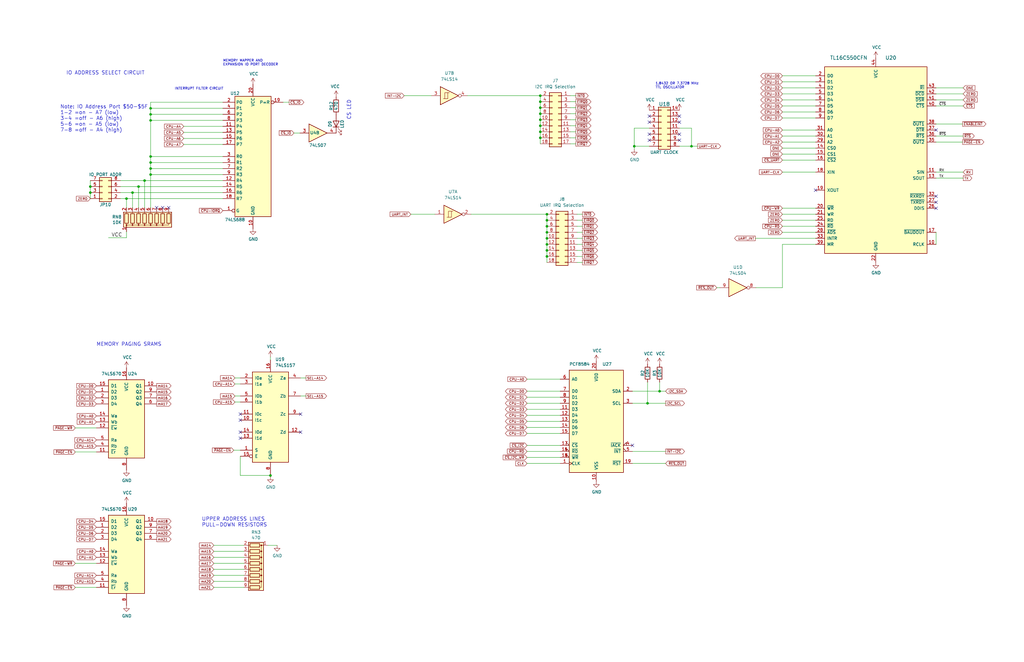
<source format=kicad_sch>
(kicad_sch (version 20211123) (generator eeschema)

  (uuid 745beb59-db8b-44b4-80b3-06646af53166)

  (paper "B")

  (title_block
    (title "Duodyne 6809 CPU board")
    (date "2024-05-06")
    (rev "V1.2")
  )

  (lib_symbols
    (symbol "74xx:74LS04" (in_bom yes) (on_board yes)
      (property "Reference" "U" (id 0) (at 0 1.27 0)
        (effects (font (size 1.27 1.27)))
      )
      (property "Value" "74LS04" (id 1) (at 0 -1.27 0)
        (effects (font (size 1.27 1.27)))
      )
      (property "Footprint" "" (id 2) (at 0 0 0)
        (effects (font (size 1.27 1.27)) hide)
      )
      (property "Datasheet" "http://www.ti.com/lit/gpn/sn74LS04" (id 3) (at 0 0 0)
        (effects (font (size 1.27 1.27)) hide)
      )
      (property "ki_locked" "" (id 4) (at 0 0 0)
        (effects (font (size 1.27 1.27)))
      )
      (property "ki_keywords" "TTL not inv" (id 5) (at 0 0 0)
        (effects (font (size 1.27 1.27)) hide)
      )
      (property "ki_description" "Hex Inverter" (id 6) (at 0 0 0)
        (effects (font (size 1.27 1.27)) hide)
      )
      (property "ki_fp_filters" "DIP*W7.62mm* SSOP?14* TSSOP?14*" (id 7) (at 0 0 0)
        (effects (font (size 1.27 1.27)) hide)
      )
      (symbol "74LS04_1_0"
        (polyline
          (pts
            (xy -3.81 3.81)
            (xy -3.81 -3.81)
            (xy 3.81 0)
            (xy -3.81 3.81)
          )
          (stroke (width 0.254) (type default) (color 0 0 0 0))
          (fill (type background))
        )
        (pin input line (at -7.62 0 0) (length 3.81)
          (name "~" (effects (font (size 1.27 1.27))))
          (number "1" (effects (font (size 1.27 1.27))))
        )
        (pin output inverted (at 7.62 0 180) (length 3.81)
          (name "~" (effects (font (size 1.27 1.27))))
          (number "2" (effects (font (size 1.27 1.27))))
        )
      )
      (symbol "74LS04_2_0"
        (polyline
          (pts
            (xy -3.81 3.81)
            (xy -3.81 -3.81)
            (xy 3.81 0)
            (xy -3.81 3.81)
          )
          (stroke (width 0.254) (type default) (color 0 0 0 0))
          (fill (type background))
        )
        (pin input line (at -7.62 0 0) (length 3.81)
          (name "~" (effects (font (size 1.27 1.27))))
          (number "3" (effects (font (size 1.27 1.27))))
        )
        (pin output inverted (at 7.62 0 180) (length 3.81)
          (name "~" (effects (font (size 1.27 1.27))))
          (number "4" (effects (font (size 1.27 1.27))))
        )
      )
      (symbol "74LS04_3_0"
        (polyline
          (pts
            (xy -3.81 3.81)
            (xy -3.81 -3.81)
            (xy 3.81 0)
            (xy -3.81 3.81)
          )
          (stroke (width 0.254) (type default) (color 0 0 0 0))
          (fill (type background))
        )
        (pin input line (at -7.62 0 0) (length 3.81)
          (name "~" (effects (font (size 1.27 1.27))))
          (number "5" (effects (font (size 1.27 1.27))))
        )
        (pin output inverted (at 7.62 0 180) (length 3.81)
          (name "~" (effects (font (size 1.27 1.27))))
          (number "6" (effects (font (size 1.27 1.27))))
        )
      )
      (symbol "74LS04_4_0"
        (polyline
          (pts
            (xy -3.81 3.81)
            (xy -3.81 -3.81)
            (xy 3.81 0)
            (xy -3.81 3.81)
          )
          (stroke (width 0.254) (type default) (color 0 0 0 0))
          (fill (type background))
        )
        (pin output inverted (at 7.62 0 180) (length 3.81)
          (name "~" (effects (font (size 1.27 1.27))))
          (number "8" (effects (font (size 1.27 1.27))))
        )
        (pin input line (at -7.62 0 0) (length 3.81)
          (name "~" (effects (font (size 1.27 1.27))))
          (number "9" (effects (font (size 1.27 1.27))))
        )
      )
      (symbol "74LS04_5_0"
        (polyline
          (pts
            (xy -3.81 3.81)
            (xy -3.81 -3.81)
            (xy 3.81 0)
            (xy -3.81 3.81)
          )
          (stroke (width 0.254) (type default) (color 0 0 0 0))
          (fill (type background))
        )
        (pin output inverted (at 7.62 0 180) (length 3.81)
          (name "~" (effects (font (size 1.27 1.27))))
          (number "10" (effects (font (size 1.27 1.27))))
        )
        (pin input line (at -7.62 0 0) (length 3.81)
          (name "~" (effects (font (size 1.27 1.27))))
          (number "11" (effects (font (size 1.27 1.27))))
        )
      )
      (symbol "74LS04_6_0"
        (polyline
          (pts
            (xy -3.81 3.81)
            (xy -3.81 -3.81)
            (xy 3.81 0)
            (xy -3.81 3.81)
          )
          (stroke (width 0.254) (type default) (color 0 0 0 0))
          (fill (type background))
        )
        (pin output inverted (at 7.62 0 180) (length 3.81)
          (name "~" (effects (font (size 1.27 1.27))))
          (number "12" (effects (font (size 1.27 1.27))))
        )
        (pin input line (at -7.62 0 0) (length 3.81)
          (name "~" (effects (font (size 1.27 1.27))))
          (number "13" (effects (font (size 1.27 1.27))))
        )
      )
      (symbol "74LS04_7_0"
        (pin power_in line (at 0 12.7 270) (length 5.08)
          (name "VCC" (effects (font (size 1.27 1.27))))
          (number "14" (effects (font (size 1.27 1.27))))
        )
        (pin power_in line (at 0 -12.7 90) (length 5.08)
          (name "GND" (effects (font (size 1.27 1.27))))
          (number "7" (effects (font (size 1.27 1.27))))
        )
      )
      (symbol "74LS04_7_1"
        (rectangle (start -5.08 7.62) (end 5.08 -7.62)
          (stroke (width 0.254) (type default) (color 0 0 0 0))
          (fill (type background))
        )
      )
    )
    (symbol "74xx:74LS07" (pin_names (offset 1.016)) (in_bom yes) (on_board yes)
      (property "Reference" "U" (id 0) (at 0 1.27 0)
        (effects (font (size 1.27 1.27)))
      )
      (property "Value" "74LS07" (id 1) (at 0 -1.27 0)
        (effects (font (size 1.27 1.27)))
      )
      (property "Footprint" "" (id 2) (at 0 0 0)
        (effects (font (size 1.27 1.27)) hide)
      )
      (property "Datasheet" "www.ti.com/lit/ds/symlink/sn74ls07.pdf" (id 3) (at 0 0 0)
        (effects (font (size 1.27 1.27)) hide)
      )
      (property "ki_locked" "" (id 4) (at 0 0 0)
        (effects (font (size 1.27 1.27)))
      )
      (property "ki_keywords" "TTL hex buffer OpenCol" (id 5) (at 0 0 0)
        (effects (font (size 1.27 1.27)) hide)
      )
      (property "ki_description" "Hex Buffers and Drivers With Open Collector High Voltage Outputs" (id 6) (at 0 0 0)
        (effects (font (size 1.27 1.27)) hide)
      )
      (property "ki_fp_filters" "SOIC*3.9x8.7mm*P1.27mm* TSSOP*4.4x5mm*P0.65mm* DIP*W7.62mm*" (id 7) (at 0 0 0)
        (effects (font (size 1.27 1.27)) hide)
      )
      (symbol "74LS07_1_0"
        (polyline
          (pts
            (xy -3.81 3.81)
            (xy -3.81 -3.81)
            (xy 3.81 0)
            (xy -3.81 3.81)
          )
          (stroke (width 0.254) (type default) (color 0 0 0 0))
          (fill (type background))
        )
        (pin input line (at -7.62 0 0) (length 3.81)
          (name "~" (effects (font (size 1.27 1.27))))
          (number "1" (effects (font (size 1.27 1.27))))
        )
        (pin open_collector line (at 7.62 0 180) (length 3.81)
          (name "~" (effects (font (size 1.27 1.27))))
          (number "2" (effects (font (size 1.27 1.27))))
        )
      )
      (symbol "74LS07_2_0"
        (polyline
          (pts
            (xy -3.81 3.81)
            (xy -3.81 -3.81)
            (xy 3.81 0)
            (xy -3.81 3.81)
          )
          (stroke (width 0.254) (type default) (color 0 0 0 0))
          (fill (type background))
        )
        (pin input line (at -7.62 0 0) (length 3.81)
          (name "~" (effects (font (size 1.27 1.27))))
          (number "3" (effects (font (size 1.27 1.27))))
        )
        (pin open_collector line (at 7.62 0 180) (length 3.81)
          (name "~" (effects (font (size 1.27 1.27))))
          (number "4" (effects (font (size 1.27 1.27))))
        )
      )
      (symbol "74LS07_3_0"
        (polyline
          (pts
            (xy -3.81 3.81)
            (xy -3.81 -3.81)
            (xy 3.81 0)
            (xy -3.81 3.81)
          )
          (stroke (width 0.254) (type default) (color 0 0 0 0))
          (fill (type background))
        )
        (pin input line (at -7.62 0 0) (length 3.81)
          (name "~" (effects (font (size 1.27 1.27))))
          (number "5" (effects (font (size 1.27 1.27))))
        )
        (pin open_collector line (at 7.62 0 180) (length 3.81)
          (name "~" (effects (font (size 1.27 1.27))))
          (number "6" (effects (font (size 1.27 1.27))))
        )
      )
      (symbol "74LS07_4_0"
        (polyline
          (pts
            (xy -3.81 3.81)
            (xy -3.81 -3.81)
            (xy 3.81 0)
            (xy -3.81 3.81)
          )
          (stroke (width 0.254) (type default) (color 0 0 0 0))
          (fill (type background))
        )
        (pin open_collector line (at 7.62 0 180) (length 3.81)
          (name "~" (effects (font (size 1.27 1.27))))
          (number "8" (effects (font (size 1.27 1.27))))
        )
        (pin input line (at -7.62 0 0) (length 3.81)
          (name "~" (effects (font (size 1.27 1.27))))
          (number "9" (effects (font (size 1.27 1.27))))
        )
      )
      (symbol "74LS07_5_0"
        (polyline
          (pts
            (xy -3.81 3.81)
            (xy -3.81 -3.81)
            (xy 3.81 0)
            (xy -3.81 3.81)
          )
          (stroke (width 0.254) (type default) (color 0 0 0 0))
          (fill (type background))
        )
        (pin open_collector line (at 7.62 0 180) (length 3.81)
          (name "~" (effects (font (size 1.27 1.27))))
          (number "10" (effects (font (size 1.27 1.27))))
        )
        (pin input line (at -7.62 0 0) (length 3.81)
          (name "~" (effects (font (size 1.27 1.27))))
          (number "11" (effects (font (size 1.27 1.27))))
        )
      )
      (symbol "74LS07_6_0"
        (polyline
          (pts
            (xy -3.81 3.81)
            (xy -3.81 -3.81)
            (xy 3.81 0)
            (xy -3.81 3.81)
          )
          (stroke (width 0.254) (type default) (color 0 0 0 0))
          (fill (type background))
        )
        (pin open_collector line (at 7.62 0 180) (length 3.81)
          (name "~" (effects (font (size 1.27 1.27))))
          (number "12" (effects (font (size 1.27 1.27))))
        )
        (pin input line (at -7.62 0 0) (length 3.81)
          (name "~" (effects (font (size 1.27 1.27))))
          (number "13" (effects (font (size 1.27 1.27))))
        )
      )
      (symbol "74LS07_7_0"
        (pin power_in line (at 0 12.7 270) (length 5.08)
          (name "VCC" (effects (font (size 1.27 1.27))))
          (number "14" (effects (font (size 1.27 1.27))))
        )
        (pin power_in line (at 0 -12.7 90) (length 5.08)
          (name "GND" (effects (font (size 1.27 1.27))))
          (number "7" (effects (font (size 1.27 1.27))))
        )
      )
      (symbol "74LS07_7_1"
        (rectangle (start -5.08 7.62) (end 5.08 -7.62)
          (stroke (width 0.254) (type default) (color 0 0 0 0))
          (fill (type background))
        )
      )
    )
    (symbol "74xx:74LS14" (pin_names (offset 1.016)) (in_bom yes) (on_board yes)
      (property "Reference" "U" (id 0) (at 0 1.27 0)
        (effects (font (size 1.27 1.27)))
      )
      (property "Value" "74LS14" (id 1) (at 0 -1.27 0)
        (effects (font (size 1.27 1.27)))
      )
      (property "Footprint" "" (id 2) (at 0 0 0)
        (effects (font (size 1.27 1.27)) hide)
      )
      (property "Datasheet" "http://www.ti.com/lit/gpn/sn74LS14" (id 3) (at 0 0 0)
        (effects (font (size 1.27 1.27)) hide)
      )
      (property "ki_locked" "" (id 4) (at 0 0 0)
        (effects (font (size 1.27 1.27)))
      )
      (property "ki_keywords" "TTL not inverter" (id 5) (at 0 0 0)
        (effects (font (size 1.27 1.27)) hide)
      )
      (property "ki_description" "Hex inverter schmitt trigger" (id 6) (at 0 0 0)
        (effects (font (size 1.27 1.27)) hide)
      )
      (property "ki_fp_filters" "DIP*W7.62mm*" (id 7) (at 0 0 0)
        (effects (font (size 1.27 1.27)) hide)
      )
      (symbol "74LS14_1_0"
        (polyline
          (pts
            (xy -3.81 3.81)
            (xy -3.81 -3.81)
            (xy 3.81 0)
            (xy -3.81 3.81)
          )
          (stroke (width 0.254) (type default) (color 0 0 0 0))
          (fill (type background))
        )
        (pin input line (at -7.62 0 0) (length 3.81)
          (name "~" (effects (font (size 1.27 1.27))))
          (number "1" (effects (font (size 1.27 1.27))))
        )
        (pin output inverted (at 7.62 0 180) (length 3.81)
          (name "~" (effects (font (size 1.27 1.27))))
          (number "2" (effects (font (size 1.27 1.27))))
        )
      )
      (symbol "74LS14_1_1"
        (polyline
          (pts
            (xy -1.905 -1.27)
            (xy -1.905 1.27)
            (xy -0.635 1.27)
          )
          (stroke (width 0) (type default) (color 0 0 0 0))
          (fill (type none))
        )
        (polyline
          (pts
            (xy -2.54 -1.27)
            (xy -0.635 -1.27)
            (xy -0.635 1.27)
            (xy 0 1.27)
          )
          (stroke (width 0) (type default) (color 0 0 0 0))
          (fill (type none))
        )
      )
      (symbol "74LS14_2_0"
        (polyline
          (pts
            (xy -3.81 3.81)
            (xy -3.81 -3.81)
            (xy 3.81 0)
            (xy -3.81 3.81)
          )
          (stroke (width 0.254) (type default) (color 0 0 0 0))
          (fill (type background))
        )
        (pin input line (at -7.62 0 0) (length 3.81)
          (name "~" (effects (font (size 1.27 1.27))))
          (number "3" (effects (font (size 1.27 1.27))))
        )
        (pin output inverted (at 7.62 0 180) (length 3.81)
          (name "~" (effects (font (size 1.27 1.27))))
          (number "4" (effects (font (size 1.27 1.27))))
        )
      )
      (symbol "74LS14_2_1"
        (polyline
          (pts
            (xy -1.905 -1.27)
            (xy -1.905 1.27)
            (xy -0.635 1.27)
          )
          (stroke (width 0) (type default) (color 0 0 0 0))
          (fill (type none))
        )
        (polyline
          (pts
            (xy -2.54 -1.27)
            (xy -0.635 -1.27)
            (xy -0.635 1.27)
            (xy 0 1.27)
          )
          (stroke (width 0) (type default) (color 0 0 0 0))
          (fill (type none))
        )
      )
      (symbol "74LS14_3_0"
        (polyline
          (pts
            (xy -3.81 3.81)
            (xy -3.81 -3.81)
            (xy 3.81 0)
            (xy -3.81 3.81)
          )
          (stroke (width 0.254) (type default) (color 0 0 0 0))
          (fill (type background))
        )
        (pin input line (at -7.62 0 0) (length 3.81)
          (name "~" (effects (font (size 1.27 1.27))))
          (number "5" (effects (font (size 1.27 1.27))))
        )
        (pin output inverted (at 7.62 0 180) (length 3.81)
          (name "~" (effects (font (size 1.27 1.27))))
          (number "6" (effects (font (size 1.27 1.27))))
        )
      )
      (symbol "74LS14_3_1"
        (polyline
          (pts
            (xy -1.905 -1.27)
            (xy -1.905 1.27)
            (xy -0.635 1.27)
          )
          (stroke (width 0) (type default) (color 0 0 0 0))
          (fill (type none))
        )
        (polyline
          (pts
            (xy -2.54 -1.27)
            (xy -0.635 -1.27)
            (xy -0.635 1.27)
            (xy 0 1.27)
          )
          (stroke (width 0) (type default) (color 0 0 0 0))
          (fill (type none))
        )
      )
      (symbol "74LS14_4_0"
        (polyline
          (pts
            (xy -3.81 3.81)
            (xy -3.81 -3.81)
            (xy 3.81 0)
            (xy -3.81 3.81)
          )
          (stroke (width 0.254) (type default) (color 0 0 0 0))
          (fill (type background))
        )
        (pin output inverted (at 7.62 0 180) (length 3.81)
          (name "~" (effects (font (size 1.27 1.27))))
          (number "8" (effects (font (size 1.27 1.27))))
        )
        (pin input line (at -7.62 0 0) (length 3.81)
          (name "~" (effects (font (size 1.27 1.27))))
          (number "9" (effects (font (size 1.27 1.27))))
        )
      )
      (symbol "74LS14_4_1"
        (polyline
          (pts
            (xy -1.905 -1.27)
            (xy -1.905 1.27)
            (xy -0.635 1.27)
          )
          (stroke (width 0) (type default) (color 0 0 0 0))
          (fill (type none))
        )
        (polyline
          (pts
            (xy -2.54 -1.27)
            (xy -0.635 -1.27)
            (xy -0.635 1.27)
            (xy 0 1.27)
          )
          (stroke (width 0) (type default) (color 0 0 0 0))
          (fill (type none))
        )
      )
      (symbol "74LS14_5_0"
        (polyline
          (pts
            (xy -3.81 3.81)
            (xy -3.81 -3.81)
            (xy 3.81 0)
            (xy -3.81 3.81)
          )
          (stroke (width 0.254) (type default) (color 0 0 0 0))
          (fill (type background))
        )
        (pin output inverted (at 7.62 0 180) (length 3.81)
          (name "~" (effects (font (size 1.27 1.27))))
          (number "10" (effects (font (size 1.27 1.27))))
        )
        (pin input line (at -7.62 0 0) (length 3.81)
          (name "~" (effects (font (size 1.27 1.27))))
          (number "11" (effects (font (size 1.27 1.27))))
        )
      )
      (symbol "74LS14_5_1"
        (polyline
          (pts
            (xy -1.905 -1.27)
            (xy -1.905 1.27)
            (xy -0.635 1.27)
          )
          (stroke (width 0) (type default) (color 0 0 0 0))
          (fill (type none))
        )
        (polyline
          (pts
            (xy -2.54 -1.27)
            (xy -0.635 -1.27)
            (xy -0.635 1.27)
            (xy 0 1.27)
          )
          (stroke (width 0) (type default) (color 0 0 0 0))
          (fill (type none))
        )
      )
      (symbol "74LS14_6_0"
        (polyline
          (pts
            (xy -3.81 3.81)
            (xy -3.81 -3.81)
            (xy 3.81 0)
            (xy -3.81 3.81)
          )
          (stroke (width 0.254) (type default) (color 0 0 0 0))
          (fill (type background))
        )
        (pin output inverted (at 7.62 0 180) (length 3.81)
          (name "~" (effects (font (size 1.27 1.27))))
          (number "12" (effects (font (size 1.27 1.27))))
        )
        (pin input line (at -7.62 0 0) (length 3.81)
          (name "~" (effects (font (size 1.27 1.27))))
          (number "13" (effects (font (size 1.27 1.27))))
        )
      )
      (symbol "74LS14_6_1"
        (polyline
          (pts
            (xy -1.905 -1.27)
            (xy -1.905 1.27)
            (xy -0.635 1.27)
          )
          (stroke (width 0) (type default) (color 0 0 0 0))
          (fill (type none))
        )
        (polyline
          (pts
            (xy -2.54 -1.27)
            (xy -0.635 -1.27)
            (xy -0.635 1.27)
            (xy 0 1.27)
          )
          (stroke (width 0) (type default) (color 0 0 0 0))
          (fill (type none))
        )
      )
      (symbol "74LS14_7_0"
        (pin power_in line (at 0 12.7 270) (length 5.08)
          (name "VCC" (effects (font (size 1.27 1.27))))
          (number "14" (effects (font (size 1.27 1.27))))
        )
        (pin power_in line (at 0 -12.7 90) (length 5.08)
          (name "GND" (effects (font (size 1.27 1.27))))
          (number "7" (effects (font (size 1.27 1.27))))
        )
      )
      (symbol "74LS14_7_1"
        (rectangle (start -5.08 7.62) (end 5.08 -7.62)
          (stroke (width 0.254) (type default) (color 0 0 0 0))
          (fill (type background))
        )
      )
    )
    (symbol "74xx:74LS157" (pin_names (offset 1.016)) (in_bom yes) (on_board yes)
      (property "Reference" "U" (id 0) (at -7.62 19.05 0)
        (effects (font (size 1.27 1.27)))
      )
      (property "Value" "74LS157" (id 1) (at -7.62 -21.59 0)
        (effects (font (size 1.27 1.27)))
      )
      (property "Footprint" "" (id 2) (at 0 0 0)
        (effects (font (size 1.27 1.27)) hide)
      )
      (property "Datasheet" "http://www.ti.com/lit/gpn/sn74LS157" (id 3) (at 0 0 0)
        (effects (font (size 1.27 1.27)) hide)
      )
      (property "ki_locked" "" (id 4) (at 0 0 0)
        (effects (font (size 1.27 1.27)))
      )
      (property "ki_keywords" "TTL MUX MUX2" (id 5) (at 0 0 0)
        (effects (font (size 1.27 1.27)) hide)
      )
      (property "ki_description" "Quad 2 to 1 line Multiplexer" (id 6) (at 0 0 0)
        (effects (font (size 1.27 1.27)) hide)
      )
      (property "ki_fp_filters" "DIP?16*" (id 7) (at 0 0 0)
        (effects (font (size 1.27 1.27)) hide)
      )
      (symbol "74LS157_1_0"
        (pin input line (at -12.7 -15.24 0) (length 5.08)
          (name "S" (effects (font (size 1.27 1.27))))
          (number "1" (effects (font (size 1.27 1.27))))
        )
        (pin input line (at -12.7 -2.54 0) (length 5.08)
          (name "I1c" (effects (font (size 1.27 1.27))))
          (number "10" (effects (font (size 1.27 1.27))))
        )
        (pin input line (at -12.7 0 0) (length 5.08)
          (name "I0c" (effects (font (size 1.27 1.27))))
          (number "11" (effects (font (size 1.27 1.27))))
        )
        (pin output line (at 12.7 -7.62 180) (length 5.08)
          (name "Zd" (effects (font (size 1.27 1.27))))
          (number "12" (effects (font (size 1.27 1.27))))
        )
        (pin input line (at -12.7 -10.16 0) (length 5.08)
          (name "I1d" (effects (font (size 1.27 1.27))))
          (number "13" (effects (font (size 1.27 1.27))))
        )
        (pin input line (at -12.7 -7.62 0) (length 5.08)
          (name "I0d" (effects (font (size 1.27 1.27))))
          (number "14" (effects (font (size 1.27 1.27))))
        )
        (pin input inverted (at -12.7 -17.78 0) (length 5.08)
          (name "E" (effects (font (size 1.27 1.27))))
          (number "15" (effects (font (size 1.27 1.27))))
        )
        (pin power_in line (at 0 22.86 270) (length 5.08)
          (name "VCC" (effects (font (size 1.27 1.27))))
          (number "16" (effects (font (size 1.27 1.27))))
        )
        (pin input line (at -12.7 15.24 0) (length 5.08)
          (name "I0a" (effects (font (size 1.27 1.27))))
          (number "2" (effects (font (size 1.27 1.27))))
        )
        (pin input line (at -12.7 12.7 0) (length 5.08)
          (name "I1a" (effects (font (size 1.27 1.27))))
          (number "3" (effects (font (size 1.27 1.27))))
        )
        (pin output line (at 12.7 15.24 180) (length 5.08)
          (name "Za" (effects (font (size 1.27 1.27))))
          (number "4" (effects (font (size 1.27 1.27))))
        )
        (pin input line (at -12.7 7.62 0) (length 5.08)
          (name "I0b" (effects (font (size 1.27 1.27))))
          (number "5" (effects (font (size 1.27 1.27))))
        )
        (pin input line (at -12.7 5.08 0) (length 5.08)
          (name "I1b" (effects (font (size 1.27 1.27))))
          (number "6" (effects (font (size 1.27 1.27))))
        )
        (pin output line (at 12.7 7.62 180) (length 5.08)
          (name "Zb" (effects (font (size 1.27 1.27))))
          (number "7" (effects (font (size 1.27 1.27))))
        )
        (pin power_in line (at 0 -25.4 90) (length 5.08)
          (name "GND" (effects (font (size 1.27 1.27))))
          (number "8" (effects (font (size 1.27 1.27))))
        )
        (pin output line (at 12.7 0 180) (length 5.08)
          (name "Zc" (effects (font (size 1.27 1.27))))
          (number "9" (effects (font (size 1.27 1.27))))
        )
      )
      (symbol "74LS157_1_1"
        (rectangle (start -7.62 17.78) (end 7.62 -20.32)
          (stroke (width 0.254) (type default) (color 0 0 0 0))
          (fill (type background))
        )
      )
    )
    (symbol "74xx:74LS670" (pin_names (offset 1.016)) (in_bom yes) (on_board yes)
      (property "Reference" "U" (id 0) (at -7.62 16.51 0)
        (effects (font (size 1.27 1.27)))
      )
      (property "Value" "74LS670" (id 1) (at -7.62 -19.05 0)
        (effects (font (size 1.27 1.27)))
      )
      (property "Footprint" "" (id 2) (at 0 0 0)
        (effects (font (size 1.27 1.27)) hide)
      )
      (property "Datasheet" "http://www.ti.com/lit/gpn/sn74LS670" (id 3) (at 0 0 0)
        (effects (font (size 1.27 1.27)) hide)
      )
      (property "ki_locked" "" (id 4) (at 0 0 0)
        (effects (font (size 1.27 1.27)))
      )
      (property "ki_keywords" "TTL Register 3State" (id 5) (at 0 0 0)
        (effects (font (size 1.27 1.27)) hide)
      )
      (property "ki_description" "4 x 4 Register Files 3-State Outputs" (id 6) (at 0 0 0)
        (effects (font (size 1.27 1.27)) hide)
      )
      (property "ki_fp_filters" "DIP?16*" (id 7) (at 0 0 0)
        (effects (font (size 1.27 1.27)) hide)
      )
      (symbol "74LS670_1_0"
        (pin input line (at -12.7 10.16 0) (length 5.08)
          (name "D2" (effects (font (size 1.27 1.27))))
          (number "1" (effects (font (size 1.27 1.27))))
        )
        (pin tri_state line (at 12.7 12.7 180) (length 5.08)
          (name "Q1" (effects (font (size 1.27 1.27))))
          (number "10" (effects (font (size 1.27 1.27))))
        )
        (pin input line (at -12.7 -15.24 0) (length 5.08)
          (name "~{Er}" (effects (font (size 1.27 1.27))))
          (number "11" (effects (font (size 1.27 1.27))))
        )
        (pin input line (at -12.7 -5.08 0) (length 5.08)
          (name "~{Ew}" (effects (font (size 1.27 1.27))))
          (number "12" (effects (font (size 1.27 1.27))))
        )
        (pin input line (at -12.7 -2.54 0) (length 5.08)
          (name "Wb" (effects (font (size 1.27 1.27))))
          (number "13" (effects (font (size 1.27 1.27))))
        )
        (pin input line (at -12.7 0 0) (length 5.08)
          (name "Wa" (effects (font (size 1.27 1.27))))
          (number "14" (effects (font (size 1.27 1.27))))
        )
        (pin input line (at -12.7 12.7 0) (length 5.08)
          (name "D1" (effects (font (size 1.27 1.27))))
          (number "15" (effects (font (size 1.27 1.27))))
        )
        (pin power_in line (at 0 20.32 270) (length 5.08)
          (name "VCC" (effects (font (size 1.27 1.27))))
          (number "16" (effects (font (size 1.27 1.27))))
        )
        (pin input line (at -12.7 7.62 0) (length 5.08)
          (name "D3" (effects (font (size 1.27 1.27))))
          (number "2" (effects (font (size 1.27 1.27))))
        )
        (pin input line (at -12.7 5.08 0) (length 5.08)
          (name "D4" (effects (font (size 1.27 1.27))))
          (number "3" (effects (font (size 1.27 1.27))))
        )
        (pin input line (at -12.7 -12.7 0) (length 5.08)
          (name "Rb" (effects (font (size 1.27 1.27))))
          (number "4" (effects (font (size 1.27 1.27))))
        )
        (pin input line (at -12.7 -10.16 0) (length 5.08)
          (name "Ra" (effects (font (size 1.27 1.27))))
          (number "5" (effects (font (size 1.27 1.27))))
        )
        (pin tri_state line (at 12.7 5.08 180) (length 5.08)
          (name "Q4" (effects (font (size 1.27 1.27))))
          (number "6" (effects (font (size 1.27 1.27))))
        )
        (pin tri_state line (at 12.7 7.62 180) (length 5.08)
          (name "Q3" (effects (font (size 1.27 1.27))))
          (number "7" (effects (font (size 1.27 1.27))))
        )
        (pin power_in line (at 0 -22.86 90) (length 5.08)
          (name "GND" (effects (font (size 1.27 1.27))))
          (number "8" (effects (font (size 1.27 1.27))))
        )
        (pin tri_state line (at 12.7 10.16 180) (length 5.08)
          (name "Q2" (effects (font (size 1.27 1.27))))
          (number "9" (effects (font (size 1.27 1.27))))
        )
      )
      (symbol "74LS670_1_1"
        (rectangle (start -7.62 15.24) (end 7.62 -17.78)
          (stroke (width 0.254) (type default) (color 0 0 0 0))
          (fill (type background))
        )
      )
    )
    (symbol "74xx:74LS688" (in_bom yes) (on_board yes)
      (property "Reference" "U" (id 0) (at -7.62 26.67 0)
        (effects (font (size 1.27 1.27)))
      )
      (property "Value" "74LS688" (id 1) (at -7.62 -26.67 0)
        (effects (font (size 1.27 1.27)))
      )
      (property "Footprint" "" (id 2) (at 0 0 0)
        (effects (font (size 1.27 1.27)) hide)
      )
      (property "Datasheet" "http://www.ti.com/lit/gpn/sn74LS688" (id 3) (at 0 0 0)
        (effects (font (size 1.27 1.27)) hide)
      )
      (property "ki_keywords" "TTL DECOD Arith" (id 4) (at 0 0 0)
        (effects (font (size 1.27 1.27)) hide)
      )
      (property "ki_description" "8-bit magnitude comparator" (id 5) (at 0 0 0)
        (effects (font (size 1.27 1.27)) hide)
      )
      (property "ki_fp_filters" "DIP?20* SOIC?20* SO?20* TSSOP?20*" (id 6) (at 0 0 0)
        (effects (font (size 1.27 1.27)) hide)
      )
      (symbol "74LS688_1_0"
        (pin input inverted (at -12.7 -22.86 0) (length 5.08)
          (name "G" (effects (font (size 1.27 1.27))))
          (number "1" (effects (font (size 1.27 1.27))))
        )
        (pin power_in line (at 0 -30.48 90) (length 5.08)
          (name "GND" (effects (font (size 1.27 1.27))))
          (number "10" (effects (font (size 1.27 1.27))))
        )
        (pin input line (at -12.7 12.7 0) (length 5.08)
          (name "P4" (effects (font (size 1.27 1.27))))
          (number "11" (effects (font (size 1.27 1.27))))
        )
        (pin input line (at -12.7 -10.16 0) (length 5.08)
          (name "R4" (effects (font (size 1.27 1.27))))
          (number "12" (effects (font (size 1.27 1.27))))
        )
        (pin input line (at -12.7 10.16 0) (length 5.08)
          (name "P5" (effects (font (size 1.27 1.27))))
          (number "13" (effects (font (size 1.27 1.27))))
        )
        (pin input line (at -12.7 -12.7 0) (length 5.08)
          (name "R5" (effects (font (size 1.27 1.27))))
          (number "14" (effects (font (size 1.27 1.27))))
        )
        (pin input line (at -12.7 7.62 0) (length 5.08)
          (name "P6" (effects (font (size 1.27 1.27))))
          (number "15" (effects (font (size 1.27 1.27))))
        )
        (pin input line (at -12.7 -15.24 0) (length 5.08)
          (name "R6" (effects (font (size 1.27 1.27))))
          (number "16" (effects (font (size 1.27 1.27))))
        )
        (pin input line (at -12.7 5.08 0) (length 5.08)
          (name "P7" (effects (font (size 1.27 1.27))))
          (number "17" (effects (font (size 1.27 1.27))))
        )
        (pin input line (at -12.7 -17.78 0) (length 5.08)
          (name "R7" (effects (font (size 1.27 1.27))))
          (number "18" (effects (font (size 1.27 1.27))))
        )
        (pin output inverted (at 12.7 22.86 180) (length 5.08)
          (name "P=R" (effects (font (size 1.27 1.27))))
          (number "19" (effects (font (size 1.27 1.27))))
        )
        (pin input line (at -12.7 22.86 0) (length 5.08)
          (name "P0" (effects (font (size 1.27 1.27))))
          (number "2" (effects (font (size 1.27 1.27))))
        )
        (pin power_in line (at 0 30.48 270) (length 5.08)
          (name "VCC" (effects (font (size 1.27 1.27))))
          (number "20" (effects (font (size 1.27 1.27))))
        )
        (pin input line (at -12.7 0 0) (length 5.08)
          (name "R0" (effects (font (size 1.27 1.27))))
          (number "3" (effects (font (size 1.27 1.27))))
        )
        (pin input line (at -12.7 20.32 0) (length 5.08)
          (name "P1" (effects (font (size 1.27 1.27))))
          (number "4" (effects (font (size 1.27 1.27))))
        )
        (pin input line (at -12.7 -2.54 0) (length 5.08)
          (name "R1" (effects (font (size 1.27 1.27))))
          (number "5" (effects (font (size 1.27 1.27))))
        )
        (pin input line (at -12.7 17.78 0) (length 5.08)
          (name "P2" (effects (font (size 1.27 1.27))))
          (number "6" (effects (font (size 1.27 1.27))))
        )
        (pin input line (at -12.7 -5.08 0) (length 5.08)
          (name "R2" (effects (font (size 1.27 1.27))))
          (number "7" (effects (font (size 1.27 1.27))))
        )
        (pin input line (at -12.7 15.24 0) (length 5.08)
          (name "P3" (effects (font (size 1.27 1.27))))
          (number "8" (effects (font (size 1.27 1.27))))
        )
        (pin input line (at -12.7 -7.62 0) (length 5.08)
          (name "R3" (effects (font (size 1.27 1.27))))
          (number "9" (effects (font (size 1.27 1.27))))
        )
      )
      (symbol "74LS688_1_1"
        (rectangle (start -7.62 25.4) (end 7.62 -25.4)
          (stroke (width 0.254) (type default) (color 0 0 0 0))
          (fill (type background))
        )
      )
    )
    (symbol "Connector_Generic:Conn_02x04_Odd_Even" (pin_names (offset 1.016) hide) (in_bom yes) (on_board yes)
      (property "Reference" "J" (id 0) (at 1.27 5.08 0)
        (effects (font (size 1.27 1.27)))
      )
      (property "Value" "Conn_02x04_Odd_Even" (id 1) (at 1.27 -7.62 0)
        (effects (font (size 1.27 1.27)))
      )
      (property "Footprint" "" (id 2) (at 0 0 0)
        (effects (font (size 1.27 1.27)) hide)
      )
      (property "Datasheet" "~" (id 3) (at 0 0 0)
        (effects (font (size 1.27 1.27)) hide)
      )
      (property "ki_keywords" "connector" (id 4) (at 0 0 0)
        (effects (font (size 1.27 1.27)) hide)
      )
      (property "ki_description" "Generic connector, double row, 02x04, odd/even pin numbering scheme (row 1 odd numbers, row 2 even numbers), script generated (kicad-library-utils/schlib/autogen/connector/)" (id 5) (at 0 0 0)
        (effects (font (size 1.27 1.27)) hide)
      )
      (property "ki_fp_filters" "Connector*:*_2x??_*" (id 6) (at 0 0 0)
        (effects (font (size 1.27 1.27)) hide)
      )
      (symbol "Conn_02x04_Odd_Even_1_1"
        (rectangle (start -1.27 -4.953) (end 0 -5.207)
          (stroke (width 0.1524) (type default) (color 0 0 0 0))
          (fill (type none))
        )
        (rectangle (start -1.27 -2.413) (end 0 -2.667)
          (stroke (width 0.1524) (type default) (color 0 0 0 0))
          (fill (type none))
        )
        (rectangle (start -1.27 0.127) (end 0 -0.127)
          (stroke (width 0.1524) (type default) (color 0 0 0 0))
          (fill (type none))
        )
        (rectangle (start -1.27 2.667) (end 0 2.413)
          (stroke (width 0.1524) (type default) (color 0 0 0 0))
          (fill (type none))
        )
        (rectangle (start -1.27 3.81) (end 3.81 -6.35)
          (stroke (width 0.254) (type default) (color 0 0 0 0))
          (fill (type background))
        )
        (rectangle (start 3.81 -4.953) (end 2.54 -5.207)
          (stroke (width 0.1524) (type default) (color 0 0 0 0))
          (fill (type none))
        )
        (rectangle (start 3.81 -2.413) (end 2.54 -2.667)
          (stroke (width 0.1524) (type default) (color 0 0 0 0))
          (fill (type none))
        )
        (rectangle (start 3.81 0.127) (end 2.54 -0.127)
          (stroke (width 0.1524) (type default) (color 0 0 0 0))
          (fill (type none))
        )
        (rectangle (start 3.81 2.667) (end 2.54 2.413)
          (stroke (width 0.1524) (type default) (color 0 0 0 0))
          (fill (type none))
        )
        (pin passive line (at -5.08 2.54 0) (length 3.81)
          (name "Pin_1" (effects (font (size 1.27 1.27))))
          (number "1" (effects (font (size 1.27 1.27))))
        )
        (pin passive line (at 7.62 2.54 180) (length 3.81)
          (name "Pin_2" (effects (font (size 1.27 1.27))))
          (number "2" (effects (font (size 1.27 1.27))))
        )
        (pin passive line (at -5.08 0 0) (length 3.81)
          (name "Pin_3" (effects (font (size 1.27 1.27))))
          (number "3" (effects (font (size 1.27 1.27))))
        )
        (pin passive line (at 7.62 0 180) (length 3.81)
          (name "Pin_4" (effects (font (size 1.27 1.27))))
          (number "4" (effects (font (size 1.27 1.27))))
        )
        (pin passive line (at -5.08 -2.54 0) (length 3.81)
          (name "Pin_5" (effects (font (size 1.27 1.27))))
          (number "5" (effects (font (size 1.27 1.27))))
        )
        (pin passive line (at 7.62 -2.54 180) (length 3.81)
          (name "Pin_6" (effects (font (size 1.27 1.27))))
          (number "6" (effects (font (size 1.27 1.27))))
        )
        (pin passive line (at -5.08 -5.08 0) (length 3.81)
          (name "Pin_7" (effects (font (size 1.27 1.27))))
          (number "7" (effects (font (size 1.27 1.27))))
        )
        (pin passive line (at 7.62 -5.08 180) (length 3.81)
          (name "Pin_8" (effects (font (size 1.27 1.27))))
          (number "8" (effects (font (size 1.27 1.27))))
        )
      )
    )
    (symbol "Connector_Generic:Conn_02x07_Counter_Clockwise" (pin_names (offset 1.016) hide) (in_bom yes) (on_board yes)
      (property "Reference" "J" (id 0) (at 1.27 10.16 0)
        (effects (font (size 1.27 1.27)))
      )
      (property "Value" "Conn_02x07_Counter_Clockwise" (id 1) (at 1.27 -10.16 0)
        (effects (font (size 1.27 1.27)))
      )
      (property "Footprint" "" (id 2) (at 0 0 0)
        (effects (font (size 1.27 1.27)) hide)
      )
      (property "Datasheet" "~" (id 3) (at 0 0 0)
        (effects (font (size 1.27 1.27)) hide)
      )
      (property "ki_keywords" "connector" (id 4) (at 0 0 0)
        (effects (font (size 1.27 1.27)) hide)
      )
      (property "ki_description" "Generic connector, double row, 02x07, counter clockwise pin numbering scheme (similar to DIP package numbering), script generated (kicad-library-utils/schlib/autogen/connector/)" (id 5) (at 0 0 0)
        (effects (font (size 1.27 1.27)) hide)
      )
      (property "ki_fp_filters" "Connector*:*_2x??_*" (id 6) (at 0 0 0)
        (effects (font (size 1.27 1.27)) hide)
      )
      (symbol "Conn_02x07_Counter_Clockwise_1_1"
        (rectangle (start -1.27 -7.493) (end 0 -7.747)
          (stroke (width 0.1524) (type default) (color 0 0 0 0))
          (fill (type none))
        )
        (rectangle (start -1.27 -4.953) (end 0 -5.207)
          (stroke (width 0.1524) (type default) (color 0 0 0 0))
          (fill (type none))
        )
        (rectangle (start -1.27 -2.413) (end 0 -2.667)
          (stroke (width 0.1524) (type default) (color 0 0 0 0))
          (fill (type none))
        )
        (rectangle (start -1.27 0.127) (end 0 -0.127)
          (stroke (width 0.1524) (type default) (color 0 0 0 0))
          (fill (type none))
        )
        (rectangle (start -1.27 2.667) (end 0 2.413)
          (stroke (width 0.1524) (type default) (color 0 0 0 0))
          (fill (type none))
        )
        (rectangle (start -1.27 5.207) (end 0 4.953)
          (stroke (width 0.1524) (type default) (color 0 0 0 0))
          (fill (type none))
        )
        (rectangle (start -1.27 7.747) (end 0 7.493)
          (stroke (width 0.1524) (type default) (color 0 0 0 0))
          (fill (type none))
        )
        (rectangle (start -1.27 8.89) (end 3.81 -8.89)
          (stroke (width 0.254) (type default) (color 0 0 0 0))
          (fill (type background))
        )
        (rectangle (start 3.81 -7.493) (end 2.54 -7.747)
          (stroke (width 0.1524) (type default) (color 0 0 0 0))
          (fill (type none))
        )
        (rectangle (start 3.81 -4.953) (end 2.54 -5.207)
          (stroke (width 0.1524) (type default) (color 0 0 0 0))
          (fill (type none))
        )
        (rectangle (start 3.81 -2.413) (end 2.54 -2.667)
          (stroke (width 0.1524) (type default) (color 0 0 0 0))
          (fill (type none))
        )
        (rectangle (start 3.81 0.127) (end 2.54 -0.127)
          (stroke (width 0.1524) (type default) (color 0 0 0 0))
          (fill (type none))
        )
        (rectangle (start 3.81 2.667) (end 2.54 2.413)
          (stroke (width 0.1524) (type default) (color 0 0 0 0))
          (fill (type none))
        )
        (rectangle (start 3.81 5.207) (end 2.54 4.953)
          (stroke (width 0.1524) (type default) (color 0 0 0 0))
          (fill (type none))
        )
        (rectangle (start 3.81 7.747) (end 2.54 7.493)
          (stroke (width 0.1524) (type default) (color 0 0 0 0))
          (fill (type none))
        )
        (pin passive line (at -5.08 7.62 0) (length 3.81)
          (name "Pin_1" (effects (font (size 1.27 1.27))))
          (number "1" (effects (font (size 1.27 1.27))))
        )
        (pin passive line (at 7.62 -2.54 180) (length 3.81)
          (name "Pin_10" (effects (font (size 1.27 1.27))))
          (number "10" (effects (font (size 1.27 1.27))))
        )
        (pin passive line (at 7.62 0 180) (length 3.81)
          (name "Pin_11" (effects (font (size 1.27 1.27))))
          (number "11" (effects (font (size 1.27 1.27))))
        )
        (pin passive line (at 7.62 2.54 180) (length 3.81)
          (name "Pin_12" (effects (font (size 1.27 1.27))))
          (number "12" (effects (font (size 1.27 1.27))))
        )
        (pin passive line (at 7.62 5.08 180) (length 3.81)
          (name "Pin_13" (effects (font (size 1.27 1.27))))
          (number "13" (effects (font (size 1.27 1.27))))
        )
        (pin passive line (at 7.62 7.62 180) (length 3.81)
          (name "Pin_14" (effects (font (size 1.27 1.27))))
          (number "14" (effects (font (size 1.27 1.27))))
        )
        (pin passive line (at -5.08 5.08 0) (length 3.81)
          (name "Pin_2" (effects (font (size 1.27 1.27))))
          (number "2" (effects (font (size 1.27 1.27))))
        )
        (pin passive line (at -5.08 2.54 0) (length 3.81)
          (name "Pin_3" (effects (font (size 1.27 1.27))))
          (number "3" (effects (font (size 1.27 1.27))))
        )
        (pin passive line (at -5.08 0 0) (length 3.81)
          (name "Pin_4" (effects (font (size 1.27 1.27))))
          (number "4" (effects (font (size 1.27 1.27))))
        )
        (pin passive line (at -5.08 -2.54 0) (length 3.81)
          (name "Pin_5" (effects (font (size 1.27 1.27))))
          (number "5" (effects (font (size 1.27 1.27))))
        )
        (pin passive line (at -5.08 -5.08 0) (length 3.81)
          (name "Pin_6" (effects (font (size 1.27 1.27))))
          (number "6" (effects (font (size 1.27 1.27))))
        )
        (pin passive line (at -5.08 -7.62 0) (length 3.81)
          (name "Pin_7" (effects (font (size 1.27 1.27))))
          (number "7" (effects (font (size 1.27 1.27))))
        )
        (pin passive line (at 7.62 -7.62 180) (length 3.81)
          (name "Pin_8" (effects (font (size 1.27 1.27))))
          (number "8" (effects (font (size 1.27 1.27))))
        )
        (pin passive line (at 7.62 -5.08 180) (length 3.81)
          (name "Pin_9" (effects (font (size 1.27 1.27))))
          (number "9" (effects (font (size 1.27 1.27))))
        )
      )
    )
    (symbol "Connector_Generic:Conn_02x09_Odd_Even" (pin_names (offset 1.016) hide) (in_bom yes) (on_board yes)
      (property "Reference" "J" (id 0) (at 1.27 12.7 0)
        (effects (font (size 1.27 1.27)))
      )
      (property "Value" "Conn_02x09_Odd_Even" (id 1) (at 1.27 -12.7 0)
        (effects (font (size 1.27 1.27)))
      )
      (property "Footprint" "" (id 2) (at 0 0 0)
        (effects (font (size 1.27 1.27)) hide)
      )
      (property "Datasheet" "~" (id 3) (at 0 0 0)
        (effects (font (size 1.27 1.27)) hide)
      )
      (property "ki_keywords" "connector" (id 4) (at 0 0 0)
        (effects (font (size 1.27 1.27)) hide)
      )
      (property "ki_description" "Generic connector, double row, 02x09, odd/even pin numbering scheme (row 1 odd numbers, row 2 even numbers), script generated (kicad-library-utils/schlib/autogen/connector/)" (id 5) (at 0 0 0)
        (effects (font (size 1.27 1.27)) hide)
      )
      (property "ki_fp_filters" "Connector*:*_2x??_*" (id 6) (at 0 0 0)
        (effects (font (size 1.27 1.27)) hide)
      )
      (symbol "Conn_02x09_Odd_Even_1_1"
        (rectangle (start -1.27 -10.033) (end 0 -10.287)
          (stroke (width 0.1524) (type default) (color 0 0 0 0))
          (fill (type none))
        )
        (rectangle (start -1.27 -7.493) (end 0 -7.747)
          (stroke (width 0.1524) (type default) (color 0 0 0 0))
          (fill (type none))
        )
        (rectangle (start -1.27 -4.953) (end 0 -5.207)
          (stroke (width 0.1524) (type default) (color 0 0 0 0))
          (fill (type none))
        )
        (rectangle (start -1.27 -2.413) (end 0 -2.667)
          (stroke (width 0.1524) (type default) (color 0 0 0 0))
          (fill (type none))
        )
        (rectangle (start -1.27 0.127) (end 0 -0.127)
          (stroke (width 0.1524) (type default) (color 0 0 0 0))
          (fill (type none))
        )
        (rectangle (start -1.27 2.667) (end 0 2.413)
          (stroke (width 0.1524) (type default) (color 0 0 0 0))
          (fill (type none))
        )
        (rectangle (start -1.27 5.207) (end 0 4.953)
          (stroke (width 0.1524) (type default) (color 0 0 0 0))
          (fill (type none))
        )
        (rectangle (start -1.27 7.747) (end 0 7.493)
          (stroke (width 0.1524) (type default) (color 0 0 0 0))
          (fill (type none))
        )
        (rectangle (start -1.27 10.287) (end 0 10.033)
          (stroke (width 0.1524) (type default) (color 0 0 0 0))
          (fill (type none))
        )
        (rectangle (start -1.27 11.43) (end 3.81 -11.43)
          (stroke (width 0.254) (type default) (color 0 0 0 0))
          (fill (type background))
        )
        (rectangle (start 3.81 -10.033) (end 2.54 -10.287)
          (stroke (width 0.1524) (type default) (color 0 0 0 0))
          (fill (type none))
        )
        (rectangle (start 3.81 -7.493) (end 2.54 -7.747)
          (stroke (width 0.1524) (type default) (color 0 0 0 0))
          (fill (type none))
        )
        (rectangle (start 3.81 -4.953) (end 2.54 -5.207)
          (stroke (width 0.1524) (type default) (color 0 0 0 0))
          (fill (type none))
        )
        (rectangle (start 3.81 -2.413) (end 2.54 -2.667)
          (stroke (width 0.1524) (type default) (color 0 0 0 0))
          (fill (type none))
        )
        (rectangle (start 3.81 0.127) (end 2.54 -0.127)
          (stroke (width 0.1524) (type default) (color 0 0 0 0))
          (fill (type none))
        )
        (rectangle (start 3.81 2.667) (end 2.54 2.413)
          (stroke (width 0.1524) (type default) (color 0 0 0 0))
          (fill (type none))
        )
        (rectangle (start 3.81 5.207) (end 2.54 4.953)
          (stroke (width 0.1524) (type default) (color 0 0 0 0))
          (fill (type none))
        )
        (rectangle (start 3.81 7.747) (end 2.54 7.493)
          (stroke (width 0.1524) (type default) (color 0 0 0 0))
          (fill (type none))
        )
        (rectangle (start 3.81 10.287) (end 2.54 10.033)
          (stroke (width 0.1524) (type default) (color 0 0 0 0))
          (fill (type none))
        )
        (pin passive line (at -5.08 10.16 0) (length 3.81)
          (name "Pin_1" (effects (font (size 1.27 1.27))))
          (number "1" (effects (font (size 1.27 1.27))))
        )
        (pin passive line (at 7.62 0 180) (length 3.81)
          (name "Pin_10" (effects (font (size 1.27 1.27))))
          (number "10" (effects (font (size 1.27 1.27))))
        )
        (pin passive line (at -5.08 -2.54 0) (length 3.81)
          (name "Pin_11" (effects (font (size 1.27 1.27))))
          (number "11" (effects (font (size 1.27 1.27))))
        )
        (pin passive line (at 7.62 -2.54 180) (length 3.81)
          (name "Pin_12" (effects (font (size 1.27 1.27))))
          (number "12" (effects (font (size 1.27 1.27))))
        )
        (pin passive line (at -5.08 -5.08 0) (length 3.81)
          (name "Pin_13" (effects (font (size 1.27 1.27))))
          (number "13" (effects (font (size 1.27 1.27))))
        )
        (pin passive line (at 7.62 -5.08 180) (length 3.81)
          (name "Pin_14" (effects (font (size 1.27 1.27))))
          (number "14" (effects (font (size 1.27 1.27))))
        )
        (pin passive line (at -5.08 -7.62 0) (length 3.81)
          (name "Pin_15" (effects (font (size 1.27 1.27))))
          (number "15" (effects (font (size 1.27 1.27))))
        )
        (pin passive line (at 7.62 -7.62 180) (length 3.81)
          (name "Pin_16" (effects (font (size 1.27 1.27))))
          (number "16" (effects (font (size 1.27 1.27))))
        )
        (pin passive line (at -5.08 -10.16 0) (length 3.81)
          (name "Pin_17" (effects (font (size 1.27 1.27))))
          (number "17" (effects (font (size 1.27 1.27))))
        )
        (pin passive line (at 7.62 -10.16 180) (length 3.81)
          (name "Pin_18" (effects (font (size 1.27 1.27))))
          (number "18" (effects (font (size 1.27 1.27))))
        )
        (pin passive line (at 7.62 10.16 180) (length 3.81)
          (name "Pin_2" (effects (font (size 1.27 1.27))))
          (number "2" (effects (font (size 1.27 1.27))))
        )
        (pin passive line (at -5.08 7.62 0) (length 3.81)
          (name "Pin_3" (effects (font (size 1.27 1.27))))
          (number "3" (effects (font (size 1.27 1.27))))
        )
        (pin passive line (at 7.62 7.62 180) (length 3.81)
          (name "Pin_4" (effects (font (size 1.27 1.27))))
          (number "4" (effects (font (size 1.27 1.27))))
        )
        (pin passive line (at -5.08 5.08 0) (length 3.81)
          (name "Pin_5" (effects (font (size 1.27 1.27))))
          (number "5" (effects (font (size 1.27 1.27))))
        )
        (pin passive line (at 7.62 5.08 180) (length 3.81)
          (name "Pin_6" (effects (font (size 1.27 1.27))))
          (number "6" (effects (font (size 1.27 1.27))))
        )
        (pin passive line (at -5.08 2.54 0) (length 3.81)
          (name "Pin_7" (effects (font (size 1.27 1.27))))
          (number "7" (effects (font (size 1.27 1.27))))
        )
        (pin passive line (at 7.62 2.54 180) (length 3.81)
          (name "Pin_8" (effects (font (size 1.27 1.27))))
          (number "8" (effects (font (size 1.27 1.27))))
        )
        (pin passive line (at -5.08 0 0) (length 3.81)
          (name "Pin_9" (effects (font (size 1.27 1.27))))
          (number "9" (effects (font (size 1.27 1.27))))
        )
      )
    )
    (symbol "Device:LED" (pin_numbers hide) (pin_names (offset 1.016) hide) (in_bom yes) (on_board yes)
      (property "Reference" "D" (id 0) (at 0 2.54 0)
        (effects (font (size 1.27 1.27)))
      )
      (property "Value" "LED" (id 1) (at 0 -2.54 0)
        (effects (font (size 1.27 1.27)))
      )
      (property "Footprint" "" (id 2) (at 0 0 0)
        (effects (font (size 1.27 1.27)) hide)
      )
      (property "Datasheet" "~" (id 3) (at 0 0 0)
        (effects (font (size 1.27 1.27)) hide)
      )
      (property "ki_keywords" "LED diode" (id 4) (at 0 0 0)
        (effects (font (size 1.27 1.27)) hide)
      )
      (property "ki_description" "Light emitting diode" (id 5) (at 0 0 0)
        (effects (font (size 1.27 1.27)) hide)
      )
      (property "ki_fp_filters" "LED* LED_SMD:* LED_THT:*" (id 6) (at 0 0 0)
        (effects (font (size 1.27 1.27)) hide)
      )
      (symbol "LED_0_1"
        (polyline
          (pts
            (xy -1.27 -1.27)
            (xy -1.27 1.27)
          )
          (stroke (width 0.254) (type default) (color 0 0 0 0))
          (fill (type none))
        )
        (polyline
          (pts
            (xy -1.27 0)
            (xy 1.27 0)
          )
          (stroke (width 0) (type default) (color 0 0 0 0))
          (fill (type none))
        )
        (polyline
          (pts
            (xy 1.27 -1.27)
            (xy 1.27 1.27)
            (xy -1.27 0)
            (xy 1.27 -1.27)
          )
          (stroke (width 0.254) (type default) (color 0 0 0 0))
          (fill (type none))
        )
        (polyline
          (pts
            (xy -3.048 -0.762)
            (xy -4.572 -2.286)
            (xy -3.81 -2.286)
            (xy -4.572 -2.286)
            (xy -4.572 -1.524)
          )
          (stroke (width 0) (type default) (color 0 0 0 0))
          (fill (type none))
        )
        (polyline
          (pts
            (xy -1.778 -0.762)
            (xy -3.302 -2.286)
            (xy -2.54 -2.286)
            (xy -3.302 -2.286)
            (xy -3.302 -1.524)
          )
          (stroke (width 0) (type default) (color 0 0 0 0))
          (fill (type none))
        )
      )
      (symbol "LED_1_1"
        (pin passive line (at -3.81 0 0) (length 2.54)
          (name "K" (effects (font (size 1.27 1.27))))
          (number "1" (effects (font (size 1.27 1.27))))
        )
        (pin passive line (at 3.81 0 180) (length 2.54)
          (name "A" (effects (font (size 1.27 1.27))))
          (number "2" (effects (font (size 1.27 1.27))))
        )
      )
    )
    (symbol "Device:R" (pin_numbers hide) (pin_names (offset 0)) (in_bom yes) (on_board yes)
      (property "Reference" "R" (id 0) (at 2.032 0 90)
        (effects (font (size 1.27 1.27)))
      )
      (property "Value" "R" (id 1) (at 0 0 90)
        (effects (font (size 1.27 1.27)))
      )
      (property "Footprint" "" (id 2) (at -1.778 0 90)
        (effects (font (size 1.27 1.27)) hide)
      )
      (property "Datasheet" "~" (id 3) (at 0 0 0)
        (effects (font (size 1.27 1.27)) hide)
      )
      (property "ki_keywords" "R res resistor" (id 4) (at 0 0 0)
        (effects (font (size 1.27 1.27)) hide)
      )
      (property "ki_description" "Resistor" (id 5) (at 0 0 0)
        (effects (font (size 1.27 1.27)) hide)
      )
      (property "ki_fp_filters" "R_*" (id 6) (at 0 0 0)
        (effects (font (size 1.27 1.27)) hide)
      )
      (symbol "R_0_1"
        (rectangle (start -1.016 -2.54) (end 1.016 2.54)
          (stroke (width 0.254) (type default) (color 0 0 0 0))
          (fill (type none))
        )
      )
      (symbol "R_1_1"
        (pin passive line (at 0 3.81 270) (length 1.27)
          (name "~" (effects (font (size 1.27 1.27))))
          (number "1" (effects (font (size 1.27 1.27))))
        )
        (pin passive line (at 0 -3.81 90) (length 1.27)
          (name "~" (effects (font (size 1.27 1.27))))
          (number "2" (effects (font (size 1.27 1.27))))
        )
      )
    )
    (symbol "Device:R_Network08" (pin_names (offset 0) hide) (in_bom yes) (on_board yes)
      (property "Reference" "RN" (id 0) (at -12.7 0 90)
        (effects (font (size 1.27 1.27)))
      )
      (property "Value" "R_Network08" (id 1) (at 10.16 0 90)
        (effects (font (size 1.27 1.27)))
      )
      (property "Footprint" "Resistor_THT:R_Array_SIP9" (id 2) (at 12.065 0 90)
        (effects (font (size 1.27 1.27)) hide)
      )
      (property "Datasheet" "http://www.vishay.com/docs/31509/csc.pdf" (id 3) (at 0 0 0)
        (effects (font (size 1.27 1.27)) hide)
      )
      (property "ki_keywords" "R network star-topology" (id 4) (at 0 0 0)
        (effects (font (size 1.27 1.27)) hide)
      )
      (property "ki_description" "8 resistor network, star topology, bussed resistors, small symbol" (id 5) (at 0 0 0)
        (effects (font (size 1.27 1.27)) hide)
      )
      (property "ki_fp_filters" "R?Array?SIP*" (id 6) (at 0 0 0)
        (effects (font (size 1.27 1.27)) hide)
      )
      (symbol "R_Network08_0_1"
        (rectangle (start -11.43 -3.175) (end 8.89 3.175)
          (stroke (width 0.254) (type default) (color 0 0 0 0))
          (fill (type background))
        )
        (rectangle (start -10.922 1.524) (end -9.398 -2.54)
          (stroke (width 0.254) (type default) (color 0 0 0 0))
          (fill (type none))
        )
        (circle (center -10.16 2.286) (radius 0.254)
          (stroke (width 0) (type default) (color 0 0 0 0))
          (fill (type outline))
        )
        (rectangle (start -8.382 1.524) (end -6.858 -2.54)
          (stroke (width 0.254) (type default) (color 0 0 0 0))
          (fill (type none))
        )
        (circle (center -7.62 2.286) (radius 0.254)
          (stroke (width 0) (type default) (color 0 0 0 0))
          (fill (type outline))
        )
        (rectangle (start -5.842 1.524) (end -4.318 -2.54)
          (stroke (width 0.254) (type default) (color 0 0 0 0))
          (fill (type none))
        )
        (circle (center -5.08 2.286) (radius 0.254)
          (stroke (width 0) (type default) (color 0 0 0 0))
          (fill (type outline))
        )
        (rectangle (start -3.302 1.524) (end -1.778 -2.54)
          (stroke (width 0.254) (type default) (color 0 0 0 0))
          (fill (type none))
        )
        (circle (center -2.54 2.286) (radius 0.254)
          (stroke (width 0) (type default) (color 0 0 0 0))
          (fill (type outline))
        )
        (rectangle (start -0.762 1.524) (end 0.762 -2.54)
          (stroke (width 0.254) (type default) (color 0 0 0 0))
          (fill (type none))
        )
        (polyline
          (pts
            (xy -10.16 -2.54)
            (xy -10.16 -3.81)
          )
          (stroke (width 0) (type default) (color 0 0 0 0))
          (fill (type none))
        )
        (polyline
          (pts
            (xy -7.62 -2.54)
            (xy -7.62 -3.81)
          )
          (stroke (width 0) (type default) (color 0 0 0 0))
          (fill (type none))
        )
        (polyline
          (pts
            (xy -5.08 -2.54)
            (xy -5.08 -3.81)
          )
          (stroke (width 0) (type default) (color 0 0 0 0))
          (fill (type none))
        )
        (polyline
          (pts
            (xy -2.54 -2.54)
            (xy -2.54 -3.81)
          )
          (stroke (width 0) (type default) (color 0 0 0 0))
          (fill (type none))
        )
        (polyline
          (pts
            (xy 0 -2.54)
            (xy 0 -3.81)
          )
          (stroke (width 0) (type default) (color 0 0 0 0))
          (fill (type none))
        )
        (polyline
          (pts
            (xy 2.54 -2.54)
            (xy 2.54 -3.81)
          )
          (stroke (width 0) (type default) (color 0 0 0 0))
          (fill (type none))
        )
        (polyline
          (pts
            (xy 5.08 -2.54)
            (xy 5.08 -3.81)
          )
          (stroke (width 0) (type default) (color 0 0 0 0))
          (fill (type none))
        )
        (polyline
          (pts
            (xy 7.62 -2.54)
            (xy 7.62 -3.81)
          )
          (stroke (width 0) (type default) (color 0 0 0 0))
          (fill (type none))
        )
        (polyline
          (pts
            (xy -10.16 1.524)
            (xy -10.16 2.286)
            (xy -7.62 2.286)
            (xy -7.62 1.524)
          )
          (stroke (width 0) (type default) (color 0 0 0 0))
          (fill (type none))
        )
        (polyline
          (pts
            (xy -7.62 1.524)
            (xy -7.62 2.286)
            (xy -5.08 2.286)
            (xy -5.08 1.524)
          )
          (stroke (width 0) (type default) (color 0 0 0 0))
          (fill (type none))
        )
        (polyline
          (pts
            (xy -5.08 1.524)
            (xy -5.08 2.286)
            (xy -2.54 2.286)
            (xy -2.54 1.524)
          )
          (stroke (width 0) (type default) (color 0 0 0 0))
          (fill (type none))
        )
        (polyline
          (pts
            (xy -2.54 1.524)
            (xy -2.54 2.286)
            (xy 0 2.286)
            (xy 0 1.524)
          )
          (stroke (width 0) (type default) (color 0 0 0 0))
          (fill (type none))
        )
        (polyline
          (pts
            (xy 0 1.524)
            (xy 0 2.286)
            (xy 2.54 2.286)
            (xy 2.54 1.524)
          )
          (stroke (width 0) (type default) (color 0 0 0 0))
          (fill (type none))
        )
        (polyline
          (pts
            (xy 2.54 1.524)
            (xy 2.54 2.286)
            (xy 5.08 2.286)
            (xy 5.08 1.524)
          )
          (stroke (width 0) (type default) (color 0 0 0 0))
          (fill (type none))
        )
        (polyline
          (pts
            (xy 5.08 1.524)
            (xy 5.08 2.286)
            (xy 7.62 2.286)
            (xy 7.62 1.524)
          )
          (stroke (width 0) (type default) (color 0 0 0 0))
          (fill (type none))
        )
        (circle (center 0 2.286) (radius 0.254)
          (stroke (width 0) (type default) (color 0 0 0 0))
          (fill (type outline))
        )
        (rectangle (start 1.778 1.524) (end 3.302 -2.54)
          (stroke (width 0.254) (type default) (color 0 0 0 0))
          (fill (type none))
        )
        (circle (center 2.54 2.286) (radius 0.254)
          (stroke (width 0) (type default) (color 0 0 0 0))
          (fill (type outline))
        )
        (rectangle (start 4.318 1.524) (end 5.842 -2.54)
          (stroke (width 0.254) (type default) (color 0 0 0 0))
          (fill (type none))
        )
        (circle (center 5.08 2.286) (radius 0.254)
          (stroke (width 0) (type default) (color 0 0 0 0))
          (fill (type outline))
        )
        (rectangle (start 6.858 1.524) (end 8.382 -2.54)
          (stroke (width 0.254) (type default) (color 0 0 0 0))
          (fill (type none))
        )
      )
      (symbol "R_Network08_1_1"
        (pin passive line (at -10.16 5.08 270) (length 2.54)
          (name "common" (effects (font (size 1.27 1.27))))
          (number "1" (effects (font (size 1.27 1.27))))
        )
        (pin passive line (at -10.16 -5.08 90) (length 1.27)
          (name "R1" (effects (font (size 1.27 1.27))))
          (number "2" (effects (font (size 1.27 1.27))))
        )
        (pin passive line (at -7.62 -5.08 90) (length 1.27)
          (name "R2" (effects (font (size 1.27 1.27))))
          (number "3" (effects (font (size 1.27 1.27))))
        )
        (pin passive line (at -5.08 -5.08 90) (length 1.27)
          (name "R3" (effects (font (size 1.27 1.27))))
          (number "4" (effects (font (size 1.27 1.27))))
        )
        (pin passive line (at -2.54 -5.08 90) (length 1.27)
          (name "R4" (effects (font (size 1.27 1.27))))
          (number "5" (effects (font (size 1.27 1.27))))
        )
        (pin passive line (at 0 -5.08 90) (length 1.27)
          (name "R5" (effects (font (size 1.27 1.27))))
          (number "6" (effects (font (size 1.27 1.27))))
        )
        (pin passive line (at 2.54 -5.08 90) (length 1.27)
          (name "R6" (effects (font (size 1.27 1.27))))
          (number "7" (effects (font (size 1.27 1.27))))
        )
        (pin passive line (at 5.08 -5.08 90) (length 1.27)
          (name "R7" (effects (font (size 1.27 1.27))))
          (number "8" (effects (font (size 1.27 1.27))))
        )
        (pin passive line (at 7.62 -5.08 90) (length 1.27)
          (name "R8" (effects (font (size 1.27 1.27))))
          (number "9" (effects (font (size 1.27 1.27))))
        )
      )
    )
    (symbol "Interface_Expansion:PCF8584" (pin_names (offset 1.016)) (in_bom yes) (on_board yes)
      (property "Reference" "U" (id 0) (at -11.43 22.86 0)
        (effects (font (size 1.27 1.27)) (justify left))
      )
      (property "Value" "PCF8584" (id 1) (at 3.81 22.86 0)
        (effects (font (size 1.27 1.27)) (justify left))
      )
      (property "Footprint" "" (id 2) (at 0 0 0)
        (effects (font (size 1.27 1.27)) hide)
      )
      (property "Datasheet" "http://www.nxp.com/documents/data_sheet/PCF8584.pdf" (id 3) (at 0 0 0)
        (effects (font (size 1.27 1.27)) hide)
      )
      (property "ki_keywords" "I2C Bus" (id 4) (at 0 0 0)
        (effects (font (size 1.27 1.27)) hide)
      )
      (property "ki_description" "I2C Bus Controller, DIP/SOIC-20" (id 5) (at 0 0 0)
        (effects (font (size 1.27 1.27)) hide)
      )
      (property "ki_fp_filters" "DIP* PDIP* SO* SOIC*" (id 6) (at 0 0 0)
        (effects (font (size 1.27 1.27)) hide)
      )
      (symbol "PCF8584_0_1"
        (rectangle (start -11.43 -21.59) (end 11.43 21.59)
          (stroke (width 0.254) (type default) (color 0 0 0 0))
          (fill (type background))
        )
      )
      (symbol "PCF8584_1_1"
        (pin input clock (at -15.24 -17.78 0) (length 3.81)
          (name "CLK" (effects (font (size 1.27 1.27))))
          (number "1" (effects (font (size 1.27 1.27))))
        )
        (pin power_in line (at 0 -25.4 90) (length 3.81)
          (name "VSS" (effects (font (size 1.27 1.27))))
          (number "10" (effects (font (size 1.27 1.27))))
        )
        (pin tri_state line (at -15.24 5.08 0) (length 3.81)
          (name "D3" (effects (font (size 1.27 1.27))))
          (number "11" (effects (font (size 1.27 1.27))))
        )
        (pin tri_state line (at -15.24 2.54 0) (length 3.81)
          (name "D4" (effects (font (size 1.27 1.27))))
          (number "12" (effects (font (size 1.27 1.27))))
        )
        (pin tri_state line (at -15.24 0 0) (length 3.81)
          (name "D5" (effects (font (size 1.27 1.27))))
          (number "13" (effects (font (size 1.27 1.27))))
        )
        (pin tri_state line (at -15.24 -2.54 0) (length 3.81)
          (name "D6" (effects (font (size 1.27 1.27))))
          (number "14" (effects (font (size 1.27 1.27))))
        )
        (pin tri_state line (at -15.24 -5.08 0) (length 3.81)
          (name "D7" (effects (font (size 1.27 1.27))))
          (number "15" (effects (font (size 1.27 1.27))))
        )
        (pin passive input_low (at -15.24 -12.7 0) (length 3.81)
          (name "~{RD}" (effects (font (size 1.27 1.27))))
          (number "16" (effects (font (size 1.27 1.27))))
        )
        (pin input input_low (at -15.24 -10.16 0) (length 3.81)
          (name "~{CS}" (effects (font (size 1.27 1.27))))
          (number "17" (effects (font (size 1.27 1.27))))
        )
        (pin input input_low (at -15.24 -15.24 0) (length 3.81)
          (name "~{WR}" (effects (font (size 1.27 1.27))))
          (number "18" (effects (font (size 1.27 1.27))))
        )
        (pin bidirectional line (at 15.24 -17.78 180) (length 3.81)
          (name "~{RST}" (effects (font (size 1.27 1.27))))
          (number "19" (effects (font (size 1.27 1.27))))
        )
        (pin bidirectional line (at 15.24 12.7 180) (length 3.81)
          (name "SDA" (effects (font (size 1.27 1.27))))
          (number "2" (effects (font (size 1.27 1.27))))
        )
        (pin power_in line (at 0 25.4 270) (length 3.81)
          (name "VDD" (effects (font (size 1.27 1.27))))
          (number "20" (effects (font (size 1.27 1.27))))
        )
        (pin bidirectional line (at 15.24 7.62 180) (length 3.81)
          (name "SCL" (effects (font (size 1.27 1.27))))
          (number "3" (effects (font (size 1.27 1.27))))
        )
        (pin input input_low (at 15.24 -10.16 180) (length 3.81)
          (name "~{IACK}" (effects (font (size 1.27 1.27))))
          (number "4" (effects (font (size 1.27 1.27))))
        )
        (pin output output_low (at 15.24 -12.7 180) (length 3.81)
          (name "~{INT}" (effects (font (size 1.27 1.27))))
          (number "5" (effects (font (size 1.27 1.27))))
        )
        (pin input line (at -15.24 17.78 0) (length 3.81)
          (name "A0" (effects (font (size 1.27 1.27))))
          (number "6" (effects (font (size 1.27 1.27))))
        )
        (pin tri_state line (at -15.24 12.7 0) (length 3.81)
          (name "D0" (effects (font (size 1.27 1.27))))
          (number "7" (effects (font (size 1.27 1.27))))
        )
        (pin tri_state line (at -15.24 10.16 0) (length 3.81)
          (name "D1" (effects (font (size 1.27 1.27))))
          (number "8" (effects (font (size 1.27 1.27))))
        )
        (pin tri_state line (at -15.24 7.62 0) (length 3.81)
          (name "D2" (effects (font (size 1.27 1.27))))
          (number "9" (effects (font (size 1.27 1.27))))
        )
      )
    )
    (symbol "TL16C550CFN:TL16C550CFN-Interface_UART" (pin_names (offset 1.016)) (in_bom yes) (on_board yes)
      (property "Reference" "U14" (id 0) (at 6.35 43.18 0)
        (effects (font (size 1.524 1.524)))
      )
      (property "Value" "TL16C550CFN-Interface_UART" (id 1) (at -11.43 43.18 0)
        (effects (font (size 1.524 1.524)))
      )
      (property "Footprint" "Package_LCC:PLCC-44_THT-Socket" (id 2) (at 0 0 0)
        (effects (font (size 1.524 1.524)) hide)
      )
      (property "Datasheet" "" (id 3) (at 0 0 0)
        (effects (font (size 1.524 1.524)) hide)
      )
      (symbol "TL16C550CFN-Interface_UART_1_1"
        (rectangle (start -21.59 -39.37) (end 21.59 39.37)
          (stroke (width 0.254) (type default) (color 0 0 0 0))
          (fill (type background))
        )
        (pin no_connect line (at -13.97 -44.45 90) (length 5.08) hide
          (name "nc" (effects (font (size 1.27 1.27))))
          (number "1" (effects (font (size 1.27 1.27))))
        )
        (pin input line (at 25.4 -35.56 180) (length 3.81)
          (name "RCLK" (effects (font (size 1.27 1.27))))
          (number "10" (effects (font (size 1.27 1.27))))
        )
        (pin input line (at 25.4 -5.08 180) (length 3.81)
          (name "SIN" (effects (font (size 1.27 1.27))))
          (number "11" (effects (font (size 1.27 1.27))))
        )
        (pin no_connect line (at -11.43 -44.45 90) (length 5.08) hide
          (name "nc" (effects (font (size 1.27 1.27))))
          (number "12" (effects (font (size 1.27 1.27))))
        )
        (pin output line (at 25.4 -7.62 180) (length 3.81)
          (name "SOUT" (effects (font (size 1.27 1.27))))
          (number "13" (effects (font (size 1.27 1.27))))
        )
        (pin input line (at -25.4 5.08 0) (length 3.81)
          (name "CS0" (effects (font (size 1.27 1.27))))
          (number "14" (effects (font (size 1.27 1.27))))
        )
        (pin input line (at -25.4 2.54 0) (length 3.81)
          (name "CS1" (effects (font (size 1.27 1.27))))
          (number "15" (effects (font (size 1.27 1.27))))
        )
        (pin input line (at -25.4 0 0) (length 3.81)
          (name "~{CS2}" (effects (font (size 1.27 1.27))))
          (number "16" (effects (font (size 1.27 1.27))))
        )
        (pin output line (at 25.4 -30.48 180) (length 3.81)
          (name "~{BAUDOUT}" (effects (font (size 1.27 1.27))))
          (number "17" (effects (font (size 1.27 1.27))))
        )
        (pin input line (at -25.4 -5.08 0) (length 3.81)
          (name "XIN" (effects (font (size 1.27 1.27))))
          (number "18" (effects (font (size 1.27 1.27))))
        )
        (pin output line (at -25.4 -12.7 0) (length 3.81)
          (name "XOUT" (effects (font (size 1.27 1.27))))
          (number "19" (effects (font (size 1.27 1.27))))
        )
        (pin bidirectional line (at -25.4 35.56 0) (length 3.81)
          (name "D0" (effects (font (size 1.27 1.27))))
          (number "2" (effects (font (size 1.27 1.27))))
        )
        (pin input line (at -25.4 -20.32 0) (length 3.81)
          (name "~{WR}" (effects (font (size 1.27 1.27))))
          (number "20" (effects (font (size 1.27 1.27))))
        )
        (pin input line (at -25.4 -22.86 0) (length 3.81)
          (name "WR" (effects (font (size 1.27 1.27))))
          (number "21" (effects (font (size 1.27 1.27))))
        )
        (pin power_in line (at 0 -43.18 90) (length 3.81)
          (name "GND" (effects (font (size 1.27 1.27))))
          (number "22" (effects (font (size 1.27 1.27))))
        )
        (pin no_connect line (at -8.89 -44.45 90) (length 5.08) hide
          (name "nc" (effects (font (size 1.27 1.27))))
          (number "23" (effects (font (size 1.27 1.27))))
        )
        (pin input line (at -25.4 -27.94 0) (length 3.81)
          (name "~{RD}" (effects (font (size 1.27 1.27))))
          (number "24" (effects (font (size 1.27 1.27))))
        )
        (pin input line (at -25.4 -25.4 0) (length 3.81)
          (name "RD" (effects (font (size 1.27 1.27))))
          (number "25" (effects (font (size 1.27 1.27))))
        )
        (pin output line (at 25.4 -20.32 180) (length 3.81)
          (name "DDIS" (effects (font (size 1.27 1.27))))
          (number "26" (effects (font (size 1.27 1.27))))
        )
        (pin output line (at 25.4 -17.78 180) (length 3.81)
          (name "~{TXRDY}" (effects (font (size 1.27 1.27))))
          (number "27" (effects (font (size 1.27 1.27))))
        )
        (pin input line (at -25.4 -30.48 0) (length 3.81)
          (name "~{ADS}" (effects (font (size 1.27 1.27))))
          (number "28" (effects (font (size 1.27 1.27))))
        )
        (pin input line (at -25.4 7.62 0) (length 3.81)
          (name "A2" (effects (font (size 1.27 1.27))))
          (number "29" (effects (font (size 1.27 1.27))))
        )
        (pin bidirectional line (at -25.4 33.02 0) (length 3.81)
          (name "D1" (effects (font (size 1.27 1.27))))
          (number "3" (effects (font (size 1.27 1.27))))
        )
        (pin input line (at -25.4 10.16 0) (length 3.81)
          (name "A1" (effects (font (size 1.27 1.27))))
          (number "30" (effects (font (size 1.27 1.27))))
        )
        (pin input line (at -25.4 12.7 0) (length 3.81)
          (name "A0" (effects (font (size 1.27 1.27))))
          (number "31" (effects (font (size 1.27 1.27))))
        )
        (pin output line (at 25.4 -15.24 180) (length 3.81)
          (name "~{RXRDY}" (effects (font (size 1.27 1.27))))
          (number "32" (effects (font (size 1.27 1.27))))
        )
        (pin output line (at -25.4 -33.02 0) (length 3.81)
          (name "INTR" (effects (font (size 1.27 1.27))))
          (number "33" (effects (font (size 1.27 1.27))))
        )
        (pin no_connect line (at -6.35 -44.45 90) (length 5.08) hide
          (name "nc" (effects (font (size 1.27 1.27))))
          (number "34" (effects (font (size 1.27 1.27))))
        )
        (pin output line (at 25.4 7.62 180) (length 3.81)
          (name "~{OUT2}" (effects (font (size 1.27 1.27))))
          (number "35" (effects (font (size 1.27 1.27))))
        )
        (pin output line (at 25.4 10.16 180) (length 3.81)
          (name "~{RTS}" (effects (font (size 1.27 1.27))))
          (number "36" (effects (font (size 1.27 1.27))))
        )
        (pin output line (at 25.4 12.7 180) (length 3.81)
          (name "~{DTR}" (effects (font (size 1.27 1.27))))
          (number "37" (effects (font (size 1.27 1.27))))
        )
        (pin output line (at 25.4 15.24 180) (length 3.81)
          (name "~{OUT1}" (effects (font (size 1.27 1.27))))
          (number "38" (effects (font (size 1.27 1.27))))
        )
        (pin input line (at -25.4 -35.56 0) (length 3.81)
          (name "MR" (effects (font (size 1.27 1.27))))
          (number "39" (effects (font (size 1.27 1.27))))
        )
        (pin bidirectional line (at -25.4 30.48 0) (length 3.81)
          (name "D2" (effects (font (size 1.27 1.27))))
          (number "4" (effects (font (size 1.27 1.27))))
        )
        (pin input line (at 25.4 22.86 180) (length 3.81)
          (name "~{CTS}" (effects (font (size 1.27 1.27))))
          (number "40" (effects (font (size 1.27 1.27))))
        )
        (pin input line (at 25.4 25.4 180) (length 3.81)
          (name "~{DSR}" (effects (font (size 1.27 1.27))))
          (number "41" (effects (font (size 1.27 1.27))))
        )
        (pin input line (at 25.4 27.94 180) (length 3.81)
          (name "~{DCD}" (effects (font (size 1.27 1.27))))
          (number "42" (effects (font (size 1.27 1.27))))
        )
        (pin input line (at 25.4 30.48 180) (length 3.81)
          (name "~{RI}" (effects (font (size 1.27 1.27))))
          (number "43" (effects (font (size 1.27 1.27))))
        )
        (pin power_in line (at 0 43.18 270) (length 3.81)
          (name "VCC" (effects (font (size 1.27 1.27))))
          (number "44" (effects (font (size 1.27 1.27))))
        )
        (pin bidirectional line (at -25.4 27.94 0) (length 3.81)
          (name "D3" (effects (font (size 1.27 1.27))))
          (number "5" (effects (font (size 1.27 1.27))))
        )
        (pin bidirectional line (at -25.4 25.4 0) (length 3.81)
          (name "D4" (effects (font (size 1.27 1.27))))
          (number "6" (effects (font (size 1.27 1.27))))
        )
        (pin bidirectional line (at -25.4 22.86 0) (length 3.81)
          (name "D5" (effects (font (size 1.27 1.27))))
          (number "7" (effects (font (size 1.27 1.27))))
        )
        (pin bidirectional line (at -25.4 20.32 0) (length 3.81)
          (name "D6" (effects (font (size 1.27 1.27))))
          (number "8" (effects (font (size 1.27 1.27))))
        )
        (pin bidirectional line (at -25.4 17.78 0) (length 3.81)
          (name "D7" (effects (font (size 1.27 1.27))))
          (number "9" (effects (font (size 1.27 1.27))))
        )
      )
    )
    (symbol "power:GND" (power) (pin_names (offset 0)) (in_bom yes) (on_board yes)
      (property "Reference" "#PWR" (id 0) (at 0 -6.35 0)
        (effects (font (size 1.27 1.27)) hide)
      )
      (property "Value" "GND" (id 1) (at 0 -3.81 0)
        (effects (font (size 1.27 1.27)))
      )
      (property "Footprint" "" (id 2) (at 0 0 0)
        (effects (font (size 1.27 1.27)) hide)
      )
      (property "Datasheet" "" (id 3) (at 0 0 0)
        (effects (font (size 1.27 1.27)) hide)
      )
      (property "ki_keywords" "global power" (id 4) (at 0 0 0)
        (effects (font (size 1.27 1.27)) hide)
      )
      (property "ki_description" "Power symbol creates a global label with name \"GND\" , ground" (id 5) (at 0 0 0)
        (effects (font (size 1.27 1.27)) hide)
      )
      (symbol "GND_0_1"
        (polyline
          (pts
            (xy 0 0)
            (xy 0 -1.27)
            (xy 1.27 -1.27)
            (xy 0 -2.54)
            (xy -1.27 -1.27)
            (xy 0 -1.27)
          )
          (stroke (width 0) (type default) (color 0 0 0 0))
          (fill (type none))
        )
      )
      (symbol "GND_1_1"
        (pin power_in line (at 0 0 270) (length 0) hide
          (name "GND" (effects (font (size 1.27 1.27))))
          (number "1" (effects (font (size 1.27 1.27))))
        )
      )
    )
    (symbol "power:VCC" (power) (pin_names (offset 0)) (in_bom yes) (on_board yes)
      (property "Reference" "#PWR" (id 0) (at 0 -3.81 0)
        (effects (font (size 1.27 1.27)) hide)
      )
      (property "Value" "VCC" (id 1) (at 0 3.81 0)
        (effects (font (size 1.27 1.27)))
      )
      (property "Footprint" "" (id 2) (at 0 0 0)
        (effects (font (size 1.27 1.27)) hide)
      )
      (property "Datasheet" "" (id 3) (at 0 0 0)
        (effects (font (size 1.27 1.27)) hide)
      )
      (property "ki_keywords" "global power" (id 4) (at 0 0 0)
        (effects (font (size 1.27 1.27)) hide)
      )
      (property "ki_description" "Power symbol creates a global label with name \"VCC\"" (id 5) (at 0 0 0)
        (effects (font (size 1.27 1.27)) hide)
      )
      (symbol "VCC_0_1"
        (polyline
          (pts
            (xy -0.762 1.27)
            (xy 0 2.54)
          )
          (stroke (width 0) (type default) (color 0 0 0 0))
          (fill (type none))
        )
        (polyline
          (pts
            (xy 0 0)
            (xy 0 2.54)
          )
          (stroke (width 0) (type default) (color 0 0 0 0))
          (fill (type none))
        )
        (polyline
          (pts
            (xy 0 2.54)
            (xy 0.762 1.27)
          )
          (stroke (width 0) (type default) (color 0 0 0 0))
          (fill (type none))
        )
      )
      (symbol "VCC_1_1"
        (pin power_in line (at 0 0 90) (length 0) hide
          (name "VCC" (effects (font (size 1.27 1.27))))
          (number "1" (effects (font (size 1.27 1.27))))
        )
      )
    )
  )

  (junction (at 230.632 103.124) (diameter 0) (color 0 0 0 0)
    (uuid 009b65c7-6d46-4f93-835b-edf524ba2452)
  )
  (junction (at 63.5 50.8) (diameter 0) (color 0 0 0 0)
    (uuid 0192494a-4486-41d9-919e-4fb9e1df51e9)
  )
  (junction (at 230.632 98.044) (diameter 0) (color 0 0 0 0)
    (uuid 033cd3db-0093-4584-b2f0-821b12a84580)
  )
  (junction (at 267.462 61.722) (diameter 0) (color 0 0 0 0)
    (uuid 06048c94-682e-4ea3-9bcb-6165e575cd7d)
  )
  (junction (at 227.838 53.086) (diameter 0) (color 0 0 0 0)
    (uuid 0badde43-02ed-4705-9d6b-06ee0bc1bb6a)
  )
  (junction (at 227.838 40.386) (diameter 0) (color 0 0 0 0)
    (uuid 0ed36968-ae34-4e65-8e1c-2d15693f1959)
  )
  (junction (at 58.42 78.74) (diameter 0) (color 0 0 0 0)
    (uuid 1537aacd-1025-412d-8563-5d41f5d7d6a4)
  )
  (junction (at 291.592 61.722) (diameter 0) (color 0 0 0 0)
    (uuid 263b4e42-e7fd-4ce4-8974-ac0c40efbd93)
  )
  (junction (at 38.1 78.74) (diameter 0) (color 0 0 0 0)
    (uuid 29e36b12-189e-4ad3-af9c-0ed4daf63b4f)
  )
  (junction (at 63.5 48.26) (diameter 0) (color 0 0 0 0)
    (uuid 2b53814a-63bc-46ac-80b9-da3b8afc0bba)
  )
  (junction (at 60.96 76.2) (diameter 0) (color 0 0 0 0)
    (uuid 33edd89b-1a8d-417a-ae86-3171c562fc59)
  )
  (junction (at 230.632 108.204) (diameter 0) (color 0 0 0 0)
    (uuid 3bb374f4-4201-400a-92d5-c4046667017c)
  )
  (junction (at 63.5 45.72) (diameter 0) (color 0 0 0 0)
    (uuid 4425a6d1-1f87-4a73-862d-dedc5916edca)
  )
  (junction (at 227.838 45.466) (diameter 0) (color 0 0 0 0)
    (uuid 45d5425c-e6da-4526-8677-3907532f7ea5)
  )
  (junction (at 227.838 48.006) (diameter 0) (color 0 0 0 0)
    (uuid 5617efb6-1a42-4a1c-99ab-b439001ed13a)
  )
  (junction (at 278.13 165.1) (diameter 0) (color 0 0 0 0)
    (uuid 57c11d32-985c-4371-9489-36da8f35cace)
  )
  (junction (at 273.05 170.18) (diameter 0) (color 0 0 0 0)
    (uuid 6cda0762-3625-4f36-a838-8d145c9ffed5)
  )
  (junction (at 227.838 58.166) (diameter 0) (color 0 0 0 0)
    (uuid 76af7285-e15e-42dc-9cd2-0dbc8a65cba0)
  )
  (junction (at 55.88 81.28) (diameter 0) (color 0 0 0 0)
    (uuid 82a0ee31-0c46-44f2-b94a-8b9f42bb86b1)
  )
  (junction (at 114.046 200.66) (diameter 0) (color 0 0 0 0)
    (uuid 8c6f5356-947b-4c89-bbd8-ecbf839d7aa7)
  )
  (junction (at 230.632 100.584) (diameter 0) (color 0 0 0 0)
    (uuid 91b37ea4-9425-474e-a873-916af11eaee1)
  )
  (junction (at 230.632 90.424) (diameter 0) (color 0 0 0 0)
    (uuid 9862a136-ddb3-4def-94e9-d00916b72a87)
  )
  (junction (at 38.1 81.28) (diameter 0) (color 0 0 0 0)
    (uuid b1295eaf-d3fe-46ac-acac-3b82db4d362f)
  )
  (junction (at 63.5 66.04) (diameter 0) (color 0 0 0 0)
    (uuid b2493437-639e-4035-bce3-ca92c8140ab3)
  )
  (junction (at 227.838 42.926) (diameter 0) (color 0 0 0 0)
    (uuid b4693ebd-56e3-46b8-a1c2-c5c7b2018770)
  )
  (junction (at 63.5 68.58) (diameter 0) (color 0 0 0 0)
    (uuid c8cf9c19-6e2d-4e4f-a3a4-3558622c76b1)
  )
  (junction (at 53.34 83.82) (diameter 0) (color 0 0 0 0)
    (uuid d944896f-5c98-4d03-ba6a-d754e9cfe33c)
  )
  (junction (at 230.632 95.504) (diameter 0) (color 0 0 0 0)
    (uuid d96aa7ec-d2b7-4731-9fbc-7e74f9d45266)
  )
  (junction (at 230.632 105.664) (diameter 0) (color 0 0 0 0)
    (uuid d9787c4b-fd32-4aa6-80f8-8ba74ed300df)
  )
  (junction (at 227.838 55.626) (diameter 0) (color 0 0 0 0)
    (uuid de0ea2a1-0af6-481d-b4db-a8f1169372ca)
  )
  (junction (at 63.5 73.66) (diameter 0) (color 0 0 0 0)
    (uuid e549dff0-067a-4d24-9e04-136f2e87be89)
  )
  (junction (at 230.632 92.964) (diameter 0) (color 0 0 0 0)
    (uuid ebc5f022-b8d0-4046-96bb-c5487c39d99c)
  )
  (junction (at 227.838 50.546) (diameter 0) (color 0 0 0 0)
    (uuid ed78d43f-dad3-4ab2-a458-95327db8c537)
  )
  (junction (at 63.5 71.12) (diameter 0) (color 0 0 0 0)
    (uuid fe17feea-52cf-4664-a575-2e713e06a114)
  )

  (no_connect (at 394.716 82.804) (uuid 06b18850-8a85-46d0-9bb2-4ff46c5f527b))
  (no_connect (at 394.716 85.344) (uuid 08726360-088f-4b62-8d1b-7c88eaf4a4b8))
  (no_connect (at 101.346 184.912) (uuid 19f6a91c-4f61-43d9-9e0c-7f747d636b8f))
  (no_connect (at 343.916 80.264) (uuid 1a1a968d-29d3-4861-9533-710a7d954ddc))
  (no_connect (at 286.512 59.182) (uuid 206cb0db-9e95-4223-95c7-76925a655693))
  (no_connect (at 273.812 56.642) (uuid 2936c355-3983-4d02-96fa-4fa1a46930f8))
  (no_connect (at 101.346 177.292) (uuid 296128ac-2dd0-42d4-aabb-0418b6e5fa7f))
  (no_connect (at 394.716 87.884) (uuid 385847a3-9301-46df-bd19-e42c7d4189b0))
  (no_connect (at 266.7 187.96) (uuid 3ab7a963-205b-44f8-9551-38871bfc138c))
  (no_connect (at 101.346 182.372) (uuid 61a3e9fe-aeee-4b76-a316-4bfabeda7b45))
  (no_connect (at 286.512 56.642) (uuid 673d5778-88b2-4c66-93fb-00a787dc80f5))
  (no_connect (at 394.716 54.864) (uuid 755b329e-79b2-4b43-b7f1-985028a178fe))
  (no_connect (at 273.812 59.182) (uuid 7a923af4-40c2-4799-a4dd-28375e40fc54))
  (no_connect (at 286.512 51.562) (uuid 8167f721-2ba8-46e0-8b98-308eab66e060))
  (no_connect (at 66.04 87.63) (uuid 84e86a99-ff3a-49c6-83a8-29ed932c28e3))
  (no_connect (at 126.746 182.372) (uuid 8f152ee2-19e9-45c6-8113-c89c147a8476))
  (no_connect (at 101.346 174.752) (uuid 94b054f2-1de8-48ae-b422-71dc22c4add5))
  (no_connect (at 68.58 87.63) (uuid 9aa76aa7-e4ff-4976-b882-d135c7b67da1))
  (no_connect (at 71.12 87.63) (uuid a1114f67-7a43-465d-af02-058703348261))
  (no_connect (at 273.812 51.562) (uuid aa711b38-159d-4900-9343-1fbee1d46448))
  (no_connect (at 126.746 174.752) (uuid bf210488-3ee0-4466-9d23-2a4d36ddb5c8))
  (no_connect (at 286.512 49.022) (uuid c0a78893-b3f4-4851-8919-c0a74727bd8d))
  (no_connect (at 273.812 49.022) (uuid d9d1ded1-2b60-4a31-b248-b96355f07fde))

  (wire (pts (xy 343.916 72.644) (xy 329.946 72.644))
    (stroke (width 0) (type default) (color 0 0 0 0))
    (uuid 02b68a0f-8a11-4ecd-a029-c4fc95978992)
  )
  (wire (pts (xy 53.34 100.33) (xy 53.34 97.79))
    (stroke (width 0) (type default) (color 0 0 0 0))
    (uuid 0d01f4d8-3583-41cd-953d-1b5689baa824)
  )
  (wire (pts (xy 242.824 53.086) (xy 240.538 53.086))
    (stroke (width 0) (type default) (color 0 0 0 0))
    (uuid 0d9580e7-9332-4e78-9218-1de0b2d8a4e1)
  )
  (wire (pts (xy 286.512 54.102) (xy 291.592 54.102))
    (stroke (width 0) (type default) (color 0 0 0 0))
    (uuid 0e8fbcfe-ecad-4308-88b1-79612a89d57f)
  )
  (wire (pts (xy 60.96 87.63) (xy 60.96 76.2))
    (stroke (width 0) (type default) (color 0 0 0 0))
    (uuid 0fadc25d-7c16-40e5-ab44-36dea8112e1a)
  )
  (wire (pts (xy 55.88 87.63) (xy 55.88 81.28))
    (stroke (width 0) (type default) (color 0 0 0 0))
    (uuid 102a08d4-96de-40e4-b32b-5061fc949542)
  )
  (wire (pts (xy 245.618 110.744) (xy 243.332 110.744))
    (stroke (width 0) (type default) (color 0 0 0 0))
    (uuid 1300d6ef-af13-464c-8abe-a5b164da1718)
  )
  (wire (pts (xy 90.17 245.364) (xy 102.87 245.364))
    (stroke (width 0) (type default) (color 0 0 0 0))
    (uuid 13eda46f-d3b4-4414-a95f-159c184db67d)
  )
  (wire (pts (xy 245.618 100.584) (xy 243.332 100.584))
    (stroke (width 0) (type default) (color 0 0 0 0))
    (uuid 17903dfd-53d3-46ae-aad8-559e262b2c51)
  )
  (wire (pts (xy 329.946 44.704) (xy 343.916 44.704))
    (stroke (width 0) (type default) (color 0 0 0 0))
    (uuid 187861d1-355f-4cdb-a9e9-223babac248a)
  )
  (wire (pts (xy 394.716 59.944) (xy 405.892 59.944))
    (stroke (width 0) (type default) (color 0 0 0 0))
    (uuid 198e0c6b-e76d-4dc3-82d2-33f3c9ec8fd7)
  )
  (wire (pts (xy 99.06 162.052) (xy 101.346 162.052))
    (stroke (width 0) (type default) (color 0 0 0 0))
    (uuid 1a9b6850-1be7-453e-9a27-668e47dd4aee)
  )
  (wire (pts (xy 343.916 57.404) (xy 329.946 57.404))
    (stroke (width 0) (type default) (color 0 0 0 0))
    (uuid 1b74b400-84c2-41dd-a6b6-16f565c86299)
  )
  (wire (pts (xy 245.618 98.044) (xy 243.332 98.044))
    (stroke (width 0) (type default) (color 0 0 0 0))
    (uuid 1c386c86-3ed7-4b6d-a6a4-a81fab216c04)
  )
  (wire (pts (xy 63.5 43.18) (xy 63.5 45.72))
    (stroke (width 0) (type default) (color 0 0 0 0))
    (uuid 1e002cca-e28c-4c15-abf3-6b0a2563b609)
  )
  (wire (pts (xy 77.47 53.34) (xy 93.98 53.34))
    (stroke (width 0) (type default) (color 0 0 0 0))
    (uuid 1f5a726a-e9df-4935-842d-452b5585fdb3)
  )
  (wire (pts (xy 53.34 83.82) (xy 93.98 83.82))
    (stroke (width 0) (type default) (color 0 0 0 0))
    (uuid 231a7c80-1e88-44d5-a456-6d28d7bbaf00)
  )
  (wire (pts (xy 245.618 92.964) (xy 243.332 92.964))
    (stroke (width 0) (type default) (color 0 0 0 0))
    (uuid 238e323c-fd7f-40d1-ba23-ba3f4e8ce06c)
  )
  (wire (pts (xy 230.632 108.204) (xy 230.632 110.744))
    (stroke (width 0) (type default) (color 0 0 0 0))
    (uuid 2391b4b7-8e69-448b-a279-7cfc643c136b)
  )
  (wire (pts (xy 267.462 62.992) (xy 267.462 61.722))
    (stroke (width 0) (type default) (color 0 0 0 0))
    (uuid 2653e628-b7c5-45eb-a53e-788324833acb)
  )
  (wire (pts (xy 227.838 58.166) (xy 227.838 60.706))
    (stroke (width 0) (type default) (color 0 0 0 0))
    (uuid 27db745d-fec1-4f77-9623-190e481dda9a)
  )
  (wire (pts (xy 242.824 55.626) (xy 240.538 55.626))
    (stroke (width 0) (type default) (color 0 0 0 0))
    (uuid 27f57e27-745b-46f0-aa71-75171f075a0b)
  )
  (wire (pts (xy 291.592 61.722) (xy 294.132 61.722))
    (stroke (width 0) (type default) (color 0 0 0 0))
    (uuid 280a91f2-1a35-4601-9797-a064bfc61550)
  )
  (wire (pts (xy 236.22 190.5) (xy 222.25 190.5))
    (stroke (width 0) (type default) (color 0 0 0 0))
    (uuid 2aa5cdcd-72ec-496e-83d9-86b3347d2d67)
  )
  (wire (pts (xy 101.346 192.532) (xy 101.346 200.66))
    (stroke (width 0) (type default) (color 0 0 0 0))
    (uuid 2af5b876-8fb1-4ce8-bc3b-15e0497e9862)
  )
  (wire (pts (xy 394.716 39.624) (xy 406.146 39.624))
    (stroke (width 0) (type default) (color 0 0 0 0))
    (uuid 2b5b6bfe-462c-465f-83b0-a12abbaf4249)
  )
  (wire (pts (xy 242.824 60.706) (xy 240.538 60.706))
    (stroke (width 0) (type default) (color 0 0 0 0))
    (uuid 2be47b9c-7081-4435-8e5e-c0ed4144319c)
  )
  (wire (pts (xy 245.618 105.664) (xy 243.332 105.664))
    (stroke (width 0) (type default) (color 0 0 0 0))
    (uuid 2c914771-722a-4f9f-aab2-c89802d3fa2f)
  )
  (wire (pts (xy 242.824 50.546) (xy 240.538 50.546))
    (stroke (width 0) (type default) (color 0 0 0 0))
    (uuid 2fa0b6bd-73c2-48eb-8c66-1717fec55885)
  )
  (wire (pts (xy 99.06 167.132) (xy 101.346 167.132))
    (stroke (width 0) (type default) (color 0 0 0 0))
    (uuid 356c7eb5-1d73-4b00-ab8b-d29739fbb9ca)
  )
  (wire (pts (xy 236.22 193.04) (xy 222.25 193.04))
    (stroke (width 0) (type default) (color 0 0 0 0))
    (uuid 36af5a95-00da-4ddb-82d6-3dd50b42a9ad)
  )
  (wire (pts (xy 90.17 242.824) (xy 102.87 242.824))
    (stroke (width 0) (type default) (color 0 0 0 0))
    (uuid 37fc1b70-d75c-4751-8ad8-9a2cd75bbb56)
  )
  (wire (pts (xy 242.824 45.466) (xy 240.538 45.466))
    (stroke (width 0) (type default) (color 0 0 0 0))
    (uuid 3ae0c52a-2bf3-4323-ad56-72e83e6ed726)
  )
  (wire (pts (xy 343.916 90.424) (xy 329.946 90.424))
    (stroke (width 0) (type default) (color 0 0 0 0))
    (uuid 3d63cf64-222c-424c-8459-28dec434812f)
  )
  (wire (pts (xy 77.47 60.96) (xy 93.98 60.96))
    (stroke (width 0) (type default) (color 0 0 0 0))
    (uuid 3d725d92-cbf5-4ac0-87ac-7d0ca59f6367)
  )
  (wire (pts (xy 245.618 95.504) (xy 243.332 95.504))
    (stroke (width 0) (type default) (color 0 0 0 0))
    (uuid 3dbbbafa-8523-443e-8dad-5e5acd0a138b)
  )
  (wire (pts (xy 267.462 61.722) (xy 273.812 61.722))
    (stroke (width 0) (type default) (color 0 0 0 0))
    (uuid 3eff0896-99d9-4684-8190-61cc3d6d73b4)
  )
  (wire (pts (xy 267.462 54.102) (xy 267.462 61.722))
    (stroke (width 0) (type default) (color 0 0 0 0))
    (uuid 3f086565-9b94-49e8-956f-504444c4913f)
  )
  (wire (pts (xy 406.146 57.404) (xy 394.716 57.404))
    (stroke (width 0) (type default) (color 0 0 0 0))
    (uuid 4114bb55-9dff-4165-b3d2-9a1c0dcf5059)
  )
  (wire (pts (xy 273.05 161.29) (xy 273.05 170.18))
    (stroke (width 0) (type default) (color 0 0 0 0))
    (uuid 41340403-9844-422d-aee6-0688eba31285)
  )
  (wire (pts (xy 63.5 71.12) (xy 63.5 73.66))
    (stroke (width 0) (type default) (color 0 0 0 0))
    (uuid 4434ef21-05ab-4bd2-ab92-f53312e2b613)
  )
  (wire (pts (xy 173.228 90.424) (xy 183.388 90.424))
    (stroke (width 0) (type default) (color 0 0 0 0))
    (uuid 44975b71-2ae6-4354-a7d2-d733713b6e75)
  )
  (wire (pts (xy 55.88 81.28) (xy 93.98 81.28))
    (stroke (width 0) (type default) (color 0 0 0 0))
    (uuid 4547359b-b9a0-44ab-b8c9-0bcf55b845e9)
  )
  (wire (pts (xy 99.06 159.512) (xy 101.346 159.512))
    (stroke (width 0) (type default) (color 0 0 0 0))
    (uuid 47936d85-6782-425d-b792-d4576b2a6222)
  )
  (wire (pts (xy 90.17 230.124) (xy 102.87 230.124))
    (stroke (width 0) (type default) (color 0 0 0 0))
    (uuid 494a0e76-08fd-429b-8829-8d5c2dc4a7c2)
  )
  (wire (pts (xy 90.17 235.204) (xy 102.87 235.204))
    (stroke (width 0) (type default) (color 0 0 0 0))
    (uuid 4b3b4aea-a0d8-4c5e-8451-f636a4166b89)
  )
  (wire (pts (xy 126.492 56.134) (xy 123.952 56.134))
    (stroke (width 0) (type default) (color 0 0 0 0))
    (uuid 50c5d5dc-2784-4901-85fe-aa90d4b1d750)
  )
  (wire (pts (xy 245.618 103.124) (xy 243.332 103.124))
    (stroke (width 0) (type default) (color 0 0 0 0))
    (uuid 53f8b911-888b-4578-876e-01c568ab530d)
  )
  (wire (pts (xy 114.046 150.622) (xy 114.046 151.892))
    (stroke (width 0) (type default) (color 0 0 0 0))
    (uuid 543f4334-a9b0-4af5-876a-f7e576b09589)
  )
  (wire (pts (xy 63.5 66.04) (xy 93.98 66.04))
    (stroke (width 0) (type default) (color 0 0 0 0))
    (uuid 5443c93f-2044-449d-a206-aaae053d5d12)
  )
  (wire (pts (xy 230.632 103.124) (xy 230.632 105.664))
    (stroke (width 0) (type default) (color 0 0 0 0))
    (uuid 54bbef13-0477-4c88-b813-b5074d1505ae)
  )
  (wire (pts (xy 406.146 44.704) (xy 394.716 44.704))
    (stroke (width 0) (type default) (color 0 0 0 0))
    (uuid 5762ff43-4896-4164-8ce4-21dcd2250d63)
  )
  (wire (pts (xy 90.17 232.664) (xy 102.87 232.664))
    (stroke (width 0) (type default) (color 0 0 0 0))
    (uuid 57a6c0ed-0ef6-46e2-81c9-1972b460530d)
  )
  (wire (pts (xy 114.046 200.66) (xy 114.046 201.168))
    (stroke (width 0) (type default) (color 0 0 0 0))
    (uuid 57d7ac40-e91d-415d-b845-fc6062f82424)
  )
  (wire (pts (xy 394.716 37.084) (xy 406.146 37.084))
    (stroke (width 0) (type default) (color 0 0 0 0))
    (uuid 58fe1642-b373-4944-b36b-44675057321a)
  )
  (wire (pts (xy 236.22 187.96) (xy 222.25 187.96))
    (stroke (width 0) (type default) (color 0 0 0 0))
    (uuid 59ea2330-a803-4e64-98af-7a94857be24a)
  )
  (wire (pts (xy 343.916 59.944) (xy 329.946 59.944))
    (stroke (width 0) (type default) (color 0 0 0 0))
    (uuid 5db95609-d871-4141-8ebd-029c71a92864)
  )
  (wire (pts (xy 242.824 42.926) (xy 240.538 42.926))
    (stroke (width 0) (type default) (color 0 0 0 0))
    (uuid 5e4d6c31-da68-41c9-8221-992fd3d2163c)
  )
  (wire (pts (xy 31.75 247.904) (xy 40.64 247.904))
    (stroke (width 0) (type default) (color 0 0 0 0))
    (uuid 639151b4-834d-4765-a335-046b89be17b3)
  )
  (wire (pts (xy 227.838 42.926) (xy 227.838 45.466))
    (stroke (width 0) (type default) (color 0 0 0 0))
    (uuid 63c7ce89-1e75-43f8-91b1-364306441b92)
  )
  (wire (pts (xy 242.824 58.166) (xy 240.538 58.166))
    (stroke (width 0) (type default) (color 0 0 0 0))
    (uuid 655f6ac1-5eda-4d99-9cc5-0a0b39e62c53)
  )
  (wire (pts (xy 197.104 40.386) (xy 227.838 40.386))
    (stroke (width 0) (type default) (color 0 0 0 0))
    (uuid 671febbd-a9d0-4c8d-b87b-25f40a74a699)
  )
  (wire (pts (xy 329.946 121.412) (xy 318.77 121.412))
    (stroke (width 0) (type default) (color 0 0 0 0))
    (uuid 67be921b-b7e6-4f53-9116-5d6e6be532f0)
  )
  (wire (pts (xy 222.25 172.72) (xy 236.22 172.72))
    (stroke (width 0) (type default) (color 0 0 0 0))
    (uuid 68849784-90fa-4ed0-addc-8d2025de4331)
  )
  (wire (pts (xy 291.592 61.722) (xy 286.512 61.722))
    (stroke (width 0) (type default) (color 0 0 0 0))
    (uuid 688edbd5-8830-44e2-a7fd-da7fc121839d)
  )
  (wire (pts (xy 113.03 230.124) (xy 116.84 230.124))
    (stroke (width 0) (type default) (color 0 0 0 0))
    (uuid 6920a1f3-c80d-4227-b11a-537a459fc753)
  )
  (wire (pts (xy 329.946 34.544) (xy 343.916 34.544))
    (stroke (width 0) (type default) (color 0 0 0 0))
    (uuid 6b5214af-9220-45e0-9591-68232bdc8ef6)
  )
  (wire (pts (xy 31.75 237.744) (xy 40.64 237.744))
    (stroke (width 0) (type default) (color 0 0 0 0))
    (uuid 6bc7e722-1e52-4ea8-8a9d-a6d3b2712599)
  )
  (wire (pts (xy 119.38 43.18) (xy 121.92 43.18))
    (stroke (width 0) (type default) (color 0 0 0 0))
    (uuid 6dd106c4-0467-49e3-a115-e320e12a59f3)
  )
  (wire (pts (xy 63.5 87.63) (xy 63.5 73.66))
    (stroke (width 0) (type default) (color 0 0 0 0))
    (uuid 6e4ea479-c0f4-4b68-98f2-20b7e52b4c2f)
  )
  (wire (pts (xy 38.1 81.28) (xy 38.1 83.82))
    (stroke (width 0) (type default) (color 0 0 0 0))
    (uuid 6ff96cee-cc08-4f85-bc80-f7823502852b)
  )
  (wire (pts (xy 291.592 54.102) (xy 291.592 61.722))
    (stroke (width 0) (type default) (color 0 0 0 0))
    (uuid 71eff649-0506-4901-8256-7e8fccfaea1b)
  )
  (wire (pts (xy 50.8 81.28) (xy 55.88 81.28))
    (stroke (width 0) (type default) (color 0 0 0 0))
    (uuid 729f80e0-ec78-400c-b373-1a33845a4527)
  )
  (wire (pts (xy 126.746 159.512) (xy 129.032 159.512))
    (stroke (width 0) (type default) (color 0 0 0 0))
    (uuid 752a72b7-4aed-4334-9a3b-44869dc070ad)
  )
  (wire (pts (xy 50.8 83.82) (xy 53.34 83.82))
    (stroke (width 0) (type default) (color 0 0 0 0))
    (uuid 76216037-df7e-4b30-9cc8-4487da80f2cc)
  )
  (wire (pts (xy 99.06 169.672) (xy 101.346 169.672))
    (stroke (width 0) (type default) (color 0 0 0 0))
    (uuid 767a5e18-2e90-4caf-b37b-253e7e15b5b8)
  )
  (wire (pts (xy 63.5 66.04) (xy 63.5 68.58))
    (stroke (width 0) (type default) (color 0 0 0 0))
    (uuid 78c594c6-0d40-4d9f-add0-963c27491c5f)
  )
  (wire (pts (xy 266.7 165.1) (xy 278.13 165.1))
    (stroke (width 0) (type default) (color 0 0 0 0))
    (uuid 791ca60f-2b76-414b-be88-7128588f267c)
  )
  (wire (pts (xy 343.916 92.964) (xy 329.946 92.964))
    (stroke (width 0) (type default) (color 0 0 0 0))
    (uuid 7a5ae58e-3d7c-4cb2-babf-2fc548905bf7)
  )
  (wire (pts (xy 77.47 55.88) (xy 93.98 55.88))
    (stroke (width 0) (type default) (color 0 0 0 0))
    (uuid 7c5ffbbb-72db-4370-822d-bf1c9db54813)
  )
  (wire (pts (xy 230.632 98.044) (xy 230.632 100.584))
    (stroke (width 0) (type default) (color 0 0 0 0))
    (uuid 7c759100-1b14-44c4-a71a-ad6ed610de90)
  )
  (wire (pts (xy 329.946 32.004) (xy 343.916 32.004))
    (stroke (width 0) (type default) (color 0 0 0 0))
    (uuid 7c956d9d-84e4-4944-a814-6777b94ad7d0)
  )
  (wire (pts (xy 266.7 170.18) (xy 273.05 170.18))
    (stroke (width 0) (type default) (color 0 0 0 0))
    (uuid 822ce269-9ebe-41bd-b337-0982497427f3)
  )
  (wire (pts (xy 63.5 71.12) (xy 93.98 71.12))
    (stroke (width 0) (type default) (color 0 0 0 0))
    (uuid 8339da2c-67ee-4597-9752-f06cd7c48cbe)
  )
  (wire (pts (xy 230.632 105.664) (xy 230.632 108.204))
    (stroke (width 0) (type default) (color 0 0 0 0))
    (uuid 84e25846-f29a-4225-9e69-173ae011d592)
  )
  (wire (pts (xy 227.838 50.546) (xy 227.838 53.086))
    (stroke (width 0) (type default) (color 0 0 0 0))
    (uuid 864b6a64-4397-429d-a503-5833a4afe19a)
  )
  (wire (pts (xy 329.946 42.164) (xy 343.916 42.164))
    (stroke (width 0) (type default) (color 0 0 0 0))
    (uuid 88feb152-2eee-4823-ae22-78fda302f7a8)
  )
  (wire (pts (xy 38.1 76.2) (xy 38.1 78.74))
    (stroke (width 0) (type default) (color 0 0 0 0))
    (uuid 8c9bd592-18a8-4a47-a87b-91f9829969cd)
  )
  (wire (pts (xy 126.746 167.132) (xy 129.032 167.132))
    (stroke (width 0) (type default) (color 0 0 0 0))
    (uuid 8d7b60a1-e7f3-48f6-8eed-15fd1e6af8db)
  )
  (wire (pts (xy 329.946 47.244) (xy 343.916 47.244))
    (stroke (width 0) (type default) (color 0 0 0 0))
    (uuid 90393956-4f6a-42d1-8b25-9e7ced31d6d9)
  )
  (wire (pts (xy 302.26 121.412) (xy 303.53 121.412))
    (stroke (width 0) (type default) (color 0 0 0 0))
    (uuid 90681ea5-0639-4503-af35-ee61f92f7ee4)
  )
  (wire (pts (xy 280.67 195.58) (xy 266.7 195.58))
    (stroke (width 0) (type default) (color 0 0 0 0))
    (uuid 9166a06e-4548-4967-94a8-c504adf9a4cd)
  )
  (wire (pts (xy 60.96 76.2) (xy 93.98 76.2))
    (stroke (width 0) (type default) (color 0 0 0 0))
    (uuid 91f3ec4a-d159-478a-a105-7e457163131d)
  )
  (wire (pts (xy 318.516 100.584) (xy 343.916 100.584))
    (stroke (width 0) (type default) (color 0 0 0 0))
    (uuid 942b8955-cbea-4907-9bb8-b5e0f089e03a)
  )
  (wire (pts (xy 222.25 180.34) (xy 236.22 180.34))
    (stroke (width 0) (type default) (color 0 0 0 0))
    (uuid 970b5a5a-975d-4ebc-a62b-028c09f00d02)
  )
  (wire (pts (xy 63.5 45.72) (xy 93.98 45.72))
    (stroke (width 0) (type default) (color 0 0 0 0))
    (uuid 98124161-d30d-4100-9dc1-7ec40266c55e)
  )
  (wire (pts (xy 329.946 39.624) (xy 343.916 39.624))
    (stroke (width 0) (type default) (color 0 0 0 0))
    (uuid 9a24f072-7351-4432-ad6f-397bae0a423f)
  )
  (wire (pts (xy 242.824 48.006) (xy 240.538 48.006))
    (stroke (width 0) (type default) (color 0 0 0 0))
    (uuid 9c7b2b1e-f190-4737-92b8-0d1f1d28d5f9)
  )
  (wire (pts (xy 222.25 165.1) (xy 236.22 165.1))
    (stroke (width 0) (type default) (color 0 0 0 0))
    (uuid 9eda4111-80de-4cdc-b5cb-e2c7b1060abd)
  )
  (wire (pts (xy 101.346 200.66) (xy 114.046 200.66))
    (stroke (width 0) (type default) (color 0 0 0 0))
    (uuid a0311b38-6feb-4f6a-a204-10c396badf00)
  )
  (wire (pts (xy 273.05 170.18) (xy 280.67 170.18))
    (stroke (width 0) (type default) (color 0 0 0 0))
    (uuid a0d57d4f-f48e-4143-bc4f-9526bb07bd77)
  )
  (wire (pts (xy 53.34 87.63) (xy 53.34 83.82))
    (stroke (width 0) (type default) (color 0 0 0 0))
    (uuid a3746860-5758-4514-a90b-3ea40e4d70cf)
  )
  (wire (pts (xy 329.946 37.084) (xy 343.916 37.084))
    (stroke (width 0) (type default) (color 0 0 0 0))
    (uuid a4a0e692-b70f-4265-b0a6-a54a2d2efe56)
  )
  (wire (pts (xy 343.916 87.884) (xy 329.946 87.884))
    (stroke (width 0) (type default) (color 0 0 0 0))
    (uuid a4e492ca-d38e-4b4c-a418-ef0e3513530d)
  )
  (wire (pts (xy 273.812 54.102) (xy 267.462 54.102))
    (stroke (width 0) (type default) (color 0 0 0 0))
    (uuid a5b58781-a43c-49de-bad5-9f2dd12520fc)
  )
  (wire (pts (xy 63.5 68.58) (xy 63.5 71.12))
    (stroke (width 0) (type default) (color 0 0 0 0))
    (uuid a6d56357-31f0-431c-b9b5-df2c43a465fc)
  )
  (wire (pts (xy 63.5 50.8) (xy 93.98 50.8))
    (stroke (width 0) (type default) (color 0 0 0 0))
    (uuid a87746e1-26cc-40cc-a6c2-5f961297c9b3)
  )
  (wire (pts (xy 222.25 167.64) (xy 236.22 167.64))
    (stroke (width 0) (type default) (color 0 0 0 0))
    (uuid aa45c96c-0cc0-4c22-a493-71d0049f989b)
  )
  (wire (pts (xy 63.5 48.26) (xy 93.98 48.26))
    (stroke (width 0) (type default) (color 0 0 0 0))
    (uuid aa539eef-7da5-4fab-86b9-79e2527254a1)
  )
  (wire (pts (xy 230.632 90.424) (xy 230.632 92.964))
    (stroke (width 0) (type default) (color 0 0 0 0))
    (uuid aa6bf741-faa7-402c-b69c-19c89f9bfd95)
  )
  (wire (pts (xy 227.838 40.386) (xy 227.838 42.926))
    (stroke (width 0) (type default) (color 0 0 0 0))
    (uuid ab295a12-d044-40f5-9df5-9a50cb648ed5)
  )
  (wire (pts (xy 230.632 95.504) (xy 230.632 98.044))
    (stroke (width 0) (type default) (color 0 0 0 0))
    (uuid ac2ebb16-47ea-432b-98dd-3dc845f461f3)
  )
  (wire (pts (xy 245.618 90.424) (xy 243.332 90.424))
    (stroke (width 0) (type default) (color 0 0 0 0))
    (uuid accd473c-a305-448f-886a-21c958feef3f)
  )
  (wire (pts (xy 230.632 100.584) (xy 230.632 103.124))
    (stroke (width 0) (type default) (color 0 0 0 0))
    (uuid aedc2d96-6b49-4e91-ac63-62c3762ed7b9)
  )
  (wire (pts (xy 45.72 100.33) (xy 53.34 100.33))
    (stroke (width 0) (type default) (color 0 0 0 0))
    (uuid b1b6c15d-7a8d-4d0a-80ef-70cb6b871b05)
  )
  (wire (pts (xy 329.946 103.124) (xy 329.946 121.412))
    (stroke (width 0) (type default) (color 0 0 0 0))
    (uuid b1cf0540-e936-41fd-9d79-f1ca50fa7bfe)
  )
  (wire (pts (xy 31.75 180.594) (xy 40.64 180.594))
    (stroke (width 0) (type default) (color 0 0 0 0))
    (uuid b2ef0d5f-2483-4317-a306-1979e4d410a5)
  )
  (wire (pts (xy 222.25 175.26) (xy 236.22 175.26))
    (stroke (width 0) (type default) (color 0 0 0 0))
    (uuid b8d74ab5-fa40-4bf8-abaf-63c142b5b1ab)
  )
  (wire (pts (xy 227.838 55.626) (xy 227.838 58.166))
    (stroke (width 0) (type default) (color 0 0 0 0))
    (uuid b8f8815b-3b27-4b16-9027-ea5dbee68e33)
  )
  (wire (pts (xy 245.618 108.204) (xy 243.332 108.204))
    (stroke (width 0) (type default) (color 0 0 0 0))
    (uuid b951bb26-9c0d-4a9a-88c4-4bd7787cf4a6)
  )
  (wire (pts (xy 170.434 40.386) (xy 181.864 40.386))
    (stroke (width 0) (type default) (color 0 0 0 0))
    (uuid bb01be08-febe-467a-b4ce-4ba9b4e7b6a7)
  )
  (wire (pts (xy 227.838 48.006) (xy 227.838 50.546))
    (stroke (width 0) (type default) (color 0 0 0 0))
    (uuid bc0f8cc6-9118-4665-b2c1-e2b0e00a6ebf)
  )
  (wire (pts (xy 98.552 189.992) (xy 101.346 189.992))
    (stroke (width 0) (type default) (color 0 0 0 0))
    (uuid be8babd7-2abf-413f-83f1-64404fec2c4b)
  )
  (wire (pts (xy 31.75 190.754) (xy 40.64 190.754))
    (stroke (width 0) (type default) (color 0 0 0 0))
    (uuid c08c249c-9db4-4315-9fc5-86724f332440)
  )
  (wire (pts (xy 50.8 78.74) (xy 58.42 78.74))
    (stroke (width 0) (type default) (color 0 0 0 0))
    (uuid c0d1782c-04e4-4f30-87fc-bcea83eccde4)
  )
  (wire (pts (xy 242.824 40.386) (xy 240.538 40.386))
    (stroke (width 0) (type default) (color 0 0 0 0))
    (uuid c273f4b7-5007-4704-a5a6-3278abfa3ae4)
  )
  (wire (pts (xy 58.42 78.74) (xy 93.98 78.74))
    (stroke (width 0) (type default) (color 0 0 0 0))
    (uuid c297c450-603f-44db-b5ad-67cd9e610093)
  )
  (wire (pts (xy 343.916 65.024) (xy 329.946 65.024))
    (stroke (width 0) (type default) (color 0 0 0 0))
    (uuid c29e829a-1288-42aa-ba24-c111bae4d569)
  )
  (wire (pts (xy 280.67 190.5) (xy 266.7 190.5))
    (stroke (width 0) (type default) (color 0 0 0 0))
    (uuid c373575c-09fb-4cef-bff3-11d7dbdac109)
  )
  (wire (pts (xy 198.628 90.424) (xy 230.632 90.424))
    (stroke (width 0) (type default) (color 0 0 0 0))
    (uuid c5de4101-b554-48dc-bfbe-f8425a3a4538)
  )
  (wire (pts (xy 343.916 103.124) (xy 329.946 103.124))
    (stroke (width 0) (type default) (color 0 0 0 0))
    (uuid ca1a5373-acb3-4382-878e-cd6a3da262af)
  )
  (wire (pts (xy 230.632 92.964) (xy 230.632 95.504))
    (stroke (width 0) (type default) (color 0 0 0 0))
    (uuid ca7f6e80-e419-42b4-88b7-c6fe2a849583)
  )
  (wire (pts (xy 50.8 76.2) (xy 60.96 76.2))
    (stroke (width 0) (type default) (color 0 0 0 0))
    (uuid caf7e9a9-f8df-4a8c-a89b-50b19d428331)
  )
  (wire (pts (xy 278.13 161.29) (xy 278.13 165.1))
    (stroke (width 0) (type default) (color 0 0 0 0))
    (uuid cc130cad-d3ef-4171-a392-356669da006c)
  )
  (wire (pts (xy 227.838 45.466) (xy 227.838 48.006))
    (stroke (width 0) (type default) (color 0 0 0 0))
    (uuid cde2be63-0b7e-44ff-a3fa-44d61150a238)
  )
  (wire (pts (xy 222.25 182.88) (xy 236.22 182.88))
    (stroke (width 0) (type default) (color 0 0 0 0))
    (uuid d1bc63a3-5e2d-42c6-8157-6b85f8f304de)
  )
  (wire (pts (xy 63.5 50.8) (xy 63.5 66.04))
    (stroke (width 0) (type default) (color 0 0 0 0))
    (uuid d25b7449-1a24-4386-9f9c-e0536734cfa0)
  )
  (wire (pts (xy 343.916 67.564) (xy 329.946 67.564))
    (stroke (width 0) (type default) (color 0 0 0 0))
    (uuid d38ebc1c-5398-41cd-9f8c-27872a679d4d)
  )
  (wire (pts (xy 63.5 68.58) (xy 93.98 68.58))
    (stroke (width 0) (type default) (color 0 0 0 0))
    (uuid d80dd15a-16b3-4fb9-9a20-01103b7366db)
  )
  (wire (pts (xy 63.5 73.66) (xy 93.98 73.66))
    (stroke (width 0) (type default) (color 0 0 0 0))
    (uuid d8d29f8b-ff3a-4785-8d9a-c3f75eb2cf60)
  )
  (wire (pts (xy 343.916 62.484) (xy 329.946 62.484))
    (stroke (width 0) (type default) (color 0 0 0 0))
    (uuid db8dd38c-ee17-4a81-9bf3-5a3667d4db38)
  )
  (wire (pts (xy 394.716 52.324) (xy 405.892 52.324))
    (stroke (width 0) (type default) (color 0 0 0 0))
    (uuid dc24e66f-546c-4fb5-be64-e4a9129871d3)
  )
  (wire (pts (xy 236.22 195.58) (xy 222.25 195.58))
    (stroke (width 0) (type default) (color 0 0 0 0))
    (uuid dc2f0bd1-a57f-4c09-b59a-17d77537e5ef)
  )
  (wire (pts (xy 222.25 177.8) (xy 236.22 177.8))
    (stroke (width 0) (type default) (color 0 0 0 0))
    (uuid dcb4e2cd-a000-44b8-98da-3e92270113a3)
  )
  (wire (pts (xy 90.17 247.904) (xy 102.87 247.904))
    (stroke (width 0) (type default) (color 0 0 0 0))
    (uuid df64c30e-beab-4418-96e4-154f5cd5d9cb)
  )
  (wire (pts (xy 38.1 78.74) (xy 38.1 81.28))
    (stroke (width 0) (type default) (color 0 0 0 0))
    (uuid e1d1ab57-c07b-4758-a40f-810ba0923593)
  )
  (wire (pts (xy 329.946 49.784) (xy 343.916 49.784))
    (stroke (width 0) (type default) (color 0 0 0 0))
    (uuid e1f61100-c9e5-4628-8d20-dd8fd8f35a60)
  )
  (wire (pts (xy 394.716 103.124) (xy 394.716 98.044))
    (stroke (width 0) (type default) (color 0 0 0 0))
    (uuid e231e625-ebc9-4b05-9ede-2b28d9b4eb6b)
  )
  (wire (pts (xy 114.046 200.152) (xy 114.046 200.66))
    (stroke (width 0) (type default) (color 0 0 0 0))
    (uuid e43e2c36-5f4a-4a88-ae22-7416bd699014)
  )
  (wire (pts (xy 343.916 95.504) (xy 329.946 95.504))
    (stroke (width 0) (type default) (color 0 0 0 0))
    (uuid e549ba8c-89a6-40a9-b454-6d6dba53a3c2)
  )
  (wire (pts (xy 278.13 165.1) (xy 280.67 165.1))
    (stroke (width 0) (type default) (color 0 0 0 0))
    (uuid e6c721c7-b5f3-45eb-bb02-a0cb95d5333a)
  )
  (wire (pts (xy 394.716 42.164) (xy 406.146 42.164))
    (stroke (width 0) (type default) (color 0 0 0 0))
    (uuid e82c041a-7732-4065-ba0a-e6d36ee69d07)
  )
  (wire (pts (xy 63.5 43.18) (xy 93.98 43.18))
    (stroke (width 0) (type default) (color 0 0 0 0))
    (uuid eb5d2f92-2668-423a-b27b-493e7237a70c)
  )
  (wire (pts (xy 222.25 170.18) (xy 236.22 170.18))
    (stroke (width 0) (type default) (color 0 0 0 0))
    (uuid eeaa3b2b-447a-4936-94d9-6beb98ec87fd)
  )
  (wire (pts (xy 236.22 160.02) (xy 222.25 160.02))
    (stroke (width 0) (type default) (color 0 0 0 0))
    (uuid ef239bae-faa0-4192-9290-7b433a9938bd)
  )
  (wire (pts (xy 63.5 48.26) (xy 63.5 45.72))
    (stroke (width 0) (type default) (color 0 0 0 0))
    (uuid efa6a32a-01e1-4a31-9ffd-05daef982f69)
  )
  (wire (pts (xy 343.916 54.864) (xy 329.946 54.864))
    (stroke (width 0) (type default) (color 0 0 0 0))
    (uuid efc143a0-fbc8-4c72-b5ae-9c24b5f5d9e4)
  )
  (wire (pts (xy 77.47 58.42) (xy 93.98 58.42))
    (stroke (width 0) (type default) (color 0 0 0 0))
    (uuid f4702596-cbd0-4ba3-95aa-1fe11d6ad289)
  )
  (wire (pts (xy 58.42 87.63) (xy 58.42 78.74))
    (stroke (width 0) (type default) (color 0 0 0 0))
    (uuid f4705646-f086-4914-b552-84ee5d938734)
  )
  (wire (pts (xy 343.916 98.044) (xy 329.946 98.044))
    (stroke (width 0) (type default) (color 0 0 0 0))
    (uuid f7f47321-1240-40e6-bc3e-ae62504a0390)
  )
  (wire (pts (xy 406.146 75.184) (xy 394.716 75.184))
    (stroke (width 0) (type default) (color 0 0 0 0))
    (uuid f8d18d10-b9dd-43b6-bf6a-c6629cdb60b1)
  )
  (wire (pts (xy 90.17 237.744) (xy 102.87 237.744))
    (stroke (width 0) (type default) (color 0 0 0 0))
    (uuid f96a6e40-14ed-46aa-9f18-48bdc61ad26f)
  )
  (wire (pts (xy 63.5 50.8) (xy 63.5 48.26))
    (stroke (width 0) (type default) (color 0 0 0 0))
    (uuid fa4f2065-aff6-4094-9500-f44752683857)
  )
  (wire (pts (xy 90.17 240.284) (xy 102.87 240.284))
    (stroke (width 0) (type default) (color 0 0 0 0))
    (uuid fa803290-d7d4-4f4f-9eb9-3ef3dfeee6a6)
  )
  (wire (pts (xy 406.146 72.644) (xy 394.716 72.644))
    (stroke (width 0) (type default) (color 0 0 0 0))
    (uuid fc8af095-14c4-4d5c-981f-485287b78f43)
  )
  (wire (pts (xy 227.838 53.086) (xy 227.838 55.626))
    (stroke (width 0) (type default) (color 0 0 0 0))
    (uuid fd87c00f-9265-440f-b02d-fe74c20ed5ec)
  )

  (text "MEMORY MAPPER AND \nEXPANSION IO PORT DECODER\n" (at 93.98 27.94 0)
    (effects (font (size 1.016 1.016)) (justify left bottom))
    (uuid 01580efa-9c22-45f3-9ab8-f1831f641991)
  )
  (text "CS LED" (at 148.082 42.164 270)
    (effects (font (size 1.524 1.524)) (justify right bottom))
    (uuid 5ff44d0c-75d3-4cdb-8f03-acf69db5a839)
  )
  (text "IO ADDRESS SELECT CIRCUIT" (at 27.94 31.75 0)
    (effects (font (size 1.524 1.524)) (justify left bottom))
    (uuid 7d56f481-496e-4006-9ab6-994ecfa9e368)
  )
  (text "INTERRUPT FILTER CIRCUIT" (at 73.66 38.1 0)
    (effects (font (size 1.016 1.016)) (justify left bottom))
    (uuid 90400301-2322-4618-8722-1e846e4aba30)
  )
  (text "Note: IO Address Port $50-$5F\n1-2 =on - A7 (low)\n3-4 =off - A6 (high)\n5-6 =on - A5 (low)\n7-8 =off - A4 (high)"
    (at 25.4 55.88 0)
    (effects (font (size 1.524 1.524)) (justify left bottom))
    (uuid d86cb4ca-281a-48ed-bad6-1692e0b18dbd)
  )
  (text "MEMORY PAGING SRAMS" (at 40.64 146.304 0)
    (effects (font (size 1.524 1.524)) (justify left bottom))
    (uuid ecd9b81b-eab1-4a21-b46d-7305e07d14fd)
  )
  (text "1.8432 OR 7.3728 MHz\nTTL OSCILLATOR" (at 276.352 37.592 0)
    (effects (font (size 1.016 1.016)) (justify left bottom))
    (uuid f02f050f-4ebb-4b3c-a27c-62702ea7de58)
  )
  (text "UPPER ADDRESS LINES \nPULL-DOWN RESISTORS" (at 85.09 222.504 0)
    (effects (font (size 1.524 1.524)) (justify left bottom))
    (uuid f3771d6a-d2b7-490e-9f09-460e870c4341)
  )

  (label "~{RTS}" (at 395.986 57.404 0)
    (effects (font (size 1.016 1.016)) (justify left bottom))
    (uuid 32a1b110-1a39-4b7e-bb8a-19bbd47fd587)
  )
  (label "TX" (at 395.986 75.184 0)
    (effects (font (size 1.016 1.016)) (justify left bottom))
    (uuid 45d1ba35-c414-4de4-9bb6-7639a2c60a98)
  )
  (label "~{CTS}" (at 395.986 44.704 0)
    (effects (font (size 1.016 1.016)) (justify left bottom))
    (uuid 6a002d21-5cd6-421c-894f-ed7bafc80626)
  )
  (label "RX" (at 395.986 72.644 0)
    (effects (font (size 1.016 1.016)) (justify left bottom))
    (uuid 70023ecb-76ec-494c-b629-4502e825baf0)
  )
  (label "VCC" (at 46.99 100.33 0)
    (effects (font (size 1.524 1.524)) (justify left bottom))
    (uuid bb5287ab-9efb-4a95-b8bf-0db317650fb7)
  )

  (global_label "CPU-D3" (shape bidirectional) (at 329.946 39.624 180) (fields_autoplaced)
    (effects (font (size 1.016 1.016)) (justify right))
    (uuid 0327f589-a563-439d-91dc-7eeee23f9a4d)
    (property "Intersheet References" "${INTERSHEET_REFS}" (id 0) (at -1.524 -56.896 0)
      (effects (font (size 1.27 1.27)) hide)
    )
  )
  (global_label "mA20" (shape input) (at 90.17 245.364 180) (fields_autoplaced)
    (effects (font (size 1.016 1.016)) (justify right))
    (uuid 0437aa1f-3035-428e-8e16-b64ce61862b3)
    (property "Intersheet References" "${INTERSHEET_REFS}" (id 0) (at -55.88 75.184 0)
      (effects (font (size 1.27 1.27)) hide)
    )
  )
  (global_label "CPU-A14" (shape input) (at 99.06 162.052 180) (fields_autoplaced)
    (effects (font (size 1.016 1.016)) (justify right))
    (uuid 04cb0566-81c8-4614-aba2-13aba6c18330)
    (property "Intersheet References" "${INTERSHEET_REFS}" (id 0) (at -67.31 99.822 0)
      (effects (font (size 1.27 1.27)) hide)
    )
  )
  (global_label "mA21" (shape output) (at 66.04 227.584 0) (fields_autoplaced)
    (effects (font (size 1.016 1.016)) (justify left))
    (uuid 06dad7d5-068b-4558-815f-923608abde3c)
    (property "Intersheet References" "${INTERSHEET_REFS}" (id 0) (at -52.07 10.414 0)
      (effects (font (size 1.27 1.27)) hide)
    )
  )
  (global_label "UART-CLK" (shape input) (at 329.946 72.644 180) (fields_autoplaced)
    (effects (font (size 1.016 1.016)) (justify right))
    (uuid 0b03881d-37f3-4489-a34f-9e5e657e1e97)
    (property "Intersheet References" "${INTERSHEET_REFS}" (id 0) (at -1.524 -56.896 0)
      (effects (font (size 1.27 1.27)) hide)
    )
  )
  (global_label "CPU-A2" (shape input) (at 329.946 59.944 180) (fields_autoplaced)
    (effects (font (size 1.016 1.016)) (justify right))
    (uuid 0ecf811b-dc01-478e-b978-48e18f208f6c)
    (property "Intersheet References" "${INTERSHEET_REFS}" (id 0) (at -1.524 -56.896 0)
      (effects (font (size 1.27 1.27)) hide)
    )
  )
  (global_label "ZERO" (shape input) (at 329.946 90.424 180) (fields_autoplaced)
    (effects (font (size 1.016 1.016)) (justify right))
    (uuid 0fefecb5-da82-44a5-a00a-8187e2531b58)
    (property "Intersheet References" "${INTERSHEET_REFS}" (id 0) (at -1.524 -56.896 0)
      (effects (font (size 1.27 1.27)) hide)
    )
  )
  (global_label "~{CTS}" (shape input) (at 406.146 44.704 0) (fields_autoplaced)
    (effects (font (size 1.016 1.016)) (justify left))
    (uuid 1108c75e-83da-4efe-b990-b18416061e00)
    (property "Intersheet References" "${INTERSHEET_REFS}" (id 0) (at 410.763 44.6405 0)
      (effects (font (size 1.016 1.016)) (justify left) hide)
    )
  )
  (global_label "ZERO" (shape input) (at 406.146 39.624 0) (fields_autoplaced)
    (effects (font (size 1.016 1.016)) (justify left))
    (uuid 1198fb44-9132-4501-a615-a0653b1cf189)
    (property "Intersheet References" "${INTERSHEET_REFS}" (id 0) (at -1.524 -56.896 0)
      (effects (font (size 1.27 1.27)) hide)
    )
  )
  (global_label "~{RES_OUT}" (shape input) (at 280.67 195.58 0) (fields_autoplaced)
    (effects (font (size 1.016 1.016)) (justify left))
    (uuid 134116fc-62d8-4579-a3bd-6f76b6aeb7cb)
    (property "Intersheet References" "${INTERSHEET_REFS}" (id 0) (at 289.1091 195.5165 0)
      (effects (font (size 1.016 1.016)) (justify left) hide)
    )
  )
  (global_label "~{PAGE-WR}" (shape input) (at 31.75 237.744 180) (fields_autoplaced)
    (effects (font (size 1.016 1.016)) (justify right))
    (uuid 13c398a0-4dc5-412e-90d2-7a485a806964)
    (property "Intersheet References" "${INTERSHEET_REFS}" (id 0) (at -52.07 10.414 0)
      (effects (font (size 1.27 1.27)) hide)
    )
  )
  (global_label "ONE" (shape input) (at 406.146 37.084 0) (fields_autoplaced)
    (effects (font (size 1.016 1.016)) (justify left))
    (uuid 15c132d5-0c10-42ec-a2a7-94b0b4721c7f)
    (property "Intersheet References" "${INTERSHEET_REFS}" (id 0) (at -1.524 -56.896 0)
      (effects (font (size 1.27 1.27)) hide)
    )
  )
  (global_label "CPU-D5" (shape bidirectional) (at 222.25 177.8 180) (fields_autoplaced)
    (effects (font (size 1.016 1.016)) (justify right))
    (uuid 18614827-0abf-4435-a5e6-69eef00e25b6)
    (property "Intersheet References" "${INTERSHEET_REFS}" (id 0) (at -109.22 76.2 0)
      (effects (font (size 1.27 1.27)) hide)
    )
  )
  (global_label "~{RES_OUT}" (shape input) (at 302.26 121.412 180) (fields_autoplaced)
    (effects (font (size 1.016 1.016)) (justify right))
    (uuid 1bb2fce2-9fd6-48c6-86c9-46adb5640cce)
    (property "Intersheet References" "${INTERSHEET_REFS}" (id 0) (at 293.8209 121.4755 0)
      (effects (font (size 1.016 1.016)) (justify right) hide)
    )
  )
  (global_label "CPU-D6" (shape input) (at 40.64 225.044 180) (fields_autoplaced)
    (effects (font (size 1.016 1.016)) (justify right))
    (uuid 1ca4be75-e1f0-4d35-946b-3f8a1c4a866c)
    (property "Intersheet References" "${INTERSHEET_REFS}" (id 0) (at 32.4428 224.9805 0)
      (effects (font (size 1.016 1.016)) (justify right) hide)
    )
  )
  (global_label "~{EIRQ2}" (shape output) (at 242.824 48.006 0) (fields_autoplaced)
    (effects (font (size 1.016 1.016)) (justify left))
    (uuid 1f5b5f83-7091-4874-8c53-6386a8bc4b48)
    (property "Intersheet References" "${INTERSHEET_REFS}" (id 0) (at 249.1343 47.9425 0)
      (effects (font (size 1.016 1.016)) (justify left) hide)
    )
  )
  (global_label "CPU-A0" (shape input) (at 40.64 232.664 180) (fields_autoplaced)
    (effects (font (size 1.016 1.016)) (justify right))
    (uuid 203f23d8-557f-4472-aa7b-916f6d5a94bc)
    (property "Intersheet References" "${INTERSHEET_REFS}" (id 0) (at -52.07 10.414 0)
      (effects (font (size 1.27 1.27)) hide)
    )
  )
  (global_label "mA18" (shape output) (at 66.04 219.964 0) (fields_autoplaced)
    (effects (font (size 1.016 1.016)) (justify left))
    (uuid 2289b768-0f96-4a2d-bf59-cb665151ba85)
    (property "Intersheet References" "${INTERSHEET_REFS}" (id 0) (at -52.07 10.414 0)
      (effects (font (size 1.27 1.27)) hide)
    )
  )
  (global_label "~{EIRQ4}" (shape output) (at 245.618 103.124 0) (fields_autoplaced)
    (effects (font (size 1.016 1.016)) (justify left))
    (uuid 246d4f23-d46b-42e6-b6b8-822f9f61bc8b)
    (property "Intersheet References" "${INTERSHEET_REFS}" (id 0) (at 251.9283 103.0605 0)
      (effects (font (size 1.016 1.016)) (justify left) hide)
    )
  )
  (global_label "CPU-D1" (shape bidirectional) (at 329.946 34.544 180) (fields_autoplaced)
    (effects (font (size 1.016 1.016)) (justify right))
    (uuid 266d71b4-7c4e-40de-9973-a5cf3fd93c15)
    (property "Intersheet References" "${INTERSHEET_REFS}" (id 0) (at -1.524 -56.896 0)
      (effects (font (size 1.27 1.27)) hide)
    )
  )
  (global_label "SEL-A15" (shape output) (at 129.032 167.132 0) (fields_autoplaced)
    (effects (font (size 1.016 1.016)) (justify left))
    (uuid 26b376ce-975d-4249-a63c-e15dfefbeda3)
    (property "Intersheet References" "${INTERSHEET_REFS}" (id 0) (at -77.978 107.442 0)
      (effects (font (size 1.27 1.27)) hide)
    )
  )
  (global_label "CPU-D6" (shape bidirectional) (at 222.25 180.34 180) (fields_autoplaced)
    (effects (font (size 1.016 1.016)) (justify right))
    (uuid 26d0c2e3-2a24-4c8a-b3eb-da23a92be0ef)
    (property "Intersheet References" "${INTERSHEET_REFS}" (id 0) (at -109.22 76.2 0)
      (effects (font (size 1.27 1.27)) hide)
    )
  )
  (global_label "~{EIRQ7}" (shape output) (at 245.618 110.744 0) (fields_autoplaced)
    (effects (font (size 1.016 1.016)) (justify left))
    (uuid 2727d2a3-e245-4fdb-8d29-ab634bb2aaf2)
    (property "Intersheet References" "${INTERSHEET_REFS}" (id 0) (at 251.9283 110.6805 0)
      (effects (font (size 1.016 1.016)) (justify left) hide)
    )
  )
  (global_label "mA14" (shape input) (at 90.17 230.124 180) (fields_autoplaced)
    (effects (font (size 1.016 1.016)) (justify right))
    (uuid 2b3cee2b-d646-4427-af7a-4f7f9a7d9451)
    (property "Intersheet References" "${INTERSHEET_REFS}" (id 0) (at -55.88 75.184 0)
      (effects (font (size 1.27 1.27)) hide)
    )
  )
  (global_label "CPU-D6" (shape bidirectional) (at 329.946 47.244 180) (fields_autoplaced)
    (effects (font (size 1.016 1.016)) (justify right))
    (uuid 2b984861-1a80-4ede-a324-af73761496ea)
    (property "Intersheet References" "${INTERSHEET_REFS}" (id 0) (at -1.524 -56.896 0)
      (effects (font (size 1.27 1.27)) hide)
    )
  )
  (global_label "~{EIRQ2}" (shape output) (at 245.618 98.044 0) (fields_autoplaced)
    (effects (font (size 1.016 1.016)) (justify left))
    (uuid 31ba97b4-1111-468d-933c-3e2226b61d4d)
    (property "Intersheet References" "${INTERSHEET_REFS}" (id 0) (at 251.9283 97.9805 0)
      (effects (font (size 1.016 1.016)) (justify left) hide)
    )
  )
  (global_label "~{EIRQ4}" (shape output) (at 242.824 53.086 0) (fields_autoplaced)
    (effects (font (size 1.016 1.016)) (justify left))
    (uuid 31e3f750-e1c7-41aa-9aa2-3a2bbcd4fc3a)
    (property "Intersheet References" "${INTERSHEET_REFS}" (id 0) (at 249.1343 53.0225 0)
      (effects (font (size 1.016 1.016)) (justify left) hide)
    )
  )
  (global_label "mA20" (shape output) (at 66.04 225.044 0) (fields_autoplaced)
    (effects (font (size 1.016 1.016)) (justify left))
    (uuid 33d39fc3-d2aa-4eee-b352-5e704a8cdfd5)
    (property "Intersheet References" "${INTERSHEET_REFS}" (id 0) (at -52.07 10.414 0)
      (effects (font (size 1.27 1.27)) hide)
    )
  )
  (global_label "mA15" (shape output) (at 66.04 165.354 0) (fields_autoplaced)
    (effects (font (size 1.016 1.016)) (justify left))
    (uuid 387e64fc-2a18-444a-8c27-7e41eecfefea)
    (property "Intersheet References" "${INTERSHEET_REFS}" (id 0) (at -52.07 10.414 0)
      (effects (font (size 1.27 1.27)) hide)
    )
  )
  (global_label "~{EIRQ6}" (shape output) (at 242.824 58.166 0) (fields_autoplaced)
    (effects (font (size 1.016 1.016)) (justify left))
    (uuid 3c9e93ed-4dcc-4e93-9e07-a6ac1311c460)
    (property "Intersheet References" "${INTERSHEET_REFS}" (id 0) (at 249.1343 58.1025 0)
      (effects (font (size 1.016 1.016)) (justify left) hide)
    )
  )
  (global_label "ZERO" (shape input) (at 38.1 83.82 180) (fields_autoplaced)
    (effects (font (size 1.016 1.016)) (justify right))
    (uuid 3e6b8686-4c37-4882-bf83-f45ad469f02c)
    (property "Intersheet References" "${INTERSHEET_REFS}" (id 0) (at 0 0 0)
      (effects (font (size 1.27 1.27)) hide)
    )
  )
  (global_label "RX" (shape input) (at 406.146 72.644 0) (fields_autoplaced)
    (effects (font (size 1.016 1.016)) (justify left))
    (uuid 415cbab5-1da7-4c6e-bb78-853a38d6819b)
    (property "Intersheet References" "${INTERSHEET_REFS}" (id 0) (at 409.9889 72.5805 0)
      (effects (font (size 1.016 1.016)) (justify left) hide)
    )
  )
  (global_label "CPU-D4" (shape bidirectional) (at 329.946 42.164 180) (fields_autoplaced)
    (effects (font (size 1.016 1.016)) (justify right))
    (uuid 4387aac6-0f1b-4d1a-9b19-56a5eb4428d7)
    (property "Intersheet References" "${INTERSHEET_REFS}" (id 0) (at -1.524 -56.896 0)
      (effects (font (size 1.27 1.27)) hide)
    )
  )
  (global_label "~{EIRQ5}" (shape output) (at 242.824 55.626 0) (fields_autoplaced)
    (effects (font (size 1.016 1.016)) (justify left))
    (uuid 43efd8d8-f018-4b4b-9f0a-1862d9cbe76f)
    (property "Intersheet References" "${INTERSHEET_REFS}" (id 0) (at 249.1343 55.5625 0)
      (effects (font (size 1.016 1.016)) (justify left) hide)
    )
  )
  (global_label "mA18" (shape input) (at 90.17 240.284 180) (fields_autoplaced)
    (effects (font (size 1.016 1.016)) (justify right))
    (uuid 4419a5ee-38c7-45d6-bf57-c5435c738852)
    (property "Intersheet References" "${INTERSHEET_REFS}" (id 0) (at -55.88 75.184 0)
      (effects (font (size 1.27 1.27)) hide)
    )
  )
  (global_label "CPU-D4" (shape input) (at 40.64 219.964 180) (fields_autoplaced)
    (effects (font (size 1.016 1.016)) (justify right))
    (uuid 47e2dbd0-1c01-45bf-9686-ef22fd6c91fd)
    (property "Intersheet References" "${INTERSHEET_REFS}" (id 0) (at 32.4428 219.9005 0)
      (effects (font (size 1.016 1.016)) (justify right) hide)
    )
  )
  (global_label "ZERO" (shape input) (at 406.146 42.164 0) (fields_autoplaced)
    (effects (font (size 1.016 1.016)) (justify left))
    (uuid 4c6a175a-d2e9-4378-a7b2-c269d1c4caf4)
    (property "Intersheet References" "${INTERSHEET_REFS}" (id 0) (at -1.524 -56.896 0)
      (effects (font (size 1.27 1.27)) hide)
    )
  )
  (global_label "CPU-D7" (shape bidirectional) (at 329.946 49.784 180) (fields_autoplaced)
    (effects (font (size 1.016 1.016)) (justify right))
    (uuid 4d2fbfb0-dd3d-4559-adb8-7c9ead4d3747)
    (property "Intersheet References" "${INTERSHEET_REFS}" (id 0) (at -1.524 -56.896 0)
      (effects (font (size 1.27 1.27)) hide)
    )
  )
  (global_label "CPU-A6" (shape input) (at 77.47 58.42 180) (fields_autoplaced)
    (effects (font (size 1.016 1.016)) (justify right))
    (uuid 4d816498-5615-4352-bcb0-99e5b9508a1f)
    (property "Intersheet References" "${INTERSHEET_REFS}" (id 0) (at 0 0 0)
      (effects (font (size 1.27 1.27)) hide)
    )
  )
  (global_label "UART_INT" (shape input) (at 173.228 90.424 180) (fields_autoplaced)
    (effects (font (size 1.016 1.016)) (justify right))
    (uuid 5167a5e4-91e8-453d-9005-bbd643c6d139)
    (property "Intersheet References" "${INTERSHEET_REFS}" (id 0) (at 164.547 90.3605 0)
      (effects (font (size 1.016 1.016)) (justify right) hide)
    )
  )
  (global_label "CPU-A4" (shape input) (at 77.47 53.34 180) (fields_autoplaced)
    (effects (font (size 1.016 1.016)) (justify right))
    (uuid 519aaafc-99d8-4a8b-aa53-7dbd8cd4d804)
    (property "Intersheet References" "${INTERSHEET_REFS}" (id 0) (at 0 0 0)
      (effects (font (size 1.27 1.27)) hide)
    )
  )
  (global_label "CPU-A14" (shape input) (at 40.64 185.674 180) (fields_autoplaced)
    (effects (font (size 1.016 1.016)) (justify right))
    (uuid 5816ed9d-2b0e-40db-b671-08197de86a45)
    (property "Intersheet References" "${INTERSHEET_REFS}" (id 0) (at -52.07 10.414 0)
      (effects (font (size 1.27 1.27)) hide)
    )
  )
  (global_label "ONE" (shape input) (at 329.946 62.484 180) (fields_autoplaced)
    (effects (font (size 1.016 1.016)) (justify right))
    (uuid 58288d5f-80bb-483d-b17f-9a0706dbe0a9)
    (property "Intersheet References" "${INTERSHEET_REFS}" (id 0) (at -1.524 -56.896 0)
      (effects (font (size 1.27 1.27)) hide)
    )
  )
  (global_label "CPU-D2" (shape bidirectional) (at 222.25 170.18 180) (fields_autoplaced)
    (effects (font (size 1.016 1.016)) (justify right))
    (uuid 5c2a47c6-9373-4ce6-9cb9-ac3f3f813de3)
    (property "Intersheet References" "${INTERSHEET_REFS}" (id 0) (at -109.22 76.2 0)
      (effects (font (size 1.27 1.27)) hide)
    )
  )
  (global_label "TX" (shape output) (at 406.146 75.184 0) (fields_autoplaced)
    (effects (font (size 1.016 1.016)) (justify left))
    (uuid 5db81281-3a84-4db8-99d5-72a41409269a)
    (property "Intersheet References" "${INTERSHEET_REFS}" (id 0) (at 409.747 75.1205 0)
      (effects (font (size 1.016 1.016)) (justify left) hide)
    )
  )
  (global_label "~{EIRQ1}" (shape output) (at 242.824 45.466 0) (fields_autoplaced)
    (effects (font (size 1.016 1.016)) (justify left))
    (uuid 5dc5357f-9339-4026-ac90-afa6c1a6060d)
    (property "Intersheet References" "${INTERSHEET_REFS}" (id 0) (at 249.1343 45.4025 0)
      (effects (font (size 1.016 1.016)) (justify left) hide)
    )
  )
  (global_label "UART_INT" (shape output) (at 318.516 100.584 180) (fields_autoplaced)
    (effects (font (size 1.016 1.016)) (justify right))
    (uuid 5e7b0984-f7f1-4eec-b194-35aa686171c3)
    (property "Intersheet References" "${INTERSHEET_REFS}" (id 0) (at 309.835 100.5205 0)
      (effects (font (size 1.016 1.016)) (justify right) hide)
    )
  )
  (global_label "CPU-D2" (shape input) (at 40.64 167.894 180) (fields_autoplaced)
    (effects (font (size 1.016 1.016)) (justify right))
    (uuid 5efedc60-fe87-41a6-a2d0-4d8160640aa5)
    (property "Intersheet References" "${INTERSHEET_REFS}" (id 0) (at -52.07 10.414 0)
      (effects (font (size 1.27 1.27)) hide)
    )
  )
  (global_label "~{CS_IO}" (shape input) (at 123.952 56.134 180) (fields_autoplaced)
    (effects (font (size 1.016 1.016)) (justify right))
    (uuid 5f90a220-a19b-4718-8356-acf7e7d6da5f)
    (property "Intersheet References" "${INTERSHEET_REFS}" (id 0) (at 117.7868 56.1975 0)
      (effects (font (size 1.016 1.016)) (justify right) hide)
    )
  )
  (global_label "~{PAGE-EN}" (shape output) (at 405.892 59.944 0) (fields_autoplaced)
    (effects (font (size 1.016 1.016)) (justify left))
    (uuid 60ad8fc4-7ff7-461e-9140-7c9c6fb2d906)
    (property "Intersheet References" "${INTERSHEET_REFS}" (id 0) (at 347.472 -130.556 0)
      (effects (font (size 1.27 1.27)) hide)
    )
  )
  (global_label "~{CS_IO}" (shape output) (at 121.92 43.18 0) (fields_autoplaced)
    (effects (font (size 1.016 1.016)) (justify left))
    (uuid 60f0eba5-5ac0-4301-acc7-a0ae02fe6c34)
    (property "Intersheet References" "${INTERSHEET_REFS}" (id 0) (at 0 0 0)
      (effects (font (size 1.27 1.27)) hide)
    )
  )
  (global_label "CPU-D3" (shape input) (at 40.64 170.434 180) (fields_autoplaced)
    (effects (font (size 1.016 1.016)) (justify right))
    (uuid 63be8f95-7a83-4832-9c4b-4a6ab376220e)
    (property "Intersheet References" "${INTERSHEET_REFS}" (id 0) (at -52.07 10.414 0)
      (effects (font (size 1.27 1.27)) hide)
    )
  )
  (global_label "~{EIRQ3}" (shape output) (at 245.618 100.584 0) (fields_autoplaced)
    (effects (font (size 1.016 1.016)) (justify left))
    (uuid 6739bc47-1c37-4c31-b9aa-7e10b9e6168e)
    (property "Intersheet References" "${INTERSHEET_REFS}" (id 0) (at 251.9283 100.5205 0)
      (effects (font (size 1.016 1.016)) (justify left) hide)
    )
  )
  (global_label "mA16" (shape input) (at 90.17 235.204 180) (fields_autoplaced)
    (effects (font (size 1.016 1.016)) (justify right))
    (uuid 69eb6106-e0d1-4481-9192-2cf4c5f801e0)
    (property "Intersheet References" "${INTERSHEET_REFS}" (id 0) (at -55.88 75.184 0)
      (effects (font (size 1.27 1.27)) hide)
    )
  )
  (global_label "mA14" (shape input) (at 99.06 159.512 180) (fields_autoplaced)
    (effects (font (size 1.016 1.016)) (justify right))
    (uuid 6b15a8e8-a3c9-4deb-9e3f-94ad290f5895)
    (property "Intersheet References" "${INTERSHEET_REFS}" (id 0) (at -67.31 92.202 0)
      (effects (font (size 1.27 1.27)) hide)
    )
  )
  (global_label "~{EIRQ3}" (shape output) (at 242.824 50.546 0) (fields_autoplaced)
    (effects (font (size 1.016 1.016)) (justify left))
    (uuid 73e9b9ae-b689-467c-bc36-51e56868da93)
    (property "Intersheet References" "${INTERSHEET_REFS}" (id 0) (at 249.1343 50.4825 0)
      (effects (font (size 1.016 1.016)) (justify left) hide)
    )
  )
  (global_label "mA17" (shape input) (at 90.17 237.744 180) (fields_autoplaced)
    (effects (font (size 1.016 1.016)) (justify right))
    (uuid 7825ec0e-62cd-47d8-83aa-970318db332f)
    (property "Intersheet References" "${INTERSHEET_REFS}" (id 0) (at -55.88 75.184 0)
      (effects (font (size 1.27 1.27)) hide)
    )
  )
  (global_label "CPU-D7" (shape bidirectional) (at 222.25 182.88 180) (fields_autoplaced)
    (effects (font (size 1.016 1.016)) (justify right))
    (uuid 7eb4f06a-5772-4988-9553-d06ccea12a94)
    (property "Intersheet References" "${INTERSHEET_REFS}" (id 0) (at -109.22 76.2 0)
      (effects (font (size 1.27 1.27)) hide)
    )
  )
  (global_label "~{INT0}" (shape output) (at 245.618 90.424 0) (fields_autoplaced)
    (effects (font (size 1.016 1.016)) (justify left))
    (uuid 81e4dcfb-4624-4c69-aa59-bfbb1f7cb062)
    (property "Intersheet References" "${INTERSHEET_REFS}" (id 0) (at 250.7672 90.3605 0)
      (effects (font (size 1.016 1.016)) (justify left) hide)
    )
  )
  (global_label "CPU-D3" (shape bidirectional) (at 222.25 172.72 180) (fields_autoplaced)
    (effects (font (size 1.016 1.016)) (justify right))
    (uuid 826f74cb-9f28-4ba6-95b3-42b195466ac7)
    (property "Intersheet References" "${INTERSHEET_REFS}" (id 0) (at -109.22 76.2 0)
      (effects (font (size 1.27 1.27)) hide)
    )
  )
  (global_label "mA15" (shape input) (at 90.17 232.664 180) (fields_autoplaced)
    (effects (font (size 1.016 1.016)) (justify right))
    (uuid 8275575e-f1f4-4f7d-ab65-41132cdbd6b9)
    (property "Intersheet References" "${INTERSHEET_REFS}" (id 0) (at -55.88 75.184 0)
      (effects (font (size 1.27 1.27)) hide)
    )
  )
  (global_label "~{CPU-IORQ}" (shape input) (at 93.98 88.9 180) (fields_autoplaced)
    (effects (font (size 1.016 1.016)) (justify right))
    (uuid 8712a0c9-2469-4c76-8e63-09b36060e903)
    (property "Intersheet References" "${INTERSHEET_REFS}" (id 0) (at 0 0 0)
      (effects (font (size 1.27 1.27)) hide)
    )
  )
  (global_label "~{EIRQ0}" (shape output) (at 242.824 42.926 0) (fields_autoplaced)
    (effects (font (size 1.016 1.016)) (justify left))
    (uuid 89cf26b4-01f9-4928-8ef0-9d671282151f)
    (property "Intersheet References" "${INTERSHEET_REFS}" (id 0) (at 249.1343 42.8625 0)
      (effects (font (size 1.016 1.016)) (justify left) hide)
    )
  )
  (global_label "INT-I2C" (shape input) (at 170.434 40.386 180) (fields_autoplaced)
    (effects (font (size 1.016 1.016)) (justify right))
    (uuid 8aca88c0-96c7-4c08-97e0-5f4e66ade776)
    (property "Intersheet References" "${INTERSHEET_REFS}" (id 0) (at 162.5271 40.3225 0)
      (effects (font (size 1.016 1.016)) (justify right) hide)
    )
  )
  (global_label "CPU-D5" (shape input) (at 40.64 222.504 180) (fields_autoplaced)
    (effects (font (size 1.016 1.016)) (justify right))
    (uuid 8cb6d4a6-06b9-4254-a71d-25b658e6bbc4)
    (property "Intersheet References" "${INTERSHEET_REFS}" (id 0) (at 32.4428 222.4405 0)
      (effects (font (size 1.016 1.016)) (justify right) hide)
    )
  )
  (global_label "~{EIRQ1}" (shape output) (at 245.618 95.504 0) (fields_autoplaced)
    (effects (font (size 1.016 1.016)) (justify left))
    (uuid 8e1098f9-a966-4ac0-9ea3-d5bce3cdd736)
    (property "Intersheet References" "${INTERSHEET_REFS}" (id 0) (at 251.9283 95.4405 0)
      (effects (font (size 1.016 1.016)) (justify left) hide)
    )
  )
  (global_label "I2C_SDA" (shape bidirectional) (at 280.67 165.1 0) (fields_autoplaced)
    (effects (font (size 1.016 1.016)) (justify left))
    (uuid 8f219025-eb29-4b3d-b7ec-9ed2b612461d)
    (property "Intersheet References" "${INTERSHEET_REFS}" (id 0) (at 288.6253 165.0365 0)
      (effects (font (size 1.016 1.016)) (justify left) hide)
    )
  )
  (global_label "mA16" (shape output) (at 66.04 167.894 0) (fields_autoplaced)
    (effects (font (size 1.016 1.016)) (justify left))
    (uuid 8f3cd3bc-6989-4171-99fc-17194c610fec)
    (property "Intersheet References" "${INTERSHEET_REFS}" (id 0) (at -52.07 10.414 0)
      (effects (font (size 1.27 1.27)) hide)
    )
  )
  (global_label "CPU-A0" (shape input) (at 222.25 160.02 180) (fields_autoplaced)
    (effects (font (size 1.016 1.016)) (justify right))
    (uuid 90c8f5f9-ff8f-4723-8b21-2a634a61f7bb)
    (property "Intersheet References" "${INTERSHEET_REFS}" (id 0) (at -109.22 48.26 0)
      (effects (font (size 1.27 1.27)) hide)
    )
  )
  (global_label "~{CPU-RD}" (shape input) (at 329.946 95.504 180) (fields_autoplaced)
    (effects (font (size 1.016 1.016)) (justify right))
    (uuid 942398dd-b783-447c-8915-6ecf98e46bd2)
    (property "Intersheet References" "${INTERSHEET_REFS}" (id 0) (at -1.524 -56.896 0)
      (effects (font (size 1.27 1.27)) hide)
    )
  )
  (global_label "~{CPU-RD}" (shape input) (at 222.25 190.5 180) (fields_autoplaced)
    (effects (font (size 1.016 1.016)) (justify right))
    (uuid 95e9e72a-35e9-4768-9875-142682bb301a)
    (property "Intersheet References" "${INTERSHEET_REFS}" (id 0) (at -109.22 38.1 0)
      (effects (font (size 1.27 1.27)) hide)
    )
  )
  (global_label "~{INT-I2C}" (shape output) (at 280.67 190.5 0) (fields_autoplaced)
    (effects (font (size 1.016 1.016)) (justify left))
    (uuid 982e3059-cba2-4bee-87f0-ff72413ad675)
    (property "Intersheet References" "${INTERSHEET_REFS}" (id 0) (at 288.5769 190.4365 0)
      (effects (font (size 1.016 1.016)) (justify left) hide)
    )
  )
  (global_label "~{PAGE-EN}" (shape input) (at 98.552 189.992 180) (fields_autoplaced)
    (effects (font (size 1.016 1.016)) (justify right))
    (uuid 9d41179c-45dc-4907-b886-f24a1c20a727)
    (property "Intersheet References" "${INTERSHEET_REFS}" (id 0) (at 14.732 -47.498 0)
      (effects (font (size 1.27 1.27)) hide)
    )
  )
  (global_label "CPU-A5" (shape input) (at 77.47 55.88 180) (fields_autoplaced)
    (effects (font (size 1.016 1.016)) (justify right))
    (uuid 9f28b3e2-36ae-41e6-8a9d-c21de2d3c54d)
    (property "Intersheet References" "${INTERSHEET_REFS}" (id 0) (at 0 0 0)
      (effects (font (size 1.27 1.27)) hide)
    )
  )
  (global_label "~{RTS}" (shape output) (at 406.146 57.404 0) (fields_autoplaced)
    (effects (font (size 1.016 1.016)) (justify left))
    (uuid a653b8e5-8911-4a84-b2f7-41d9bb4e77a8)
    (property "Intersheet References" "${INTERSHEET_REFS}" (id 0) (at 410.763 57.3405 0)
      (effects (font (size 1.016 1.016)) (justify left) hide)
    )
  )
  (global_label "UART-CLK" (shape output) (at 294.132 61.722 0) (fields_autoplaced)
    (effects (font (size 1.016 1.016)) (justify left))
    (uuid a8b23831-5e19-47ab-baa1-d921a0e73d76)
    (property "Intersheet References" "${INTERSHEET_REFS}" (id 0) (at -93.218 -4.318 0)
      (effects (font (size 1.27 1.27)) hide)
    )
  )
  (global_label "CPU-D4" (shape bidirectional) (at 222.25 175.26 180) (fields_autoplaced)
    (effects (font (size 1.016 1.016)) (justify right))
    (uuid a92f650a-ab57-4f63-a9d5-f02ea4f733eb)
    (property "Intersheet References" "${INTERSHEET_REFS}" (id 0) (at -109.22 76.2 0)
      (effects (font (size 1.27 1.27)) hide)
    )
  )
  (global_label "~{CS_UART}" (shape input) (at 329.946 67.564 180) (fields_autoplaced)
    (effects (font (size 1.016 1.016)) (justify right))
    (uuid a97c3194-0c05-4b9b-993d-06521ea4854f)
    (property "Intersheet References" "${INTERSHEET_REFS}" (id 0) (at -1.524 -56.896 0)
      (effects (font (size 1.27 1.27)) hide)
    )
  )
  (global_label "~{ENABLEINT}" (shape output) (at 405.892 52.324 0) (fields_autoplaced)
    (effects (font (size 1.016 1.016)) (justify left))
    (uuid aaf5758d-7895-49a4-99c0-84e859909d66)
    (property "Intersheet References" "${INTERSHEET_REFS}" (id 0) (at 415.6858 52.3875 0)
      (effects (font (size 1.016 1.016)) (justify left) hide)
    )
  )
  (global_label "CPU-D0" (shape bidirectional) (at 222.25 165.1 180) (fields_autoplaced)
    (effects (font (size 1.016 1.016)) (justify right))
    (uuid abc8440e-a9ad-4654-b486-5927ea58730b)
    (property "Intersheet References" "${INTERSHEET_REFS}" (id 0) (at -109.22 76.2 0)
      (effects (font (size 1.27 1.27)) hide)
    )
  )
  (global_label "mA19" (shape output) (at 66.04 222.504 0) (fields_autoplaced)
    (effects (font (size 1.016 1.016)) (justify left))
    (uuid ac5685a3-fa71-45f7-bf08-ef64ef6913c2)
    (property "Intersheet References" "${INTERSHEET_REFS}" (id 0) (at -52.07 10.414 0)
      (effects (font (size 1.27 1.27)) hide)
    )
  )
  (global_label "ONE" (shape input) (at 329.946 65.024 180) (fields_autoplaced)
    (effects (font (size 1.016 1.016)) (justify right))
    (uuid acfedb2c-a19d-40ea-977a-ea7d37b887de)
    (property "Intersheet References" "${INTERSHEET_REFS}" (id 0) (at -1.524 -56.896 0)
      (effects (font (size 1.27 1.27)) hide)
    )
  )
  (global_label "ZERO" (shape input) (at 329.946 92.964 180) (fields_autoplaced)
    (effects (font (size 1.016 1.016)) (justify right))
    (uuid b0aca25b-7c1e-4d51-bf16-7dc9824d9ebc)
    (property "Intersheet References" "${INTERSHEET_REFS}" (id 0) (at -1.524 -56.896 0)
      (effects (font (size 1.27 1.27)) hide)
    )
  )
  (global_label "CPU-A0" (shape input) (at 329.946 54.864 180) (fields_autoplaced)
    (effects (font (size 1.016 1.016)) (justify right))
    (uuid b41e89fc-4bc4-4c0a-b171-bf0f3f44287f)
    (property "Intersheet References" "${INTERSHEET_REFS}" (id 0) (at -1.524 -56.896 0)
      (effects (font (size 1.27 1.27)) hide)
    )
  )
  (global_label "CPU-A1" (shape input) (at 40.64 235.204 180) (fields_autoplaced)
    (effects (font (size 1.016 1.016)) (justify right))
    (uuid b696ad7c-c04f-49fa-8167-46938a24c558)
    (property "Intersheet References" "${INTERSHEET_REFS}" (id 0) (at -52.07 10.414 0)
      (effects (font (size 1.27 1.27)) hide)
    )
  )
  (global_label "CPU-D1" (shape bidirectional) (at 222.25 167.64 180) (fields_autoplaced)
    (effects (font (size 1.016 1.016)) (justify right))
    (uuid bc6bab6a-8171-4344-8c09-49b27ab6cbe2)
    (property "Intersheet References" "${INTERSHEET_REFS}" (id 0) (at -109.22 76.2 0)
      (effects (font (size 1.27 1.27)) hide)
    )
  )
  (global_label "CPU-A0" (shape input) (at 40.64 175.514 180) (fields_autoplaced)
    (effects (font (size 1.016 1.016)) (justify right))
    (uuid bdc5fe9d-f56a-4cf9-b5a7-695d561b0d0e)
    (property "Intersheet References" "${INTERSHEET_REFS}" (id 0) (at -52.07 10.414 0)
      (effects (font (size 1.27 1.27)) hide)
    )
  )
  (global_label "CPU-A14" (shape input) (at 40.64 242.824 180) (fields_autoplaced)
    (effects (font (size 1.016 1.016)) (justify right))
    (uuid bfffda26-bc11-49e6-add4-c5d7e3413c37)
    (property "Intersheet References" "${INTERSHEET_REFS}" (id 0) (at -52.07 10.414 0)
      (effects (font (size 1.27 1.27)) hide)
    )
  )
  (global_label "~{CPU-WR}" (shape input) (at 329.946 87.884 180) (fields_autoplaced)
    (effects (font (size 1.016 1.016)) (justify right))
    (uuid c147c581-4380-4a23-9471-2205477bb627)
    (property "Intersheet References" "${INTERSHEET_REFS}" (id 0) (at -1.524 -56.896 0)
      (effects (font (size 1.27 1.27)) hide)
    )
  )
  (global_label "CPU-D2" (shape bidirectional) (at 329.946 37.084 180) (fields_autoplaced)
    (effects (font (size 1.016 1.016)) (justify right))
    (uuid c1dab95e-2600-4707-9c4c-a4fb9bf3de88)
    (property "Intersheet References" "${INTERSHEET_REFS}" (id 0) (at -1.524 -56.896 0)
      (effects (font (size 1.27 1.27)) hide)
    )
  )
  (global_label "CPU-A15" (shape input) (at 40.64 245.364 180) (fields_autoplaced)
    (effects (font (size 1.016 1.016)) (justify right))
    (uuid c351746b-cb3b-4f65-bcd9-a07521812386)
    (property "Intersheet References" "${INTERSHEET_REFS}" (id 0) (at -52.07 10.414 0)
      (effects (font (size 1.27 1.27)) hide)
    )
  )
  (global_label "CPU-D0" (shape bidirectional) (at 329.946 32.004 180) (fields_autoplaced)
    (effects (font (size 1.016 1.016)) (justify right))
    (uuid c853891e-6c10-4b15-aea1-597aee9de4d8)
    (property "Intersheet References" "${INTERSHEET_REFS}" (id 0) (at -1.524 -56.896 0)
      (effects (font (size 1.27 1.27)) hide)
    )
  )
  (global_label "SEL-A14" (shape output) (at 129.032 159.512 0) (fields_autoplaced)
    (effects (font (size 1.016 1.016)) (justify left))
    (uuid c8b3484e-e6d0-4529-868c-565e51f9948c)
    (property "Intersheet References" "${INTERSHEET_REFS}" (id 0) (at -77.978 102.362 0)
      (effects (font (size 1.27 1.27)) hide)
    )
  )
  (global_label "CPU-A15" (shape input) (at 99.06 169.672 180) (fields_autoplaced)
    (effects (font (size 1.016 1.016)) (justify right))
    (uuid c9423a11-4b18-48c3-9ee7-642f4ac40281)
    (property "Intersheet References" "${INTERSHEET_REFS}" (id 0) (at -67.31 104.902 0)
      (effects (font (size 1.27 1.27)) hide)
    )
  )
  (global_label "CPU-D0" (shape input) (at 40.64 162.814 180) (fields_autoplaced)
    (effects (font (size 1.016 1.016)) (justify right))
    (uuid ccb37c3b-c99d-4927-9771-966736c5bac9)
    (property "Intersheet References" "${INTERSHEET_REFS}" (id 0) (at -52.07 10.414 0)
      (effects (font (size 1.27 1.27)) hide)
    )
  )
  (global_label "~{PAGE-EN}" (shape input) (at 31.75 247.904 180) (fields_autoplaced)
    (effects (font (size 1.016 1.016)) (justify right))
    (uuid d09d7d90-1271-4637-abe3-3978e3b17edc)
    (property "Intersheet References" "${INTERSHEET_REFS}" (id 0) (at -52.07 10.414 0)
      (effects (font (size 1.27 1.27)) hide)
    )
  )
  (global_label "I2C_SCL" (shape output) (at 280.67 170.18 0) (fields_autoplaced)
    (effects (font (size 1.016 1.016)) (justify left))
    (uuid d1e7a5bf-2e08-4a5b-b5d9-04418d1edcee)
    (property "Intersheet References" "${INTERSHEET_REFS}" (id 0) (at 288.5769 170.1165 0)
      (effects (font (size 1.016 1.016)) (justify left) hide)
    )
  )
  (global_label "CLK" (shape input) (at 222.25 195.58 180) (fields_autoplaced)
    (effects (font (size 1.016 1.016)) (justify right))
    (uuid d74dbfd7-8a47-4275-a949-2f2b541c06b6)
    (property "Intersheet References" "${INTERSHEET_REFS}" (id 0) (at 217.5362 195.5165 0)
      (effects (font (size 1.016 1.016)) (justify right) hide)
    )
  )
  (global_label "CPU-D5" (shape bidirectional) (at 329.946 44.704 180) (fields_autoplaced)
    (effects (font (size 1.016 1.016)) (justify right))
    (uuid dc74fe23-1f74-4381-8736-fd95e463f406)
    (property "Intersheet References" "${INTERSHEET_REFS}" (id 0) (at -1.524 -56.896 0)
      (effects (font (size 1.27 1.27)) hide)
    )
  )
  (global_label "~{EIRQ5}" (shape output) (at 245.618 105.664 0) (fields_autoplaced)
    (effects (font (size 1.016 1.016)) (justify left))
    (uuid dd65cdc5-8d1b-481e-8045-0555fb14e702)
    (property "Intersheet References" "${INTERSHEET_REFS}" (id 0) (at 251.9283 105.6005 0)
      (effects (font (size 1.016 1.016)) (justify left) hide)
    )
  )
  (global_label "CPU-A1" (shape input) (at 40.64 178.054 180) (fields_autoplaced)
    (effects (font (size 1.016 1.016)) (justify right))
    (uuid def1a3bd-812f-407b-bae4-fb78fb65cc50)
    (property "Intersheet References" "${INTERSHEET_REFS}" (id 0) (at -52.07 10.414 0)
      (effects (font (size 1.27 1.27)) hide)
    )
  )
  (global_label "~{EIRQ0}" (shape output) (at 245.618 92.964 0) (fields_autoplaced)
    (effects (font (size 1.016 1.016)) (justify left))
    (uuid df410498-b5c2-4618-8571-91e0769ae758)
    (property "Intersheet References" "${INTERSHEET_REFS}" (id 0) (at 251.9283 92.9005 0)
      (effects (font (size 1.016 1.016)) (justify left) hide)
    )
  )
  (global_label "mA14" (shape output) (at 66.04 162.814 0) (fields_autoplaced)
    (effects (font (size 1.016 1.016)) (justify left))
    (uuid e0c69bee-46b2-482d-addd-2abbda3796c4)
    (property "Intersheet References" "${INTERSHEET_REFS}" (id 0) (at -52.07 10.414 0)
      (effects (font (size 1.27 1.27)) hide)
    )
  )
  (global_label "CPU-A15" (shape input) (at 40.64 188.214 180) (fields_autoplaced)
    (effects (font (size 1.016 1.016)) (justify right))
    (uuid e0db2585-dcd2-4736-9c11-edfb92765163)
    (property "Intersheet References" "${INTERSHEET_REFS}" (id 0) (at -52.07 10.414 0)
      (effects (font (size 1.27 1.27)) hide)
    )
  )
  (global_label "~{CS_I2C_WR}" (shape input) (at 222.25 193.04 180) (fields_autoplaced)
    (effects (font (size 1.016 1.016)) (justify right))
    (uuid e2eb6c78-6bf7-419f-a937-b41f6902ec7b)
    (property "Intersheet References" "${INTERSHEET_REFS}" (id 0) (at 212.2143 192.9765 0)
      (effects (font (size 1.016 1.016)) (justify right) hide)
    )
  )
  (global_label "CPU-D1" (shape input) (at 40.64 165.354 180) (fields_autoplaced)
    (effects (font (size 1.016 1.016)) (justify right))
    (uuid ec8db96a-454d-47ba-8130-ccccd0b83b4a)
    (property "Intersheet References" "${INTERSHEET_REFS}" (id 0) (at -52.07 10.414 0)
      (effects (font (size 1.27 1.27)) hide)
    )
  )
  (global_label "mA21" (shape input) (at 90.17 247.904 180) (fields_autoplaced)
    (effects (font (size 1.016 1.016)) (justify right))
    (uuid ed06d24d-42de-4481-9975-c4131a0d7a4f)
    (property "Intersheet References" "${INTERSHEET_REFS}" (id 0) (at -55.88 75.184 0)
      (effects (font (size 1.27 1.27)) hide)
    )
  )
  (global_label "CPU-A7" (shape input) (at 77.47 60.96 180) (fields_autoplaced)
    (effects (font (size 1.016 1.016)) (justify right))
    (uuid ed66a60f-f1ad-4989-a9b3-1f1357db7add)
    (property "Intersheet References" "${INTERSHEET_REFS}" (id 0) (at 0 0 0)
      (effects (font (size 1.27 1.27)) hide)
    )
  )
  (global_label "~{PAGE-WR}" (shape input) (at 31.75 180.594 180) (fields_autoplaced)
    (effects (font (size 1.016 1.016)) (justify right))
    (uuid edb837e6-1d8a-4dc2-ae73-77d749c42624)
    (property "Intersheet References" "${INTERSHEET_REFS}" (id 0) (at -52.07 10.414 0)
      (effects (font (size 1.27 1.27)) hide)
    )
  )
  (global_label "CPU-D7" (shape input) (at 40.64 227.584 180) (fields_autoplaced)
    (effects (font (size 1.016 1.016)) (justify right))
    (uuid ee82b663-d60e-48b8-9f77-659010162dea)
    (property "Intersheet References" "${INTERSHEET_REFS}" (id 0) (at 32.4428 227.5205 0)
      (effects (font (size 1.016 1.016)) (justify right) hide)
    )
  )
  (global_label "~{EIRQ6}" (shape output) (at 245.618 108.204 0) (fields_autoplaced)
    (effects (font (size 1.016 1.016)) (justify left))
    (uuid efbdc1e9-c4c0-4c4a-bbb7-9e80002fb04b)
    (property "Intersheet References" "${INTERSHEET_REFS}" (id 0) (at 251.9283 108.1405 0)
      (effects (font (size 1.016 1.016)) (justify left) hide)
    )
  )
  (global_label "~{EIRQ7}" (shape output) (at 242.824 60.706 0) (fields_autoplaced)
    (effects (font (size 1.016 1.016)) (justify left))
    (uuid f5340f3d-03b3-4023-a26d-77b45c4e24a6)
    (property "Intersheet References" "${INTERSHEET_REFS}" (id 0) (at 249.1343 60.6425 0)
      (effects (font (size 1.016 1.016)) (justify left) hide)
    )
  )
  (global_label "~{CS_I2C}" (shape input) (at 222.25 187.96 180) (fields_autoplaced)
    (effects (font (size 1.016 1.016)) (justify right))
    (uuid f6b42bc4-0ceb-4483-8d6f-126c9e0f8bc7)
    (property "Intersheet References" "${INTERSHEET_REFS}" (id 0) (at 215.1656 187.8965 0)
      (effects (font (size 1.016 1.016)) (justify right) hide)
    )
  )
  (global_label "mA19" (shape input) (at 90.17 242.824 180) (fields_autoplaced)
    (effects (font (size 1.016 1.016)) (justify right))
    (uuid fa5b303d-dd77-4023-957f-6de1934ae529)
    (property "Intersheet References" "${INTERSHEET_REFS}" (id 0) (at -55.88 75.184 0)
      (effects (font (size 1.27 1.27)) hide)
    )
  )
  (global_label "ZERO" (shape input) (at 329.946 98.044 180) (fields_autoplaced)
    (effects (font (size 1.016 1.016)) (justify right))
    (uuid fb0f2e63-42be-4688-858b-96179e7c4196)
    (property "Intersheet References" "${INTERSHEET_REFS}" (id 0) (at -1.524 -56.896 0)
      (effects (font (size 1.27 1.27)) hide)
    )
  )
  (global_label "mA17" (shape output) (at 66.04 170.434 0) (fields_autoplaced)
    (effects (font (size 1.016 1.016)) (justify left))
    (uuid fb973b84-fa99-44cd-817b-263f717e6ffd)
    (property "Intersheet References" "${INTERSHEET_REFS}" (id 0) (at -52.07 10.414 0)
      (effects (font (size 1.27 1.27)) hide)
    )
  )
  (global_label "~{INT0}" (shape output) (at 242.824 40.386 0) (fields_autoplaced)
    (effects (font (size 1.016 1.016)) (justify left))
    (uuid fe307129-3c16-4e01-b7ff-ebc9ecd33d7b)
    (property "Intersheet References" "${INTERSHEET_REFS}" (id 0) (at 247.9732 40.3225 0)
      (effects (font (size 1.016 1.016)) (justify left) hide)
    )
  )
  (global_label "CPU-A1" (shape input) (at 329.946 57.404 180) (fields_autoplaced)
    (effects (font (size 1.016 1.016)) (justify right))
    (uuid fe61773c-7d83-4c9c-af37-e42ea65542f5)
    (property "Intersheet References" "${INTERSHEET_REFS}" (id 0) (at -1.524 -56.896 0)
      (effects (font (size 1.27 1.27)) hide)
    )
  )
  (global_label "mA15" (shape input) (at 99.06 167.132 180) (fields_autoplaced)
    (effects (font (size 1.016 1.016)) (justify right))
    (uuid fe9fc7eb-906a-4f7d-a66f-b63cb33b13af)
    (property "Intersheet References" "${INTERSHEET_REFS}" (id 0) (at -67.31 97.282 0)
      (effects (font (size 1.27 1.27)) hide)
    )
  )
  (global_label "~{PAGE-EN}" (shape input) (at 31.75 190.754 180) (fields_autoplaced)
    (effects (font (size 1.016 1.016)) (justify right))
    (uuid ffc54266-2ab6-40d8-8d1f-e41edad401bb)
    (property "Intersheet References" "${INTERSHEET_REFS}" (id 0) (at -52.07 10.414 0)
      (effects (font (size 1.27 1.27)) hide)
    )
  )

  (symbol (lib_id "Connector_Generic:Conn_02x04_Odd_Even") (at 43.18 81.28 0) (mirror x) (unit 1)
    (in_bom yes) (on_board yes)
    (uuid 00000000-0000-0000-0000-000064147ac3)
    (property "Reference" "JP10" (id 0) (at 44.45 86.36 0))
    (property "Value" "IO PORT ADDR" (id 1) (at 44.45 73.66 0))
    (property "Footprint" "Connector_PinHeader_2.54mm:PinHeader_2x04_P2.54mm_Vertical" (id 2) (at 43.18 81.28 0)
      (effects (font (size 1.27 1.27)) hide)
    )
    (property "Datasheet" "~" (id 3) (at 43.18 81.28 0)
      (effects (font (size 1.27 1.27)) hide)
    )
    (pin "1" (uuid a043f540-bb04-4278-961f-dfba249367a9))
    (pin "2" (uuid 054a14c1-aa38-4032-99ba-2a911869314a))
    (pin "3" (uuid 6a58fea5-8526-47f6-b181-5b4302862cbd))
    (pin "4" (uuid 56310292-8a35-4734-b58c-f06995fa4ee3))
    (pin "5" (uuid 8cd9c27b-d062-4cd6-81d5-565409ee660f))
    (pin "6" (uuid 36f57184-3e20-4fd5-805e-e5940dfc2a93))
    (pin "7" (uuid 3b796ce8-8b5c-4282-b686-025160932bbc))
    (pin "8" (uuid 303f8c16-ea10-4291-a473-732f15516b3c))
  )

  (symbol (lib_id "74xx:74LS688") (at 106.68 66.04 0) (unit 1)
    (in_bom yes) (on_board yes)
    (uuid 00000000-0000-0000-0000-000064147ac9)
    (property "Reference" "U12" (id 0) (at 99.06 39.37 0))
    (property "Value" "74LS688" (id 1) (at 99.06 92.71 0))
    (property "Footprint" "Package_DIP:DIP-20_W7.62mm_Socket_LongPads" (id 2) (at 106.68 66.04 0)
      (effects (font (size 1.27 1.27)) hide)
    )
    (property "Datasheet" "http://www.ti.com/lit/gpn/sn74LS688" (id 3) (at 106.68 66.04 0)
      (effects (font (size 1.27 1.27)) hide)
    )
    (pin "1" (uuid a50152e1-3bb1-445d-b8ca-1dd74cac35a9))
    (pin "10" (uuid c19a73fb-1b38-45ca-88c5-e0ef2fb824a3))
    (pin "11" (uuid bb4a292d-9fbc-45ba-b1bd-8a1da3d80f72))
    (pin "12" (uuid a0891a0e-830f-4869-a397-b97359a7458c))
    (pin "13" (uuid adf1a2ed-2e72-4f16-b654-09e0548f14b0))
    (pin "14" (uuid 3e4a9623-a46f-47af-a4b5-14b63651acb7))
    (pin "15" (uuid 14a1e774-6710-4ddf-9946-8f777c640010))
    (pin "16" (uuid 18dc2df4-6415-40bf-af4b-ce3e786aea69))
    (pin "17" (uuid f3bb0ace-eebf-4201-88e5-0b347c9eb203))
    (pin "18" (uuid 63531e0c-b159-416f-a852-8eefdc6e23a9))
    (pin "19" (uuid 21751c31-3f6c-4f57-a4f9-53912feb723f))
    (pin "2" (uuid cbee1370-4854-4de0-8706-19e11580094d))
    (pin "20" (uuid 7994c3a4-1ace-4fef-a6d1-d91d68773d13))
    (pin "3" (uuid c0df0d70-4e26-4f35-89e0-6c5751708bf2))
    (pin "4" (uuid 9cc74f03-d60f-4d27-a6a7-f264efb230ed))
    (pin "5" (uuid 87bdb75e-aa20-45e3-984e-3fa9190c231b))
    (pin "6" (uuid 174f37e6-7265-41f9-b0b2-3b260ded195c))
    (pin "7" (uuid ead9c78a-bbbb-48f8-89b9-21b2cf68f00a))
    (pin "8" (uuid 606e3339-4bd4-4089-851b-cc995c79b87d))
    (pin "9" (uuid 53de1ac5-c4a7-4915-b198-67bd769a3adb))
  )

  (symbol (lib_id "power:VCC") (at 106.68 35.56 0) (unit 1)
    (in_bom yes) (on_board yes)
    (uuid 00000000-0000-0000-0000-000064147ae5)
    (property "Reference" "#PWR01" (id 0) (at 106.68 39.37 0)
      (effects (font (size 1.27 1.27)) hide)
    )
    (property "Value" "VCC" (id 1) (at 107.061 31.1658 0))
    (property "Footprint" "" (id 2) (at 106.68 35.56 0)
      (effects (font (size 1.27 1.27)) hide)
    )
    (property "Datasheet" "" (id 3) (at 106.68 35.56 0)
      (effects (font (size 1.27 1.27)) hide)
    )
    (pin "1" (uuid 877cac45-788f-4f63-9e7f-586d67f4cef3))
  )

  (symbol (lib_id "power:GND") (at 106.68 96.52 0) (unit 1)
    (in_bom yes) (on_board yes)
    (uuid 00000000-0000-0000-0000-000064147aeb)
    (property "Reference" "#PWR03" (id 0) (at 106.68 102.87 0)
      (effects (font (size 1.27 1.27)) hide)
    )
    (property "Value" "GND" (id 1) (at 106.807 100.9142 0))
    (property "Footprint" "" (id 2) (at 106.68 96.52 0)
      (effects (font (size 1.27 1.27)) hide)
    )
    (property "Datasheet" "" (id 3) (at 106.68 96.52 0)
      (effects (font (size 1.27 1.27)) hide)
    )
    (pin "1" (uuid 1d05dfc7-1f3b-41b0-bed7-df33cf8acd49))
  )

  (symbol (lib_id "Device:R_Network08") (at 63.5 92.71 0) (mirror x) (unit 1)
    (in_bom yes) (on_board yes)
    (uuid 00000000-0000-0000-0000-000064147af1)
    (property "Reference" "RN8" (id 0) (at 51.308 91.5416 0)
      (effects (font (size 1.27 1.27)) (justify right))
    )
    (property "Value" "10K" (id 1) (at 51.308 93.853 0)
      (effects (font (size 1.27 1.27)) (justify right))
    )
    (property "Footprint" "Resistor_THT:R_Array_SIP9" (id 2) (at 75.565 92.71 90)
      (effects (font (size 1.27 1.27)) hide)
    )
    (property "Datasheet" "http://www.vishay.com/docs/31509/csc.pdf" (id 3) (at 63.5 92.71 0)
      (effects (font (size 1.27 1.27)) hide)
    )
    (pin "1" (uuid 28785e5d-77d9-4d51-b1c3-4f128f115f2b))
    (pin "2" (uuid 57a2ff60-6aba-493d-9d3b-83a05cf759aa))
    (pin "3" (uuid 04304f87-c35f-4705-8429-d2a6f96b61e3))
    (pin "4" (uuid e86cdd13-d26c-4d5d-878c-f61f3b802c3f))
    (pin "5" (uuid b027bd47-2270-43c5-bc37-9872fc686ead))
    (pin "6" (uuid 0052274a-8307-4b75-9fa8-420f23a2e675))
    (pin "7" (uuid a80084b0-f738-454d-ace7-808844409976))
    (pin "8" (uuid cc7a4aa4-f67f-41c6-a01a-a34e24a1322d))
    (pin "9" (uuid 843c177f-a248-4ca9-99e4-81ec9493779c))
  )

  (symbol (lib_id "power:GND") (at 116.84 230.124 0) (unit 1)
    (in_bom yes) (on_board yes)
    (uuid 0f4648cd-f13d-47d0-bac5-1a5ce56b2519)
    (property "Reference" "#PWR0137" (id 0) (at 116.84 236.474 0)
      (effects (font (size 1.27 1.27)) hide)
    )
    (property "Value" "GND" (id 1) (at 116.967 234.5182 0))
    (property "Footprint" "" (id 2) (at 116.84 230.124 0)
      (effects (font (size 1.27 1.27)) hide)
    )
    (property "Datasheet" "" (id 3) (at 116.84 230.124 0)
      (effects (font (size 1.27 1.27)) hide)
    )
    (pin "1" (uuid fa941492-1715-4677-80f7-aa358caa07a8))
  )

  (symbol (lib_id "Device:LED") (at 141.732 52.324 90) (unit 1)
    (in_bom yes) (on_board yes)
    (uuid 17929d5a-0e2b-4d15-a417-3870dad7c514)
    (property "Reference" "D9" (id 0) (at 139.192 52.324 0))
    (property "Value" "LED" (id 1) (at 144.272 52.324 0))
    (property "Footprint" "LED_THT:LED_D3.0mm_Horizontal_O3.81mm_Z2.0mm" (id 2) (at 141.732 52.324 0)
      (effects (font (size 1.27 1.27)) hide)
    )
    (property "Datasheet" "~" (id 3) (at 141.732 52.324 0)
      (effects (font (size 1.27 1.27)) hide)
    )
    (pin "1" (uuid 1a7d4fe4-a476-4c4a-85ad-c254b55f63d1))
    (pin "2" (uuid b2c19ff2-9ab2-4c79-b34f-b8303c4aa408))
  )

  (symbol (lib_id "power:VCC") (at 273.05 153.67 0) (unit 1)
    (in_bom yes) (on_board yes)
    (uuid 199b0506-d0a3-4fbe-aa49-c65d328dcd66)
    (property "Reference" "#PWR022" (id 0) (at 273.05 157.48 0)
      (effects (font (size 1.27 1.27)) hide)
    )
    (property "Value" "VCC" (id 1) (at 273.431 149.2758 0))
    (property "Footprint" "" (id 2) (at 273.05 153.67 0)
      (effects (font (size 1.27 1.27)) hide)
    )
    (property "Datasheet" "" (id 3) (at 273.05 153.67 0)
      (effects (font (size 1.27 1.27)) hide)
    )
    (pin "1" (uuid c3145288-e7d5-4907-89a2-c878ed62f6a3))
  )

  (symbol (lib_id "Connector_Generic:Conn_02x09_Odd_Even") (at 238.252 100.584 0) (mirror y) (unit 1)
    (in_bom yes) (on_board yes) (fields_autoplaced)
    (uuid 1e186278-ab59-4e96-8e8c-f91484277eb8)
    (property "Reference" "J8" (id 0) (at 236.982 84.074 0))
    (property "Value" "UART IRQ Selection" (id 1) (at 236.982 86.614 0))
    (property "Footprint" "Connector_PinHeader_2.54mm:PinHeader_2x09_P2.54mm_Vertical" (id 2) (at 238.252 100.584 0)
      (effects (font (size 1.27 1.27)) hide)
    )
    (property "Datasheet" "~" (id 3) (at 238.252 100.584 0)
      (effects (font (size 1.27 1.27)) hide)
    )
    (pin "1" (uuid cf8d2431-0eab-49ef-9972-3978f52badf1))
    (pin "10" (uuid 17a873f9-2814-4edb-9f1a-4566d799247b))
    (pin "11" (uuid c59d1e98-6d47-47a8-b606-cb4801dad53d))
    (pin "12" (uuid 7d848bbf-d866-4dac-9b19-00cbeb256f65))
    (pin "13" (uuid 1228166a-ba7c-4b3b-b0c2-17a9902b5055))
    (pin "14" (uuid cd916316-968b-49f3-96ad-fe12b645489d))
    (pin "15" (uuid d0b8db22-ebbe-433b-a17e-408334ed224b))
    (pin "16" (uuid 7c5ade7b-3a5e-4fd5-a0c3-47a931ed44b5))
    (pin "17" (uuid c58b4c40-7232-46ea-bbaa-ade12248149d))
    (pin "18" (uuid 15710d23-9538-4518-b9e5-de36f63ba418))
    (pin "2" (uuid e869895d-4033-459a-8f47-58f36b442ec4))
    (pin "3" (uuid d2200bad-9246-42fa-bd27-4ff65f032915))
    (pin "4" (uuid 8bfb5ccb-fd3c-45a7-b084-dd1ff8ea4e6e))
    (pin "5" (uuid cfc708f5-f423-4688-a491-e1b2b9240147))
    (pin "6" (uuid 723861cb-6cd3-4416-8d65-5dac807ec27c))
    (pin "7" (uuid cd6d5e64-c6d8-455a-897e-a84d56968e9e))
    (pin "8" (uuid 83050338-d085-4c14-a666-43480028d99f))
    (pin "9" (uuid a62a3867-1ca8-4142-8b67-dc6e492355be))
  )

  (symbol (lib_id "Interface_Expansion:PCF8584") (at 251.46 177.8 0) (unit 1)
    (in_bom yes) (on_board yes)
    (uuid 2e534a99-1a69-4857-a7ce-2886a1ec47de)
    (property "Reference" "U27" (id 0) (at 254 153.67 0)
      (effects (font (size 1.27 1.27)) (justify left))
    )
    (property "Value" "PCF8584" (id 1) (at 240.03 153.67 0)
      (effects (font (size 1.27 1.27)) (justify left))
    )
    (property "Footprint" "Package_DIP:DIP-20_W7.62mm_Socket_LongPads" (id 2) (at 251.46 177.8 0)
      (effects (font (size 1.27 1.27)) hide)
    )
    (property "Datasheet" "http://www.nxp.com/documents/data_sheet/PCF8584.pdf" (id 3) (at 251.46 177.8 0)
      (effects (font (size 1.27 1.27)) hide)
    )
    (pin "1" (uuid 9029e42e-84a2-495e-9cd0-60e19dcdff8a))
    (pin "10" (uuid 30dde97f-d2d9-4f17-8373-de5332ef39eb))
    (pin "11" (uuid ed59b269-760e-4192-b45d-b5b35c43cd71))
    (pin "12" (uuid ad87f67f-19eb-49ff-ae39-59db20780298))
    (pin "13" (uuid 9b5876ed-4291-4fd3-b053-6b31ba222230))
    (pin "14" (uuid d5d9dfa8-ad63-4287-bca6-3ed83f5428bc))
    (pin "15" (uuid 105b9db8-e73d-4145-ac64-9c8e2f038435))
    (pin "16" (uuid 53d2c724-fb8d-4d7c-9b96-af050c45b71c))
    (pin "17" (uuid 89d10015-f67c-4be7-a008-f1eea1c1289f))
    (pin "18" (uuid 49534c7f-cdb0-4ab9-bbf4-4c22c83993cc))
    (pin "19" (uuid 018f3903-b466-4898-a743-26c1d55bd78a))
    (pin "2" (uuid c2179ca7-f437-427c-be27-853789729aac))
    (pin "20" (uuid b8d4d17f-203b-410b-a72f-eee479c54f3c))
    (pin "3" (uuid 619d5e49-bd9b-407a-be8a-ad2324709c54))
    (pin "4" (uuid 55f17e6b-18ff-4994-bf5f-74b6792f499a))
    (pin "5" (uuid 1d08851e-caa6-4f68-a59e-2a56fcbdafab))
    (pin "6" (uuid 583191b8-3e05-4f5d-a0e0-6372df5c993a))
    (pin "7" (uuid 5bd386be-461b-4839-8c0f-c95e00827270))
    (pin "8" (uuid 5493c5c3-1ed8-43a9-a28e-8ba837a6ff50))
    (pin "9" (uuid 2841ed49-b21a-426b-a448-22ce02dfaeaa))
  )

  (symbol (lib_id "power:VCC") (at 251.46 152.4 0) (unit 1)
    (in_bom yes) (on_board yes)
    (uuid 377aafc5-e54a-4376-b8ba-9bf6b95e9aef)
    (property "Reference" "#PWR018" (id 0) (at 251.46 156.21 0)
      (effects (font (size 1.27 1.27)) hide)
    )
    (property "Value" "VCC" (id 1) (at 251.841 148.0058 0))
    (property "Footprint" "" (id 2) (at 251.46 152.4 0)
      (effects (font (size 1.27 1.27)) hide)
    )
    (property "Datasheet" "" (id 3) (at 251.46 152.4 0)
      (effects (font (size 1.27 1.27)) hide)
    )
    (pin "1" (uuid fb80c9ec-2ee5-485e-9ccd-058e5c5011bd))
  )

  (symbol (lib_id "power:GND") (at 53.34 198.374 0) (unit 1)
    (in_bom yes) (on_board yes)
    (uuid 3ecf1e0a-a0d8-45ae-bd24-2442111969a1)
    (property "Reference" "#PWR0124" (id 0) (at 53.34 204.724 0)
      (effects (font (size 1.27 1.27)) hide)
    )
    (property "Value" "GND" (id 1) (at 53.467 202.7682 0))
    (property "Footprint" "" (id 2) (at 53.34 198.374 0)
      (effects (font (size 1.27 1.27)) hide)
    )
    (property "Datasheet" "" (id 3) (at 53.34 198.374 0)
      (effects (font (size 1.27 1.27)) hide)
    )
    (pin "1" (uuid e42e78dd-1c98-4a42-bbbb-93da26f6b93b))
  )

  (symbol (lib_id "74xx:74LS14") (at 191.008 90.424 0) (unit 1)
    (in_bom yes) (on_board yes) (fields_autoplaced)
    (uuid 44e1c01e-6ea7-4a8a-aaec-d512a7d1e571)
    (property "Reference" "U7" (id 0) (at 191.008 80.899 0))
    (property "Value" "74LS14" (id 1) (at 191.008 83.439 0))
    (property "Footprint" "Package_DIP:DIP-14_W7.62mm_Socket_LongPads" (id 2) (at 191.008 90.424 0)
      (effects (font (size 1.27 1.27)) hide)
    )
    (property "Datasheet" "http://www.ti.com/lit/gpn/sn74LS14" (id 3) (at 191.008 90.424 0)
      (effects (font (size 1.27 1.27)) hide)
    )
    (pin "1" (uuid 2aca1620-233d-40b8-86f4-e6126292d5e8))
    (pin "2" (uuid 6d2fb06b-705e-4c63-b957-f64a6f4ae822))
    (pin "3" (uuid 0fc2978b-e540-46fa-a19f-22e403973209))
    (pin "4" (uuid 73d8bc2b-816b-4dd3-a396-8f468edfc502))
    (pin "5" (uuid 356ae44e-13b0-47be-af01-fd53686a972a))
    (pin "6" (uuid a86423ad-575f-42dc-bdb1-7956d6ba09df))
    (pin "8" (uuid 33923703-c763-436e-8683-37e3b68008c8))
    (pin "9" (uuid fabb0d04-ab3c-4a87-9e38-da0544326669))
    (pin "10" (uuid 8af0ccc6-1ee4-4a01-8c4e-9ceb9722208f))
    (pin "11" (uuid 99fb4f53-8d6c-4704-932e-5509ca4ccfb8))
    (pin "12" (uuid dda481dc-39db-4fc3-9403-9e1f48190bf9))
    (pin "13" (uuid f2dcc124-b27f-460d-bcd3-baf9e0ee7506))
    (pin "14" (uuid 273565f1-4651-45df-98c2-a1af8165595b))
    (pin "7" (uuid 217acb71-2e5b-45ac-9410-c76181ed88c6))
  )

  (symbol (lib_id "Device:R") (at 273.05 157.48 180) (unit 1)
    (in_bom yes) (on_board yes)
    (uuid 5431c09c-e55e-4494-a6b5-990df89abbcf)
    (property "Reference" "R2" (id 0) (at 271.018 157.48 90))
    (property "Value" "10K" (id 1) (at 273.05 157.48 90))
    (property "Footprint" "Resistor_THT:R_Axial_DIN0207_L6.3mm_D2.5mm_P7.62mm_Horizontal" (id 2) (at 274.828 157.48 90)
      (effects (font (size 1.27 1.27)) hide)
    )
    (property "Datasheet" "~" (id 3) (at 273.05 157.48 0)
      (effects (font (size 1.27 1.27)) hide)
    )
    (pin "1" (uuid f53c6aa4-b18b-45e6-b862-5785c2ff5b4e))
    (pin "2" (uuid 8b6a8d68-5118-44f8-a33d-9441ba3c49e0))
  )

  (symbol (lib_id "power:VCC") (at 53.34 155.194 0) (unit 1)
    (in_bom yes) (on_board yes)
    (uuid 54f1f147-ffab-4115-bca5-ea29e32b2002)
    (property "Reference" "#PWR0123" (id 0) (at 53.34 159.004 0)
      (effects (font (size 1.27 1.27)) hide)
    )
    (property "Value" "VCC" (id 1) (at 53.721 150.7998 0))
    (property "Footprint" "" (id 2) (at 53.34 155.194 0)
      (effects (font (size 1.27 1.27)) hide)
    )
    (property "Datasheet" "" (id 3) (at 53.34 155.194 0)
      (effects (font (size 1.27 1.27)) hide)
    )
    (pin "1" (uuid 6e0ecc7f-d1ce-46e4-9be9-2e73c6b5f458))
  )

  (symbol (lib_id "74xx:74LS14") (at 189.484 40.386 0) (unit 2)
    (in_bom yes) (on_board yes) (fields_autoplaced)
    (uuid 56e95e4b-b739-4c4f-92fe-88ca03715b4b)
    (property "Reference" "U7" (id 0) (at 189.484 30.861 0))
    (property "Value" "74LS14" (id 1) (at 189.484 33.401 0))
    (property "Footprint" "Package_DIP:DIP-14_W7.62mm_Socket_LongPads" (id 2) (at 189.484 40.386 0)
      (effects (font (size 1.27 1.27)) hide)
    )
    (property "Datasheet" "http://www.ti.com/lit/gpn/sn74LS14" (id 3) (at 189.484 40.386 0)
      (effects (font (size 1.27 1.27)) hide)
    )
    (pin "1" (uuid 0d6a210d-13dc-4862-a6e2-40d47ce35fff))
    (pin "2" (uuid 6e83d7b4-14ad-491f-a182-3096d70d061c))
    (pin "3" (uuid a469d660-026f-4c2b-8a8a-397706f36b31))
    (pin "4" (uuid efecedd1-f6cf-461c-8f80-53f0d765b7bb))
    (pin "5" (uuid b79cfb75-b8fa-40fd-b271-02850e5f44ad))
    (pin "6" (uuid c10ab2da-6380-4e93-b0ee-a8dcf14d02de))
    (pin "8" (uuid 4673e8ee-61c3-4ca5-a955-b3be216fc2b5))
    (pin "9" (uuid ce92d0f8-1706-4d85-ae28-6b8bae03f814))
    (pin "10" (uuid e9d9856b-4671-4a5b-a83b-e197d36298a5))
    (pin "11" (uuid 15d74f44-4388-44f0-8bf5-4a84aad40da8))
    (pin "12" (uuid 60c2b9a4-dd74-4640-9388-212c876c318d))
    (pin "13" (uuid 466d9960-de2a-4c52-8ba4-a8b59d5bd505))
    (pin "14" (uuid b1ce2187-5442-4714-8ede-5a623d44754f))
    (pin "7" (uuid 08f46b2c-66a1-473f-9158-dc0699ce11cf))
  )

  (symbol (lib_id "power:VCC") (at 114.046 150.622 0) (unit 1)
    (in_bom yes) (on_board yes)
    (uuid 61e4a085-da1b-491b-9583-57317a4e8349)
    (property "Reference" "#PWR0121" (id 0) (at 114.046 154.432 0)
      (effects (font (size 1.27 1.27)) hide)
    )
    (property "Value" "VCC" (id 1) (at 114.427 146.2278 0))
    (property "Footprint" "" (id 2) (at 114.046 150.622 0)
      (effects (font (size 1.27 1.27)) hide)
    )
    (property "Datasheet" "" (id 3) (at 114.046 150.622 0)
      (effects (font (size 1.27 1.27)) hide)
    )
    (pin "1" (uuid edbe761c-a271-463f-94dc-e6c38335095f))
  )

  (symbol (lib_id "power:VCC") (at 369.316 24.384 0) (unit 1)
    (in_bom yes) (on_board yes)
    (uuid 675bddb5-26d2-40ff-85f9-25df473233b3)
    (property "Reference" "#PWR0151" (id 0) (at 369.316 28.194 0)
      (effects (font (size 1.27 1.27)) hide)
    )
    (property "Value" "VCC" (id 1) (at 369.697 19.9898 0))
    (property "Footprint" "" (id 2) (at 369.316 24.384 0)
      (effects (font (size 1.27 1.27)) hide)
    )
    (property "Datasheet" "" (id 3) (at 369.316 24.384 0)
      (effects (font (size 1.27 1.27)) hide)
    )
    (pin "1" (uuid c465a046-ae53-4a2e-ae6c-2b9a74560372))
  )

  (symbol (lib_id "power:VCC") (at 53.34 212.344 0) (unit 1)
    (in_bom yes) (on_board yes)
    (uuid 6bc9be38-c02e-4694-b80d-97d18bbd9b28)
    (property "Reference" "#PWR0138" (id 0) (at 53.34 216.154 0)
      (effects (font (size 1.27 1.27)) hide)
    )
    (property "Value" "VCC" (id 1) (at 53.721 207.9498 0))
    (property "Footprint" "" (id 2) (at 53.34 212.344 0)
      (effects (font (size 1.27 1.27)) hide)
    )
    (property "Datasheet" "" (id 3) (at 53.34 212.344 0)
      (effects (font (size 1.27 1.27)) hide)
    )
    (pin "1" (uuid 269cae29-79ab-4d01-88ff-f1e7d2b92cda))
  )

  (symbol (lib_id "power:VCC") (at 278.13 153.67 0) (unit 1)
    (in_bom yes) (on_board yes)
    (uuid 6c391d53-edeb-4e58-83b2-b0886de13f87)
    (property "Reference" "#PWR023" (id 0) (at 278.13 157.48 0)
      (effects (font (size 1.27 1.27)) hide)
    )
    (property "Value" "VCC" (id 1) (at 278.511 149.2758 0))
    (property "Footprint" "" (id 2) (at 278.13 153.67 0)
      (effects (font (size 1.27 1.27)) hide)
    )
    (property "Datasheet" "" (id 3) (at 278.13 153.67 0)
      (effects (font (size 1.27 1.27)) hide)
    )
    (pin "1" (uuid 1c271da9-7b8c-4dd9-bb56-9e7f3bb51fcc))
  )

  (symbol (lib_id "Connector_Generic:Conn_02x09_Odd_Even") (at 235.458 50.546 0) (mirror y) (unit 1)
    (in_bom yes) (on_board yes) (fields_autoplaced)
    (uuid 77578e7c-19aa-4cc0-9ec1-ffea4866f738)
    (property "Reference" "J7" (id 0) (at 234.188 34.036 0))
    (property "Value" "I2C IRQ Selection" (id 1) (at 234.188 36.576 0))
    (property "Footprint" "Connector_PinHeader_2.54mm:PinHeader_2x09_P2.54mm_Vertical" (id 2) (at 235.458 50.546 0)
      (effects (font (size 1.27 1.27)) hide)
    )
    (property "Datasheet" "~" (id 3) (at 235.458 50.546 0)
      (effects (font (size 1.27 1.27)) hide)
    )
    (pin "1" (uuid 95513b7a-6277-48d9-9a59-cc816ea4ca46))
    (pin "10" (uuid 68524255-deb7-4c2b-a8ca-559360a5dbd4))
    (pin "11" (uuid 937abb58-b902-4675-952f-46dd7c2e82aa))
    (pin "12" (uuid 65b0947e-9690-4e8c-8736-b85722b133b1))
    (pin "13" (uuid 11f7b530-bc3c-4415-9295-abe00f548f9c))
    (pin "14" (uuid c8813aae-a00a-4783-80c5-a023065c34b9))
    (pin "15" (uuid 8d5b816d-3dc2-4b7c-9937-487e19f176f8))
    (pin "16" (uuid ef6b297a-1422-462d-b6e1-63559ea79c04))
    (pin "17" (uuid e1a3291b-70d0-442f-89bf-1f9f70c38505))
    (pin "18" (uuid 3dc3a5e1-0204-46c9-a715-bf72eb1b53aa))
    (pin "2" (uuid c6c0bee3-f9a3-4138-aaec-11654a2faee0))
    (pin "3" (uuid 68a5ada4-6cc1-4e84-b8f5-3b043167df0b))
    (pin "4" (uuid 51508a2e-e826-4779-bcb8-6609ffdddbac))
    (pin "5" (uuid 3ef46d79-85f4-4dc5-be57-79f10e591930))
    (pin "6" (uuid e578b78b-c5d3-4ffb-9a62-2a1f07b90ec8))
    (pin "7" (uuid 88b1807b-c146-451e-9620-8b265b4cf10d))
    (pin "8" (uuid 77476e0e-6e49-47c8-8da1-f277028f766b))
    (pin "9" (uuid 3d8644b2-6ee7-4348-9b3e-9525f1a593a1))
  )

  (symbol (lib_id "Connector_Generic:Conn_02x07_Counter_Clockwise") (at 278.892 54.102 0) (unit 1)
    (in_bom yes) (on_board yes)
    (uuid 8aac4aab-c0c5-413c-a9b9-ef641370050e)
    (property "Reference" "U18" (id 0) (at 280.162 43.942 0)
      (effects (font (size 1.524 1.524)))
    )
    (property "Value" "UART CLOCK" (id 1) (at 280.162 64.262 0))
    (property "Footprint" "Package_DIP:DIP-14_W7.62mm_Socket_LongPads" (id 2) (at 278.892 54.102 0)
      (effects (font (size 1.27 1.27)) hide)
    )
    (property "Datasheet" "~" (id 3) (at 278.892 54.102 0)
      (effects (font (size 1.27 1.27)) hide)
    )
    (pin "1" (uuid 4ff72a09-7cfe-4ae5-a235-8fd3fadefac3))
    (pin "10" (uuid eae4a5bf-c8f0-4602-b53d-35452ee9d905))
    (pin "11" (uuid 0afcf436-767a-4631-8af0-8334ba3e9871))
    (pin "12" (uuid 6d1498d0-e3b5-4fd2-b3eb-04c082ef2e94))
    (pin "13" (uuid 80dc3ec5-dbf7-496d-91bf-f006d4d636da))
    (pin "14" (uuid 7aa393d5-b42f-4bf6-a759-903f4b9f227f))
    (pin "2" (uuid 7777371f-dcd5-4b65-9924-90aa866730ce))
    (pin "3" (uuid ec6487a9-b170-4449-a062-577ab37ac931))
    (pin "4" (uuid b30198ba-7b9e-419d-a442-50697a714636))
    (pin "5" (uuid 4779ce32-37b0-4631-ab40-636d5be00168))
    (pin "6" (uuid cbdc5a24-2a2a-475f-bb0d-f4c6c7c4210c))
    (pin "7" (uuid a4633db8-a174-479d-9793-c22e3055c1a2))
    (pin "8" (uuid 5b66acdf-2253-4152-ba2f-100ff6946775))
    (pin "9" (uuid df011504-7ff9-4521-a69e-5c3d27eb1e9f))
  )

  (symbol (lib_id "power:VCC") (at 286.512 46.482 0) (unit 1)
    (in_bom yes) (on_board yes)
    (uuid 8d54a8e8-0c11-4e77-81e7-b67e6db4ddba)
    (property "Reference" "#PWR0148" (id 0) (at 286.512 50.292 0)
      (effects (font (size 1.27 1.27)) hide)
    )
    (property "Value" "VCC" (id 1) (at 286.893 42.0878 0))
    (property "Footprint" "" (id 2) (at 286.512 46.482 0)
      (effects (font (size 1.27 1.27)) hide)
    )
    (property "Datasheet" "" (id 3) (at 286.512 46.482 0)
      (effects (font (size 1.27 1.27)) hide)
    )
    (pin "1" (uuid bceb3346-d72f-434c-84d7-65aa81ac09ca))
  )

  (symbol (lib_id "power:VCC") (at 141.732 40.894 0) (mirror y) (unit 1)
    (in_bom yes) (on_board yes)
    (uuid 8f671c3b-0292-4e30-ab70-3524f770b66f)
    (property "Reference" "#PWR0103" (id 0) (at 141.732 44.704 0)
      (effects (font (size 1.27 1.27)) hide)
    )
    (property "Value" "VCC" (id 1) (at 141.351 36.4998 0))
    (property "Footprint" "" (id 2) (at 141.732 40.894 0)
      (effects (font (size 1.27 1.27)) hide)
    )
    (property "Datasheet" "" (id 3) (at 141.732 40.894 0)
      (effects (font (size 1.27 1.27)) hide)
    )
    (pin "1" (uuid 22138c13-1e5a-48fd-89a0-b97bc425c596))
  )

  (symbol (lib_id "power:GND") (at 251.46 203.2 0) (unit 1)
    (in_bom yes) (on_board yes)
    (uuid 97596c84-27ce-4048-a699-e4872fc03342)
    (property "Reference" "#PWR020" (id 0) (at 251.46 209.55 0)
      (effects (font (size 1.27 1.27)) hide)
    )
    (property "Value" "GND" (id 1) (at 251.587 207.5942 0))
    (property "Footprint" "" (id 2) (at 251.46 203.2 0)
      (effects (font (size 1.27 1.27)) hide)
    )
    (property "Datasheet" "" (id 3) (at 251.46 203.2 0)
      (effects (font (size 1.27 1.27)) hide)
    )
    (pin "1" (uuid 94354d13-44c2-4c0b-9337-2d45eca0e528))
  )

  (symbol (lib_id "74xx:74LS07") (at 134.112 56.134 0) (unit 2)
    (in_bom yes) (on_board yes)
    (uuid a4f23fbb-d644-496f-a0d4-34cfc30f4079)
    (property "Reference" "U4" (id 0) (at 132.715 56.007 0))
    (property "Value" "74LS07" (id 1) (at 133.985 61.341 0))
    (property "Footprint" "Package_DIP:DIP-14_W7.62mm_Socket_LongPads" (id 2) (at 134.112 56.134 0)
      (effects (font (size 1.27 1.27)) hide)
    )
    (property "Datasheet" "www.ti.com/lit/ds/symlink/sn74ls07.pdf" (id 3) (at 134.112 56.134 0)
      (effects (font (size 1.27 1.27)) hide)
    )
    (pin "1" (uuid 0edfe216-ea9f-49a7-9492-bba49ed15716))
    (pin "2" (uuid e0ccb410-57ae-4e26-8b80-ead865e6f41f))
    (pin "3" (uuid cb3571be-093f-43be-80ea-b7f314cbc383))
    (pin "4" (uuid ecdb3347-1c1c-4c24-bf5b-97dedf311fdb))
    (pin "5" (uuid 2b3c0271-6721-46d7-b647-306d0f65ec9a))
    (pin "6" (uuid 7695227b-f5d6-4ec2-a9bc-f440a4f3211e))
    (pin "8" (uuid 527b2bf2-e649-4862-8666-1cc2f1a6e96e))
    (pin "9" (uuid c455afaa-137a-41cc-8ded-892d65d4ccb8))
    (pin "10" (uuid ca6addce-766e-47a8-aebd-dfb486a69a0c))
    (pin "11" (uuid 067e5395-fdd7-4950-aa38-3361e441329d))
    (pin "12" (uuid 1da8f5c7-6cc6-4c79-a2b2-fc41b3aab884))
    (pin "13" (uuid 45974701-62a5-4cea-b8bd-0c6c33cd28ea))
    (pin "14" (uuid db4466de-3fa7-4799-9405-ad4e69ea703d))
    (pin "7" (uuid f39a161c-c6b9-4c72-a6f8-ad7e66917998))
  )

  (symbol (lib_id "74xx:74LS670") (at 53.34 232.664 0) (unit 1)
    (in_bom yes) (on_board yes)
    (uuid a60bb0c9-4e25-4f13-bcd4-f05929c58b93)
    (property "Reference" "U29" (id 0) (at 55.88 214.884 0))
    (property "Value" "74LS670" (id 1) (at 46.99 214.884 0))
    (property "Footprint" "Package_DIP:DIP-16_W7.62mm_Socket_LongPads" (id 2) (at 53.34 232.664 0)
      (effects (font (size 1.27 1.27)) hide)
    )
    (property "Datasheet" "http://www.ti.com/lit/gpn/sn74LS670" (id 3) (at 53.34 232.664 0)
      (effects (font (size 1.27 1.27)) hide)
    )
    (pin "1" (uuid e7fc2df9-92c0-4895-919b-5efc9dffd7fe))
    (pin "10" (uuid 28f0290a-b72c-44ce-ba9f-171d8f06b9eb))
    (pin "11" (uuid fa06ec2b-cb78-4cfe-8ee7-8b79c204e3a2))
    (pin "12" (uuid 2d652b4b-9d9a-4c38-9f49-df5a7042ad23))
    (pin "13" (uuid cb956372-f3b2-45bc-b100-3eb498dc7c82))
    (pin "14" (uuid 278abb7b-0bba-4d64-8431-6b1bec0a37e0))
    (pin "15" (uuid d1630cd8-cb0b-4698-8e32-3ad147b216f5))
    (pin "16" (uuid 28cc5570-9d5d-45d4-8a04-63f6e3e9b78d))
    (pin "2" (uuid 8f5398fd-e3c2-4fa1-8795-670cfc1b2725))
    (pin "3" (uuid becf324b-f606-4b49-8ffd-f3f54fbbbf52))
    (pin "4" (uuid 6219fcf2-7a00-4684-9a47-fb82371a86c0))
    (pin "5" (uuid f7f215d3-9d0f-4516-8c0e-881d23666bb9))
    (pin "6" (uuid b6b19b3a-e434-44fd-98bc-33cb21464d1e))
    (pin "7" (uuid c7787626-678c-4142-9ccd-5778cc1d10df))
    (pin "8" (uuid b535a1be-6574-47c7-9588-2fecd4acdb9d))
    (pin "9" (uuid dfd528dc-b1fe-4652-ae96-b8cdbe7dc79a))
  )

  (symbol (lib_id "TL16C550CFN:TL16C550CFN-Interface_UART") (at 369.316 67.564 0) (unit 1)
    (in_bom yes) (on_board yes)
    (uuid b7b4c8ca-68d1-472e-98c0-b6a5292eb412)
    (property "Reference" "U20" (id 0) (at 375.666 24.384 0)
      (effects (font (size 1.524 1.524)))
    )
    (property "Value" "TL16C550CFN" (id 1) (at 357.886 24.384 0)
      (effects (font (size 1.524 1.524)))
    )
    (property "Footprint" "Package_LCC:PLCC-44_THT-Socket" (id 2) (at 369.316 67.564 0)
      (effects (font (size 1.524 1.524)) hide)
    )
    (property "Datasheet" "" (id 3) (at 369.316 67.564 0)
      (effects (font (size 1.524 1.524)) hide)
    )
    (pin "1" (uuid b8541984-e025-4e45-9d5a-e0a9422cf357))
    (pin "10" (uuid b17c6777-11ab-44cc-8d58-ab8b33e271e9))
    (pin "11" (uuid 4f646321-1391-463d-8a71-545c90e7373a))
    (pin "12" (uuid f0a41f76-56e7-4701-897c-7dad786d0d6a))
    (pin "13" (uuid 4c473b6c-6e11-4e1a-993b-5919963685c5))
    (pin "14" (uuid c87b2ec3-27eb-4152-b891-b07010551a77))
    (pin "15" (uuid 8263f834-edf3-45bd-a9bb-ade94eb28891))
    (pin "16" (uuid 46a6a36c-ef2b-4ce1-8a35-6063a206de7e))
    (pin "17" (uuid 6cfd7670-e971-4765-bd02-b5c95147ffaf))
    (pin "18" (uuid 3f272e3c-6b3f-4dc3-a27e-43771d69a9ab))
    (pin "19" (uuid 2cf7745f-5f47-4568-ac42-ebb728015539))
    (pin "2" (uuid dd53840c-d2ba-4950-a1a9-379067011459))
    (pin "20" (uuid d0989ef5-d15b-465e-8676-087b1858e35b))
    (pin "21" (uuid 961fe6b5-3a45-493e-8702-83036c4d9392))
    (pin "22" (uuid 4a2e40a8-1e82-43d0-afdc-1c2c8bc5061e))
    (pin "23" (uuid 756a306c-48e2-4d0d-b636-6926eb5b0ccc))
    (pin "24" (uuid 7c5f23e4-2a8a-446f-a3e9-a213f8cf1217))
    (pin "25" (uuid fc8cf303-8d14-4ede-84fd-757d44a4dc02))
    (pin "26" (uuid 7d30841f-e931-4903-a48e-ab526812ca9b))
    (pin "27" (uuid 68a6753b-3b1b-4cab-9188-67476e3880a6))
    (pin "28" (uuid c629a7e0-d59a-4464-a36e-c80c28e8bd99))
    (pin "29" (uuid 8a46d170-8580-4494-bbe4-9f3bb3deda56))
    (pin "3" (uuid 8884e5f0-7080-4e75-a7c7-334383f7a949))
    (pin "30" (uuid b4fba52f-7b21-4b07-b1c9-09c1e91431b2))
    (pin "31" (uuid 5385500f-6809-42f8-a8b1-adce7d9b243e))
    (pin "32" (uuid 77916290-9235-4172-a19b-638d8f7c3257))
    (pin "33" (uuid 0ff6fe6b-d1a8-4394-abf9-133c4e94c467))
    (pin "34" (uuid ae048031-3477-47b1-8efc-ff164dabaae4))
    (pin "35" (uuid 690495b3-2e0a-457b-8b55-53dcd19a23fe))
    (pin "36" (uuid d371bde7-a119-42ec-a34f-af8d9e599b40))
    (pin "37" (uuid 39ac148d-1a7d-41e4-beef-5cca8d1395df))
    (pin "38" (uuid 3166170c-4da3-4cac-a940-c26b242ec2b7))
    (pin "39" (uuid 55772b99-85c0-47b6-b355-2ebd540891f8))
    (pin "4" (uuid 879766d9-ff27-47c6-b346-8ac97c654fc3))
    (pin "40" (uuid b52dfba7-0737-40a2-82d5-aebbe7ad3758))
    (pin "41" (uuid 635e08a0-c6d2-44f4-a632-09b92eea4246))
    (pin "42" (uuid 4c83cefb-d022-4545-ae89-ef478108a2e5))
    (pin "43" (uuid eaf3ba14-6ab2-4b5a-8484-a4c46dfd0391))
    (pin "44" (uuid 6b09422e-eb93-4b63-b94b-36fe4bd4e235))
    (pin "5" (uuid 5e308ea4-4535-473d-bef3-3e8e1bd74add))
    (pin "6" (uuid 2adfb1ed-ea5a-48b5-8ed1-1f7b69debbc1))
    (pin "7" (uuid 0da94c17-9513-42b3-9326-a30e1c1a7594))
    (pin "8" (uuid ae80cd64-ce8e-4ebc-bb53-f1638f2cf269))
    (pin "9" (uuid d74d23cd-ac1a-47fa-b297-2576aa7a4ebb))
  )

  (symbol (lib_id "power:GND") (at 369.316 110.744 0) (unit 1)
    (in_bom yes) (on_board yes)
    (uuid c79fef94-0222-4d75-8130-18c63f2f43dc)
    (property "Reference" "#PWR0150" (id 0) (at 369.316 117.094 0)
      (effects (font (size 1.27 1.27)) hide)
    )
    (property "Value" "GND" (id 1) (at 369.443 115.1382 0))
    (property "Footprint" "" (id 2) (at 369.316 110.744 0)
      (effects (font (size 1.27 1.27)) hide)
    )
    (property "Datasheet" "" (id 3) (at 369.316 110.744 0)
      (effects (font (size 1.27 1.27)) hide)
    )
    (pin "1" (uuid 791d2e6d-42c2-4c78-bc40-3036b9d7b568))
  )

  (symbol (lib_id "power:GND") (at 114.046 201.168 0) (unit 1)
    (in_bom yes) (on_board yes)
    (uuid c9b02f07-f056-45f5-b9fc-b5086828907f)
    (property "Reference" "#PWR0120" (id 0) (at 114.046 207.518 0)
      (effects (font (size 1.27 1.27)) hide)
    )
    (property "Value" "GND" (id 1) (at 114.173 205.5622 0))
    (property "Footprint" "" (id 2) (at 114.046 201.168 0)
      (effects (font (size 1.27 1.27)) hide)
    )
    (property "Datasheet" "" (id 3) (at 114.046 201.168 0)
      (effects (font (size 1.27 1.27)) hide)
    )
    (pin "1" (uuid 1a5ae4af-e88d-4f13-b1ac-c0912bbb1ffe))
  )

  (symbol (lib_id "Device:R") (at 141.732 44.704 180) (unit 1)
    (in_bom yes) (on_board yes)
    (uuid cdefb784-fd4f-4e83-a84b-19a09abe0fa7)
    (property "Reference" "R12" (id 0) (at 139.7 44.704 90))
    (property "Value" "470" (id 1) (at 141.732 44.704 90))
    (property "Footprint" "Resistor_THT:R_Axial_DIN0207_L6.3mm_D2.5mm_P7.62mm_Horizontal" (id 2) (at 143.51 44.704 90)
      (effects (font (size 1.27 1.27)) hide)
    )
    (property "Datasheet" "~" (id 3) (at 141.732 44.704 0)
      (effects (font (size 1.27 1.27)) hide)
    )
    (pin "1" (uuid caff78bb-7662-4f39-a8df-adb7743f5fd7))
    (pin "2" (uuid 7f7ba41d-fe9d-446e-bc82-bb9c0a3a3f79))
  )

  (symbol (lib_id "power:VCC") (at 273.812 46.482 0) (unit 1)
    (in_bom yes) (on_board yes)
    (uuid ceca4ddd-37ab-4977-958a-af9f64295623)
    (property "Reference" "#PWR0147" (id 0) (at 273.812 50.292 0)
      (effects (font (size 1.27 1.27)) hide)
    )
    (property "Value" "VCC" (id 1) (at 274.193 42.0878 0))
    (property "Footprint" "" (id 2) (at 273.812 46.482 0)
      (effects (font (size 1.27 1.27)) hide)
    )
    (property "Datasheet" "" (id 3) (at 273.812 46.482 0)
      (effects (font (size 1.27 1.27)) hide)
    )
    (pin "1" (uuid 4fb1a36a-da54-4dab-b412-ad51bb37e838))
  )

  (symbol (lib_id "74xx:74LS157") (at 114.046 174.752 0) (unit 1)
    (in_bom yes) (on_board yes) (fields_autoplaced)
    (uuid d66586d5-8cba-45b3-a92b-915f7c5b91ca)
    (property "Reference" "U19" (id 0) (at 116.0654 151.638 0)
      (effects (font (size 1.27 1.27)) (justify left))
    )
    (property "Value" "74LS157" (id 1) (at 116.0654 154.178 0)
      (effects (font (size 1.27 1.27)) (justify left))
    )
    (property "Footprint" "Package_DIP:DIP-16_W7.62mm_Socket_LongPads" (id 2) (at 114.046 174.752 0)
      (effects (font (size 1.27 1.27)) hide)
    )
    (property "Datasheet" "http://www.ti.com/lit/gpn/sn74LS157" (id 3) (at 114.046 174.752 0)
      (effects (font (size 1.27 1.27)) hide)
    )
    (pin "1" (uuid dfa62509-2aa3-4689-84d8-49af09e94089))
    (pin "10" (uuid aebc6bd2-be7d-44d0-81c0-c70e88ec48e5))
    (pin "11" (uuid 775a9f78-3b4e-4555-9dad-52d575fc3a70))
    (pin "12" (uuid 3049046d-6b6b-4d6c-a640-372adad3c0ed))
    (pin "13" (uuid 7aaf097d-bf2d-4b34-b85c-f12056e402fd))
    (pin "14" (uuid 00de6c83-bec2-4ca3-9831-81d9829374cd))
    (pin "15" (uuid 7abcf0ad-61e4-4599-b00a-5610b2080760))
    (pin "16" (uuid 402db6c1-64e0-4fd6-b3c6-ddac9ecfa7f9))
    (pin "2" (uuid aaa2a9ef-5642-430d-b367-9bca69fe9a38))
    (pin "3" (uuid 6005cea4-78f2-407e-9140-5a732f0b2c4e))
    (pin "4" (uuid 2204558a-1269-4d9d-b313-e812412f5447))
    (pin "5" (uuid f3c129f9-c899-4f46-a3aa-a8d79553ac8a))
    (pin "6" (uuid 38d45c96-e685-4433-809a-ea9b07a16035))
    (pin "7" (uuid a6c1bb04-55b3-4c33-9686-0f76610cfb29))
    (pin "8" (uuid 3c74d8f4-7e88-4730-860b-ccd5155dcfcd))
    (pin "9" (uuid 9fc1611b-9b5d-42b8-a94f-2ced72913d65))
  )

  (symbol (lib_id "Device:R_Network08") (at 107.95 240.284 270) (unit 1)
    (in_bom yes) (on_board yes)
    (uuid e336a431-ee17-4dbb-87b7-c509cc708668)
    (property "Reference" "RN3" (id 0) (at 107.95 224.6122 90))
    (property "Value" "470" (id 1) (at 107.95 226.9236 90))
    (property "Footprint" "Resistor_THT:R_Array_SIP9" (id 2) (at 107.95 252.349 90)
      (effects (font (size 1.27 1.27)) hide)
    )
    (property "Datasheet" "http://www.vishay.com/docs/31509/csc.pdf" (id 3) (at 107.95 240.284 0)
      (effects (font (size 1.27 1.27)) hide)
    )
    (pin "1" (uuid 1cbd8d75-e8eb-4a6c-93dd-7d196801ae5f))
    (pin "2" (uuid 7f2a0e7c-90cd-49b7-981a-f69fe62baa3f))
    (pin "3" (uuid 475b6ffd-21b8-46ca-99ca-9eda2206cc62))
    (pin "4" (uuid 2e167e9f-c801-40e1-ad8c-a3af3749a067))
    (pin "5" (uuid 8fe6d557-c21a-4d56-9390-af379fdb8251))
    (pin "6" (uuid b568ec0b-746d-4ed5-a8d9-f05648ecdd83))
    (pin "7" (uuid 0f26d3e0-d09d-4d34-93f8-0fc456bf2e46))
    (pin "8" (uuid 76603289-ed07-4b45-b34d-7340b7c7da4a))
    (pin "9" (uuid 6e83bc88-ce88-4f65-ab58-b2a74befec73))
  )

  (symbol (lib_id "74xx:74LS04") (at 311.15 121.412 0) (unit 4)
    (in_bom yes) (on_board yes) (fields_autoplaced)
    (uuid e6d7a81c-187b-454e-ace8-2d519caaa4e1)
    (property "Reference" "U1" (id 0) (at 311.15 112.776 0))
    (property "Value" "74LS04" (id 1) (at 311.15 115.316 0))
    (property "Footprint" "Package_DIP:DIP-14_W7.62mm_Socket_LongPads" (id 2) (at 311.15 121.412 0)
      (effects (font (size 1.27 1.27)) hide)
    )
    (property "Datasheet" "http://www.ti.com/lit/gpn/sn74LS04" (id 3) (at 311.15 121.412 0)
      (effects (font (size 1.27 1.27)) hide)
    )
    (pin "1" (uuid ed526b01-d904-48b7-bae8-0bb89e167cf5))
    (pin "2" (uuid 6cf72a7b-12a3-4def-a213-4c64a6791bf5))
    (pin "3" (uuid 034fb21b-a42c-42b2-a291-4f5a61d6efa0))
    (pin "4" (uuid b9e6b1be-2feb-48e5-b51d-664979338693))
    (pin "5" (uuid 26d8b2f2-2ce6-4896-bba0-a609268c9d3c))
    (pin "6" (uuid ffc0ddb2-2a44-4247-9883-8defacc0bc4c))
    (pin "8" (uuid 7d065d83-4d35-40d1-9357-71362aea94c6))
    (pin "9" (uuid 5464fe7f-4e1e-40ec-bf7e-3b207c8a086d))
    (pin "10" (uuid c582b0da-b780-4f21-8608-0e42e22b89ef))
    (pin "11" (uuid 365bc6d9-9bf0-4b37-9874-6d7e768c6ba3))
    (pin "12" (uuid 91d2e54b-aa2b-4aa7-80da-1ddc7fb82a76))
    (pin "13" (uuid 0004442e-32a0-4268-8bf4-dd18d1bc41fc))
    (pin "14" (uuid a3cf892b-425a-4f22-8a90-cbc9b2ede305))
    (pin "7" (uuid 0e9bf522-36ec-4e08-a320-88494761d2f2))
  )

  (symbol (lib_id "74xx:74LS670") (at 53.34 175.514 0) (unit 1)
    (in_bom yes) (on_board yes)
    (uuid edd845d4-de30-4585-ad9a-4fa364eb4777)
    (property "Reference" "U24" (id 0) (at 55.88 157.734 0))
    (property "Value" "74LS670" (id 1) (at 46.99 157.734 0))
    (property "Footprint" "Package_DIP:DIP-16_W7.62mm_Socket_LongPads" (id 2) (at 53.34 175.514 0)
      (effects (font (size 1.27 1.27)) hide)
    )
    (property "Datasheet" "http://www.ti.com/lit/gpn/sn74LS670" (id 3) (at 53.34 175.514 0)
      (effects (font (size 1.27 1.27)) hide)
    )
    (pin "1" (uuid 55339813-23ff-47e0-9a58-ab7f5683e3b4))
    (pin "10" (uuid 2a005bfd-5586-4d27-a011-c8fff6da565a))
    (pin "11" (uuid 00028baf-51f7-47a7-9449-e37f8412e9e9))
    (pin "12" (uuid 64bec07c-d706-4695-8db9-38a9fd36de4f))
    (pin "13" (uuid 4730fdd1-83ea-4110-849d-54cc3054b273))
    (pin "14" (uuid 01032d74-7ec5-4438-9fbd-30fb9fadbe43))
    (pin "15" (uuid a19aa5d8-6a93-4bff-a698-5ec7e2355648))
    (pin "16" (uuid 7baf1f37-0650-4aee-aecb-65f9225db26b))
    (pin "2" (uuid ae6fa3cf-e0f3-4efd-874f-6c76fbf9bf53))
    (pin "3" (uuid 4769a694-73fe-4808-984e-e1529222128d))
    (pin "4" (uuid dae06659-5622-4510-ab8c-8c11275fb1c1))
    (pin "5" (uuid a05bedd4-7694-4ed0-9bb6-d76172612843))
    (pin "6" (uuid 8e11f45c-5f20-4b7a-bb02-16e75dffdac7))
    (pin "7" (uuid 98ff32d1-f741-41ed-bab6-7bdc3c76b39e))
    (pin "8" (uuid 77c69608-ee3b-49d9-92f0-19c475c6f071))
    (pin "9" (uuid ec601e4b-b0b4-42e0-82d5-a3fd5e973e42))
  )

  (symbol (lib_id "power:GND") (at 267.462 62.992 0) (unit 1)
    (in_bom yes) (on_board yes)
    (uuid ee154416-1a20-43c6-bbea-2aac8ddaee24)
    (property "Reference" "#PWR0149" (id 0) (at 267.462 69.342 0)
      (effects (font (size 1.27 1.27)) hide)
    )
    (property "Value" "GND" (id 1) (at 267.589 67.3862 0))
    (property "Footprint" "" (id 2) (at 267.462 62.992 0)
      (effects (font (size 1.27 1.27)) hide)
    )
    (property "Datasheet" "" (id 3) (at 267.462 62.992 0)
      (effects (font (size 1.27 1.27)) hide)
    )
    (pin "1" (uuid 8942d456-fa7d-4665-8e09-fd5a4419aee4))
  )

  (symbol (lib_id "power:GND") (at 53.34 255.524 0) (unit 1)
    (in_bom yes) (on_board yes)
    (uuid f4332e00-8f1e-4b5f-9274-6cbbf7dc8f6c)
    (property "Reference" "#PWR0139" (id 0) (at 53.34 261.874 0)
      (effects (font (size 1.27 1.27)) hide)
    )
    (property "Value" "GND" (id 1) (at 53.467 259.9182 0))
    (property "Footprint" "" (id 2) (at 53.34 255.524 0)
      (effects (font (size 1.27 1.27)) hide)
    )
    (property "Datasheet" "" (id 3) (at 53.34 255.524 0)
      (effects (font (size 1.27 1.27)) hide)
    )
    (pin "1" (uuid f0a4406a-4231-4b7e-a82a-2ff32a702aa7))
  )

  (symbol (lib_id "Device:R") (at 278.13 157.48 180) (unit 1)
    (in_bom yes) (on_board yes)
    (uuid f8439f35-9b54-4eeb-9790-c7bb1bf4ce01)
    (property "Reference" "R3" (id 0) (at 276.098 157.48 90))
    (property "Value" "10K" (id 1) (at 278.13 157.48 90))
    (property "Footprint" "Resistor_THT:R_Axial_DIN0207_L6.3mm_D2.5mm_P7.62mm_Horizontal" (id 2) (at 279.908 157.48 90)
      (effects (font (size 1.27 1.27)) hide)
    )
    (property "Datasheet" "~" (id 3) (at 278.13 157.48 0)
      (effects (font (size 1.27 1.27)) hide)
    )
    (pin "1" (uuid 97fb1c5d-04ac-45d2-84e8-681535fea747))
    (pin "2" (uuid 3d2bf1cd-0b48-46a7-a158-f3cab3f8d8b2))
  )
)

</source>
